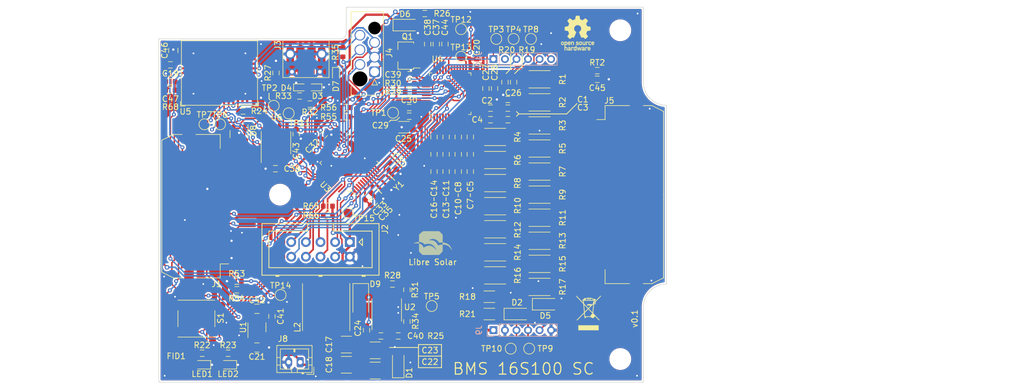
<source format=kicad_pcb>
(kicad_pcb (version 20211014) (generator pcbnew)
  (title_block (title "BMS 16S100 SC - Control Board") (date "2022-02-24") (rev "v0.1") (company "Libre Solar Technologies GmbH") (comment 1 "Website: https://libre.solar") (comment 2 "Author: Martin Jäger") (comment 3 "License: CERN-OHL-W"))
  (layers (0 "F.Cu" signal) (31 "B.Cu" signal) (34 "B.Paste" user) (35 "F.Paste" user) (36 "B.SilkS" user "B.Silkscreen") (37 "F.SilkS" user "F.Silkscreen") (38 "B.Mask" user) (39 "F.Mask" user) (44 "Edge.Cuts" user))
  (net 0 "")
  (net 1 "+3V3")
  (net 2 "/BQ76952/VC15")
  (net 3 "/BQ76952/VC14")
  (net 4 "/BQ76952/VC13")
  (net 5 "/BQ76952/VC12")
  (net 6 "/BQ76952/VC11")
  (net 7 "/BQ76952/VC10")
  (net 8 "/BQ76952/VC9")
  (net 9 "Net-(LED1-Pad2)")
  (net 10 "Net-(LED2-Pad2)")
  (net 11 "/BQ76952/VC16")
  (net 12 "GND")
  (net 13 "/STM32 MCU/~{RESET}")
  (net 14 "/BQ76952/VC8")
  (net 15 "/BQ76952/VC7")
  (net 16 "/BQ76952/VC6")
  (net 17 "/BQ76952/VC5")
  (net 18 "/BQ76952/VC4")
  (net 19 "/BQ76952/VC3")
  (net 20 "/BQ76952/VC2")
  (net 21 "/BQ76952/VC1")
  (net 22 "/BQ76952/VC0")
  (net 23 "/BQ76952/REG2")
  (net 24 "/BQ76952/BREG_IN")
  (net 25 "Net-(D5-Pad1)")
  (net 26 "/C16+")
  (net 27 "/BAT+")
  (net 28 "/V_EXT")
  (net 29 "/Power Supply/VIN")
  (net 30 "/Power Supply/SW")
  (net 31 "/Power Supply/FB")
  (net 32 "+5V")
  (net 40 "/C1-")
  (net 44 "/C2+")
  (net 46 "/C4+")
  (net 47 "/C6+")
  (net 48 "/C8+")
  (net 49 "/C10+")
  (net 50 "/C12+")
  (net 51 "/C14+")
  (net 52 "/C1+")
  (net 53 "/C3+")
  (net 54 "/C5+")
  (net 55 "/C7+")
  (net 56 "/C9+")
  (net 57 "/C11+")
  (net 58 "/C13+")
  (net 59 "/C15+")
  (net 60 "/SWDIO")
  (net 61 "/SWCLK")
  (net 63 "/BQ76952/BAT")
  (net 64 "/DBG_RX")
  (net 65 "/DBG_TX")
  (net 66 "Net-(U3-Pad8)")
  (net 67 "Net-(U3-Pad9)")
  (net 68 "/BQ_SCK_SCL")
  (net 69 "/BQ_MISO_SDA")
  (net 73 "/BQ76952/TS3")
  (net 74 "/BQ_NSS")
  (net 75 "/BQ_MOSI")
  (net 76 "Net-(C20-Pad1)")
  (net 77 "Net-(D2-Pad1)")
  (net 78 "/BQ76952/SRP")
  (net 79 "/TEMP1")
  (net 81 "/TEMP2")
  (net 83 "/BTN_1")
  (net 84 "/BQ76952/SRN")
  (net 85 "/REG1")
  (net 86 "/BQ76952/CP1")
  (net 87 "/BTN_2")
  (net 90 "/BQ76952/REGIN")
  (net 91 "/DSG")
  (net 92 "/BQ76952/BREG")
  (net 93 "Net-(C24-Pad1)")
  (net 108 "/ESP32 MCU/EN")
  (net 109 "/USB_D-")
  (net 110 "/USB_D+")
  (net 111 "/CAN_H")
  (net 112 "/CAN_L")
  (net 113 "/UEXT_TX")
  (net 114 "/UEXT_RX")
  (net 115 "/UEXT_SCL")
  (net 116 "/UEXT_SDA")
  (net 117 "/UEXT_MISO")
  (net 118 "/UEXT_MOSI")
  (net 119 "/UEXT_SCK")
  (net 120 "/UEXT_SSEL")
  (net 122 "/PDSG")
  (net 123 "/BQ76952/PACK")
  (net 124 "/BQ76952/RST_SHUT")
  (net 125 "/CAN_TX")
  (net 126 "/CAN_RX")
  (net 127 "/CAN_STB")
  (net 128 "/LED_GREEN")
  (net 129 "/LED_RED")
  (net 130 "/SW_PWR")
  (net 131 "/ALERT")
  (net 132 "/ESP32 MCU/BOOT")
  (net 133 "/BQ76952/LD")
  (net 134 "Net-(R24-Pad1)")
  (net 135 "/PACK+")
  (net 136 "/CHG")
  (net 137 "/CD")
  (net 138 "/BAT-")
  (net 139 "/TEMP4")
  (net 140 "Net-(C41-Pad1)")
  (net 141 "Net-(R34-Pad1)")
  (net 142 "/Power Supply/PGOOD")
  (net 143 "Net-(J3-Pad4)")
  (net 145 "/PACK-")
  (net 147 "/ESP_USB_D-")
  (net 148 "/ESP_USB_D+")
  (footprint "LibreSolar:LIBRESOLAR_LOGO" (layer "F.Cu") (at 143.1625 97.90225)
    (fp_text reference "LOGO2" hide)
    (fp_text value "LIBRE_SOLAR" hide)
  )
  (footprint "LibreSolar:Box_Header_2x05x2.54mm_Straight" (layer "F.Cu") (at 131.1 95.725 180)
    (fp_text reference "J2")
    (fp_text value "UEXT")
  )
  (footprint "LibreSolar:R_2010_5025" (layer "F.Cu") (at 164 67.5 180)
    (fp_text reference "R1")
    (fp_text value "20")
  )
  (footprint "LibreSolar:R_0603_1608" (layer "F.Cu") (at 111.5 104 180)
    (fp_text reference "R54")
    (fp_text value "4.7k")
  )
  (footprint "LibreSolar:C_1210_3225" (layer "F.Cu") (at 135.5 114.5 180)
    (fp_text reference "C23")
    (fp_text value "2.2µ")
  )
  (footprint "LibreSolar:C_1210_3225" (layer "F.Cu") (at 130.5 113.5)
    (fp_text reference "C17")
    (fp_text value "47µ")
  )
  (footprint "LibreSolar:C_1210_3225" (layer "F.Cu") (at 130.5 117)
    (fp_text reference "C18")
    (fp_text value "47µ")
  )
  (footprint "LibreSolar:Bourns_SRN8040TA" (layer "F.Cu") (at 127 107 -90)
    (fp_text reference "L2")
    (fp_text value "10µH")
  )
  (footprint "LibreSolar:R_0603_1608" (layer "F.Cu") (at 141 104 -90)
    (fp_text reference "R31")
    (fp_text value "17.8k")
  )
  (footprint "LibreSolar:SW_SPST_6mm" (layer "F.Cu") (at 104.5 109 180)
    (fp_text reference "S1")
    (fp_text value "SW_PUSH")
  )
  (footprint "MountingHole:MountingHole_3.2mm_M3" (layer "F.Cu") (at 178 59)
    (fp_text reference "H2" hide)
    (fp_text value "MountingHole")
  )
  (footprint "MountingHole:MountingHole_3.2mm_M3" (layer "F.Cu") (at 119 87.5)
    (fp_text reference "H1" hide)
    (fp_text value "MountingHole")
  )
  (footprint "LibreSolar:R_0603_1608" (layer "F.Cu") (at 111.5 102.5)
    (fp_text reference "R53")
    (fp_text value "6.8k")
  )
  (footprint "LibreSolar:C_0603_1608" (layer "F.Cu") (at 134 111 90)
    (fp_text reference "C24")
    (fp_text value "100n")
  )
  (footprint "LibreSolar:R_0603_1608" (layer "F.Cu") (at 138.5 103)
    (fp_text reference "R28")
    (fp_text value "100k")
  )
  (footprint "Symbol:WEEE-Logo_4.2x6mm_SilkScreen" (layer "F.Cu") (at 172.5 108)
    (fp_text reference "REF**" hide)
    (fp_text value "WEEE-Logo_4.2x6mm_SilkScreen" hide)
  )
  (footprint "Symbol:OSHW-Logo_5.7x6mm_SilkScreen" (layer "F.Cu") (at 170.6 59.5)
    (fp_text reference "LOGO1" hide)
    (fp_text value "OPEN_HARDWARE" hide)
  )
  (footprint "LibreSolar:R_0603_1608" (layer "F.Cu") (at 174 66)
    (fp_text reference "RT2")
    (fp_text value "10k")
  )
  (footprint "LibreSolar:R_0603_1608" (layer "F.Cu") (at 129.9 62.8 -90)
    (fp_text reference "R35")
    (fp_text value "1M")
  )
  (footprint "LibreSolar:C_0603_1608" (layer "F.Cu") (at 145.7 77.5 90)
    (fp_text reference "C14")
    (fp_text value "220nF")
  )
  (footprint "LED_SMD:LED_0603_1608Metric" (layer "F.Cu") (at 110 117 180)
    (fp_text reference "LED2")
    (fp_text value "LED")
  )
  (footprint "LibreSolar:R_2010_5025" (layer "F.Cu") (at 164 75.5 180)
    (fp_text reference "R3")
    (fp_text value "20")
  )
  (footprint "LibreSolar:R_0603_1608" (layer "F.Cu") (at 127.3 91.1)
    (fp_text reference "R66")
    (fp_text value "2.2k")
  )
  (footprint "LibreSolar:C_0603_1608" (layer "F.Cu") (at 141.5 66.7)
    (fp_text reference "C39")
    (fp_text value "1µF")
  )
  (footprint "LibreSolar:C_0805_2012" (layer "F.Cu") (at 115 114)
    (fp_text reference "C21")
    (fp_text value "2.2µ")
  )
  (footprint "LibreSolar:R_0603_1608" (layer "F.Cu") (at 100 69.4 180)
    (fp_text reference "R68")
    (fp_text value "10k")
  )
  (footprint "LibreSolar:C_1206_3216" (layer "F.Cu") (at 140.5 75.8 180)
    (fp_text reference "C25")
    (fp_text value "1µF")
  )
  (footprint "LibreSolar:C_0603_1608" (layer "F.Cu") (at 158.5 72.5)
    (fp_text reference "C1")
    (fp_text value "220nF")
  )
  (footprint "LibreSolar:R_0603_1608" (layer "F.Cu") (at 124.2 71.8)
    (fp_text reference "R32")
    (fp_text value "0R")
  )
  (footprint "TestPoint:TestPoint_Pad_D1.5mm" (layer "F.Cu") (at 150.4 58.8)
    (fp_text reference "TP12")
    (fp_text value "SHUT")
  )
  (footprint "LibreSolar:R_2010_5025" (layer "F.Cu") (at 164 91.5 180)
    (fp_text reference "R11")
    (fp_text value "20")
  )
  (footprint "LibreSolar:R_0603_1608" (layer "F.Cu") (at 112.6 73)
    (fp_text reference "R24")
    (fp_text value "10k")
  )
  (footprint "LibreSolar:R_2010_5025" (layer "F.Cu") (at 164 71.5 180)
    (fp_text reference "R2")
    (fp_text value "20")
  )
  (footprint "TestPoint:TestPoint_Pad_D1.5mm" (layer "F.Cu") (at 145.3 106.8)
    (fp_text reference "TP5")
    (fp_text value "REG1")
  )
  (footprint "LibreSolar:C_0603_1608" (layer "F.Cu") (at 134.3 87.8 45)
    (fp_text reference "C33")
    (fp_text value "100n")
  )
  (footprint "MountingHole:MountingHole_3.2mm_M3" (layer "F.Cu") (at 178 116)
    (fp_text reference "H3" hide)
    (fp_text value "MountingHole")
  )
  (footprint "Diode_SMD:D_SOD-123" (layer "F.Cu") (at 165 106.5)
    (fp_text reference "D5")
    (fp_text value "100V")
  )
  (footprint "LibreSolar:R_0603_1608" (layer "F.Cu") (at 127.3 89.5)
    (fp_text reference "R65")
    (fp_text value "2.2k")
  )
  (footprint "TestPoint:TestPoint_Pad_D1.5mm" (layer "F.Cu") (at 159.5 60.5)
    (fp_text reference "TP4")
    (fp_text value "PDSG")
  )
  (footprint "Package_TO_SOT_SMD:SOT-89-3" (layer "F.Cu") (at 141.1 63.4 180)
    (fp_text reference "Q1")
    (fp_text value "FCX495TA")
  )
  (footprint "LibreSolar:R_0603_1608" (layer "F.Cu") (at 141 109.5 90)
    (fp_text reference "R34")
    (fp_text value "49.9k")
  )
  (footprint "LibreSolar:R_2010_5025" (layer "F.Cu") (at 156.3 77.5 180)
    (fp_text reference "R4")
    (fp_text value "20")
  )
  (footprint "LibreSolar:C_0603_1608" (layer "F.Cu") (at 147.8 83.5 90)
    (fp_text reference "C13")
    (fp_text value "220nF")
  )
  (footprint "TestPoint:TestPoint_Pad_D1.5mm" (layer "F.Cu") (at 119.1 104.9)
    (fp_text reference "TP14")
    (fp_text value "SW_PWR")
  )
  (footprint "Diode_SMD:D_SOD-123F" (layer "F.Cu") (at 140.8 58.1)
    (fp_text reference "D6")
    (fp_text value "D_Schottky")
  )
  (footprint "TestPoint:TestPoint_Pad_D1.5mm" (layer "F.Cu") (at 162.5 60.5)
    (fp_text reference "TP8")
    (fp_text value "DSG")
  )
  (footprint "LibreSolar:R_0603_1608" (layer "F.Cu") (at 130.4 72.4 180)
    (fp_text reference "R56")
    (fp_text value "2.2k")
  )
  (footprint "LibreSolar:R_2010_5025" (layer "F.Cu") (at 156.3 101.5 180)
    (fp_text reference "R16")
    (fp_text value "20")
  )
  (footprint "LibreSolar:R_2010_5025" (layer "F.Cu") (at 156.3 89.5 180)
    (fp_text reference "R10")
    (fp_text value "20")
  )
  (footprint "Diode_SMD:D_SOD-523" (layer "F.Cu") (at 125.1 68.9 180)
    (fp_text reference "D3")
    (fp_text value "ESD5B5.0ST1G")
  )
  (footprint "LibreSolar:R_1206_3216" (layer "F.Cu") (at 155.3 108.2)
    (fp_text reference "R21")
    (fp_text value "100")
  )
  (footprint "TestPoint:TestPoint_Pad_D1.5mm" (layer "F.Cu") (at 150.4 63.6)
    (fp_text reference "TP13")
    (fp_text value "ALERT")
  )
  (footprint "LibreSolar:R_1206_3216" (layer "F.Cu") (at 155.3 105.2)
    (fp_text reference "R18")
    (fp_text value "100")
  )
  (footprint "LibreSolar:R_2010_5025" (layer "F.Cu") (at 164 79.5 180)
    (fp_text reference "R5")
    (fp_text value "20")
  )
  (footprint "Package_SO:SOIC-8_3.9x4.9mm_P1.27mm" (layer "F.Cu") (at 118.3 78.5 90)
    (fp_text reference "U6")
    (fp_text value "TJA1042T-3")
  )
  (footprint "LibreSolar:R_2010_5025" (layer "F.Cu") (at 164 95.5 180)
    (fp_text reference "R13")
    (fp_text value "20")
  )
  (footprint "LibreSolar:USB_Micro-B_10103594-0001LF" (layer "F.Cu") (at 123.5 64.5 180)
    (fp_text reference "J3")
    (fp_text value "USB_B_Micro")
  )
  (footprint "TestPoint:TestPoint_Pad_D1.5mm" (layer "F.Cu") (at 105.9 75.3)
    (fp_text reference "TP7")
    (fp_text value "SCL")
  )
  (footprint "Espressif:ESP32-C3-MINI-1" (layer "F.Cu") (at 108.5 66.4)
    (fp_text reference "U5")
    (fp_text value "ESP32-C3-MINI-1")
  )
  (footprint "LibreSolar:R_0603_1608" (layer "F.Cu") (at 159.5 68 -90)
    (fp_text reference "R19")
    (fp_text value "100")
  )
  (footprint "TestPoint:TestPoint_Pad_D1.5mm" (layer "F.Cu") (at 108.6 75.3)
    (fp_text reference "TP6")
    (fp_text value "SDA")
  )
  (footprint "LibreSolar:C_0603_1608" (layer "F.Cu") (at 149.9 80.5 90)
    (fp_text reference "C9" hide)
    (fp_text value "220nF")
  )
  (footprint "LibreSolar:C_0603_1608" (layer "F.Cu") (at 145.7 80.5 90)
    (fp_text reference "C15" hide)
    (fp_text value "220nF")
  )
  (footprint "TestPoint:TestPoint_Pad_D1.5mm" (layer "F.Cu") (at 138.6 73.3)
    (fp_text reference "TP1")
    (fp_text value "TestPoint")
  )
  (footprint "Diode_SMD:D_SOD-123" (layer "F.Cu") (at 160.1 108.2)
    (fp_text reference "D2")
    (fp_text value "100V")
  )
  (footprint "LibreSolar:C_0603_1608" (layer "F.Cu") (at 126.6 77.1 45)
    (fp_text reference "C32")
    (fp_text value "100n")
  )
  (footprint "Fiducial:Fiducial_1mm_Mask2mm" (layer "F.Cu") (at 179.9 65.2)
    (fp_text reference "FID2" hide)
    (fp_text value "Fiducial")
  )
  (footprint "LibreSolar:R_0603_1608" (layer "F.Cu") (at 144.1 56.1 180)
    (fp_text reference "R26")
    (fp_text value "1M")
  )
  (footprint "TestPoint:TestPoint_Pad_D1.5mm" (layer "F.Cu") (at 156.5 60.5)
    (fp_text reference "TP3")
    (fp_text value "REG1")
  )
  (footprint "LibreSolar:C_0603_1608" (layer "F.Cu") (at 147.8 80.5 90)
    (fp_text reference "C12" hide)
    (fp_text value "220nF")
  )
  (footprint "LibreSolar:C_0603_1608" (layer "F.Cu") (at 152 77.5 90)
    (fp_text reference "C5")
    (fp_text value "220nF")
  )
  (footprint "LibreSolar:C_0603_1608" (layer "F.Cu") (at 145.7 83.5 90)
    (fp_text reference "C16")
    (fp_text value "220nF")
  )
  (footprint "LibreSolar:R_0603_1608" (layer "F.Cu") (at 130.4 74 180)
    (fp_text reference "R55")
    (fp_text value "2.2k")
  )
  (footprint "LibreSolar:C_0603_1608" (layer "F.Cu") (at 100 65 180)
    (fp_text reference "C19")
    (fp_text value "100nF")
  )
  (footprint "LibreSolar:R_2010_5025" (layer "F.Cu") (at 156.3 85.5 180)
    (fp_text reference "R8")
    (fp_text value "20")
  )
  (footprint "Diode_SMD:D_SOD-523" (layer "F.Cu") (at 128.7 66.6 -90)
    (fp_text reference "D7")
    (fp_text value "ESD5B5.0ST1G")
  )
  (footprint "Package_QFP:TQFP-48_7x7mm_P0.5mm" (layer "F.Cu") (at 148.5 70 90)
    (fp_text reference "U4")
    (fp_text value "BQ76952")
  )
  (footprint "LibreSolar:C_0603_1608" (layer "F.Cu") (at 136.5 112 180)
    (fp_text reference "C40")
    (fp_text value "100n")
  )
  (footprint "LibreSolar:C_0603_1608" (layer "F.Cu") (at 155.5 74.5)
    (fp_text reference "C4")
    (fp_text value "220nF")
  )
  (footprint "LibreSolar:R_0603_1608" (layer "F.Cu") (at 110 115)
    (fp_text reference "R23")
    (fp_text value "1k")
  )
  (footprint "Package_QFP:LQFP-48_7x7mm_P0.5mm" (layer "F.Cu") (at 131 82 135)
    (fp_text reference "U3")
    (fp_text value "STM32G0B1CETxN")
  )
  (footprint "Diode_SMD:D_SOD-128" (layer "F.Cu") (at 133 106 -90)
    (fp_text reference "D9")
    (fp_text value "D_Schottky")
  )
  (footprint "LibreSolar:R_0603_1608" (layer "F.Cu") (at 118.3 66.4 90)
    (fp_text reference "R27")
    (fp_text value "330k")
  )
  (footprint "LibreSolar:R_2010_5025" (layer "F.Cu") (at 164 103.5 180)
    (fp_text reference "R17")
    (fp_text value "20")
  )
  (footprint "LibreSolar:C_0603_1608" (layer "F.Cu") (at 149.9 83.5 90)
    (fp_text reference "C10")
    (fp_text value "220nF")
  )
  (footprint "LibreSolar:C_0603_1608" (layer "F.Cu") (at 146.1 61.4 90)
    (fp_text reference "C37")
    (fp_text value "1µF")
  )
  (footprint "LibreSolar:C_0603_1608" (layer "F.Cu") (at 138.6 82.5 -45)
    (fp_text reference "C31")
    (fp_text value "100n")
  )
  (footprint "LibreSolar:C_0805_2012" (layer "F.Cu") (at 100.5 62.5 90)
    (fp_text reference "C46")
    (fp_text value "10µF")
  )
  (footprint "LibreSolar:R_2010_5025" (layer "F.Cu") (at 164 87.5 180)
    (fp_text reference "R9")
    (fp_text value "20")
  )
  (footprint "Diode_SMD:D_SOD-523" (layer "F.Cu") (at 122.5 68.9)
    (fp_text reference "D4")
    (fp_text value "ESD5B5.0ST1G")
  )
  (footprint "LibreSolar:C_0603_1608" (layer "F.Cu") (at 144.6 61.4 90)
    (fp_text reference "C38")
    (fp_text value "22nF")
  )
  (footprint "LibreSolar:C_0603_1608" (layer "F.Cu") (at 121.8 77 -90)
    (fp_text reference "C43")
    (fp_text value "100n")
  )
  (footprint "LibreSolar:R_2010_5025" (layer "F.Cu") (at 156.3 97.5 180)
    (fp_text reference "R14")
    (fp_text value "20")
  )
  (footprint "TestPoint:TestPoint_Pad_D1.5mm" (layer "F.Cu") (at 117.9 72.1)
    (fp_text reference "TP2")
    (fp_text value "CAN_L")
  )
  (footprint "LibreSolar:R_2010_5025" (layer "F.Cu") (at 164 99.5 180)
    (fp_text reference "R15")
    (fp_text value "20")
  )
  (footprint "LibreSolar:R_2010_5025" (layer "F.Cu") (at 156.3 81.5 180)
    (fp_text reference "R6")
    (fp_text value "20")
  )
  (footprint "LibreSolar:C_0603_1608" (layer "F.Cu") (at 149.9 77.5 90)
    (fp_text reference "C8")
    (fp_text value "220nF")
  )
  (footprint "LibreSolar:R_0603_1608" (layer "F.Cu") (at 105.5 115)
    (fp_text reference "R22")
    (fp_text value "1k")
  )
  (footprint "Connector_JST:JST_PH_B2B-PH-K_1x02_P2.00mm_Vertical" (layer "F.Cu") (at 122.5 116.55 180)
    (fp_text reference "J8")
    (fp_text value "Conn_01x02")
  )
  (footprint "LibreSolar:C_0603_1608" (layer "F.Cu") (at 100 67.9 180)
    (fp_text reference "C47")
    (fp_text value "1µF")
  )
  (footprint "LibreSolar:Wuerth_WR-WST_2x03_P2.54_DBG" (layer "F.Cu") (at 135.4 66.2 -90)
    (fp_text reference "J4")
    (fp_text value "Conn_01x06")
  )
  (footprint "Diode_SMD:D_SOD-123" (layer "F.Cu") (at 139.5 117 90)
    (fp_text reference "D1")
    (fp_text value "100V")
  )
  (footprint "LibreSolar:R_0603_1608" (layer "F.Cu") (at 141.5 69.7 180)
    (fp_text reference "R29")
    (fp_text value "10k")
  )
  (footprint "LibreSolar:C_0603_1608" (layer "F.Cu") (at 174 67.5)
    (fp_text reference "C45")
    (fp_text value "100pF")
  )
  (footprint "LibreSolar:C_0603_1608" (layer "F.Cu") (at 152 80.5 90)
    (fp_text reference "C6" hide)
    (fp_text value "220nF")
  )
  (footprint "Package_SO:SOIC-8-1EP_3.9x4.9mm_P1.27mm_EP2.29x3mm" (layer "F.Cu") (at 137.5 107.5 90)
    (fp_text reference "U2")
    (fp_text value "LMR16030")
  )
  (footprint "TestPoint:TestPoint_Pad_D1.5mm" (layer "F.Cu") (at 159 114.2)
    (fp_text reference "TP10")
    (fp_text value "CHG")
  )
  (footprint "Package_TO_SOT_SMD:SOT-23" (layer "F.Cu") (at 111.9 77 -90)
    (fp_text reference "D8")
    (fp_text value "PESD2CANFD")
  )
  (footprint "Fiducial:Fiducial_1mm_Mask2mm" (layer "F.Cu") (at 101 117.5)
    (fp_text reference "FID1")
    (fp_text value "Fiducial")
  )
  (footprint "Package_TO_SOT_SMD:SOT-23-5" (layer "F.Cu") (at 115 110.5 90)
    (fp_text reference "U1")
    (fp_text value "AP2210-3.3")
  )
  (footprint "LibreSolar:C_0603_1608" (layer "F.Cu") (at 154.7 69.1 90)
    (fp_text reference "C27")
    (fp_text value "100pF")
  )
  (footprint "TestPoint:TestPoint_Pad_D1.5mm" (layer "F.Cu") (at 120.5 73.4)
    (fp_text reference "TP11")
    (fp_text value "CAN_H")
  )
  (footprint "LibreSolar:R_0603_1608" (layer "F.Cu") (at 158 68 -90)
    (fp_text reference "R20")
    (fp_text value "100")
  )
  (footprint "LibreSolar:R_2010_5025" (layer "F.Cu") (at 156.3 93.5 180)
    (fp_text reference "R12")
    (fp_text value "20")
  )
  (footprint "LibreSolar:C_0603_1608" (layer "F.Cu") (at 135.3 88.8 45)
    (fp_text reference "C35")
    (fp_text value "4.7u")
  )
  (footprint "LibreSolar:C_0603_1608" (layer "F.Cu") (at 156.2 69.1 90)
    (fp_text reference "C28")
    (fp_text value "100nF")
  )
  (footprint "Connector_Molex:Molex_Micro-Fit_3.0_43045-1810_2x09-1MP_P3.00mm_Horizontal" (layer "F.Cu") (at 173 87.5 -90)
    (fp_text reference "J5")
    (fp_text value "MicroFit 2x9")
  )
  (footprint "LibreSolar:C_0603_1608" (layer "F.Cu") (at 141.4 72.4)
    (fp_text reference "C30")
    (fp_text value "680nF")
  )
  (footprint "LibreSolar:C_0805_2012" (layer "F.Cu") (at 115 107.3)
    (fp_text reference "C42")
    (fp_text value "2.2µ")
  )
  (footprint "LibreSolar:R_0603_1608" (layer "F.Cu") (at 141.5 68.2 180)
    (fp_text reference "R30")
    (fp_text value "10k")
  )
  (footprint "TestPoint:TestPoint_Pad_D1.5mm" (layer "F.Cu") (at 162.2 114.2)
    (fp_text reference "TP9")
    (fp_text value "CD")
  )
  (footprint "LibreSolar:C_0603_1608" (layer "F.Cu") (at 118.2 83 180)
    (fp_text reference "C36")
    (fp_text value "100n")
  )
  (footprint "LibreSolar:C_0603_1608" (layer "F.Cu") (at 147.8 77.5 90)
    (fp_text reference "C11")
    (fp_text value "220nF")
  )
  (footprint "LibreSolar:C_0603_1608" (layer "F.Cu") (at 147.6 61.4 90)
    (fp_text reference "C44")
    (fp_text value "1µF")
  )
  (footprint "LibreSolar:C_0603_1608" (layer "F.Cu") (at 158.5 74.5)
    (fp_text reference "C3")
    (fp_text value "220nF")
  )
  (footprint "LibreSolar:C_0603_1608" (layer "F.Cu") (at 141.4 73.9 180)
    (fp_text reference "C29")
    (fp_text value "100pF")
  )
  (footprint "LibreSolar:R_0603_1608" (layer "F.Cu") (at 139.5 112 180)
    (fp_text reference "R25")
    (fp_text value "1M")
  )
  (footprint "LibreSolar:C_0603_1608" (layer "F.Cu") (at 152 83.5 90)
    (fp_text reference "C7")
    (fp_text value "220nF")
  )
  (footprint "LibreSolar:C_0603_1608" (layer "F.Cu") (at 155.5 72.5)
    (fp_text reference "C2")
    (fp_text value "220nF")
  )
  (footprint "LibreSolar:R_0603_1608" (layer "F.Cu") (at 122.4 70.4)
    (fp_text reference "R33")
    (fp_text value "0R")
  )
  (footprint "TestPoint:TestPoint_Pad_D1.5mm" (layer "F.Cu") (at 130.8 90.7)
    (fp_text reference "TP15")
    (fp_text value "WAKE")
  )
  (footprint "Connector_Molex:Molex_Micro-Fit_3.0_43045-1410_2x07-1MP_P3.00mm_Horizontal" (layer "F.Cu") (at 111 89.5 90)
    (fp_text reference "J1")
    (fp_text value "MicroFit 2x7")
  )
  (footprint "LibreSolar:R_2010_5025" (layer "F.Cu") (at 164 83.5 180)
    (fp_text reference "R7")
    (fp_text value "20")
  )
  (footprint "LibreSolar:C_0603_1608" (layer "F.Cu") (at 158.5 71 180)
    (fp_text reference "C26")
    (fp_text value "220nF")
  )
  (footprint "LibreSolar:C_0603_1608" (layer "F.Cu") (at 117.6 108.6 90)
    (fp_text reference "C41")
    (fp_text value "100p")
  )
  (footprint "LibreSolar:C_1210_3225" (layer "F.Cu") (at 135.5 118 180)
    (fp_text reference "C22")
    (fp_text value "2.2µ")
  )
  (footprint "LibreSolar:C_0603_1608" (layer "F.Cu") (at 153.1 64.8 90)
    (fp_text reference "C20")
    (fp_text value "2.2µF")
  )
  (footprint "LibreSolar:Resonator_Murata_CSTNE" (layer "F.Cu") (at 137.3 85.7 -135)
    (fp_text reference "Y1")
    (fp_text value "8MHz")
  )
  (footprint "LED_SMD:LED_0603_1608Metric" (layer "F.Cu") (at 105.5 117 180)
    (fp_text reference "LED1")
    (fp_text value "LED")
  )
  (footprint "Connector_PinSocket_2.00mm:PinSocket_1x06_P2.00mm_Vertical" (layer "B.Cu") (at 156 111 -90)
    (fp_text reference "J9")
    (fp_text value "Conn_01x06")
  )
  (footprint "Connector_PinSocket_2.00mm:PinSocket_1x06_P2.00mm_Vertical" (layer "B.Cu") (at 156 64 -90)
    (fp_text reference "J10")
    (fp_text value "Conn_01x06")
  )
  (gr_line (start 143 115.5) (end 147 115.5) (layer "F.SilkS") (width 0.15))
  (gr_line (start 168.7 73.5) (end 160.4 73.5) (layer "F.SilkS") (width 0.15))
  (gr_line (start 147 117.5) (end 143 117.5) (layer "F.SilkS") (width 0.15))
  (gr_line (start 161 63.1) (end 161 65.2) (layer "F.SilkS") (width 0.15))
  (gr_line (start 160.4 73.5) (end 160 73.9) (layer "F.SilkS") (width 0.15))
  (gr_line (start 161 65.2) (end 159.7 66.5) (layer "F.SilkS") (width 0.15))
  (gr_line (start 138.2 74.6) (end 139.2 74.6) (layer "F.SilkS") (width 0.15))
  (gr_line (start 159 65.7) (end 158.2 66.5) (layer "F.SilkS") (width 0.15))
  (gr_line (start 143 114) (end 138 114) (layer "F.SilkS") (width 0.15))
  (gr_line (start 117.1 70.6) (end 117.1 70.9) (layer "F.SilkS") (width 0.15))
  (gr_line (start 149.9 87.35) (end 149.9 87.85) (layer "F.SilkS") (width 0.15))
  (gr_line (start 160.4 73.5) (end 160 73.1) (layer "F.SilkS") (width 0.15))
  (gr_line (start 147.8 88.05) (end 147.8 88.55) (layer "F.SilkS") (width 0.15))
  (gr_line (start 143 113.5) (end 147 113.5) (layer "F.SilkS") (width 0.15))
  (gr_line (start 152 87.35) (end 152 87.85) (layer "F.SilkS") (width 0.15))
  (gr_line (start 137.9 74.9) (end 138.2 74.6) (layer "F.SilkS") (width 0.15))
  (gr_line (start 159 63.1) (end 159 65.7) (layer "F.SilkS") (width 0.15))
  (gr_line (start 143 117.5) (end 143 113.5) (layer "F.SilkS") (width 0.15))
  (gr_line (start 117.1 70.9) (end 117.3 71.1) (layer "F.SilkS") (width 0.15))
  (gr_line (start 117.1 69.9) (end 117.1 70.6) (layer "F.SilkS") (width 0.15))
  (gr_line (start 147 113.5) (end 147 117.5) (layer "F.SilkS") (width 0.15))
  (gr_line (start 145.7 88.05) (end 145.7 88.55) (layer "F.SilkS") (width 0.15))
  (gr_line (start 170.5 71.7) (end 168.7 73.5) (layer "F.SilkS") (width 0.15))
  (gr_line (start 139.2 74.6) (end 139.7 74.1) (layer "F.SilkS") (width 0.15))
  (gr_line (start 182 120) (end 182 107) (layer "Edge.Cuts") (width 0.1))
  (gr_line (start 182 55) (end 130.5 55) (layer "Edge.Cuts") (width 0.1))
  (gr_line (start 98 120) (end 98 60.5) (layer "Edge.Cuts") (width 0.1))
  (gr_line (start 186 103) (end 186 72) (layer "Edge.Cuts") (width 0.1))
  (gr_arc (start 186 72) (mid 183.171573 70.828427) (end 182 68) (layer "Edge.Cuts") (width 0.1))
  (gr_arc (start 182 107) (mid 183.171573 104.171573) (end 186 103) (layer "Edge.Cuts") (width 0.1))
  (gr_line (start 129.5 60.5) (end 98 60.5) (layer "Edge.Cuts") (width 0.1))
  (gr_line (start 182 68) (end 182 55) (layer "Edge.Cuts") (width 0.1))
  (gr_line (start 98 120) (end 182 120) (layer "Edge.Cuts") (width 0.1))
  (gr_line (start 130.5 59.5) (end 130.5 55) (layer "Edge.Cuts") (width 0.1))
  (gr_arc (start 130.5 59.5) (mid 130.207107 60.207107) (end 129.5 60.5) (layer "Edge.Cuts") (width 0.1))
  (gr_text "v0.1" (at 180.5 109 90) (layer "F.SilkS") (effects (font (size 1 1))))
  (gr_text "BMS 16S100 SC" (at 148.8 117.7) (layer "F.SilkS") (effects (font (size 2 2) (thickness 0.2)) (justify left)))
  (segment (start 126.034315 76.324742) (end 126.034315 75.923915) (width 0.4) (layer "F.Cu") (net 1))
  (segment (start 120.7 100.6) (end 119.690489 99.590489) (width 0.4) (layer "F.Cu") (net 1))
  (segment (start 121.8 73.074345) (end 119.676144 70.950489) (width 0.4) (layer "F.Cu") (net 1))
  (segment (start 114.05 107.35) (end 114 107.3) (width 0.4) (layer "F.Cu") (net 1))
  (segment (start 100.8 65) (end 100.00048 65.79952) (width 0.4) (layer "F.Cu") (net 1))
  (segment (start 123.194268 91.53328) (end 123.194268 86.105732) (width 0.4) (layer "F.Cu") (net 1))
  (segment (start 131.1 96.46677) (end 131.1 95.725) (width 0.4) (layer "F.Cu") (net 1))
  (segment (start 128.2 91.2) (end 128.1 91.1) (width 0.4) (layer "F.Cu") (net 1))
  (segment (start 116.2 73.6) (end 114 73.6) (width 0.4) (layer "F.Cu") (net 1))
  (segment (start 128.1 89.5) (end 128.1 91.1) (width 0.4) (layer "F.Cu") (net 1))
  (segment (start 121.9 76.3) (end 122.6 76.3) (width 0.4) (layer "F.Cu") (net 1))
  (segment (start 120.38 76.2) (end 120.205 76.025) (width 0.4) (layer "F.Cu") (net 1))
  (segment (start 114.05 109.3625) (end 114.05 107.35) (width 0.4) (layer "F.Cu") (net 1))
  (segment (start 129.106903 99.750978) (end 129.850489 99.007392) (width 0.4) (layer "F.Cu") (net 1))
  (segment (start 100.5 64.7) (end 100.8 65) (width 0.4) (layer "F.Cu") (net 1))
  (segment (start 129.850489 97.716281) (end 131.1 96.46677) (width 0.4) (layer "F.Cu") (net 1))
  (segment (start 131.1 95.725) (end 131.1 93) (width 0.4) (layer "F.Cu") (net 1))
  (segment (start 133.766555 85.120109) (end 134.359012 85.712566) (width 0.3) (layer "F.Cu") (net 1))
  (segment (start 137.4 57.5) (end 136.625021 58.274979) (width 0.25) (layer "F.Cu") (net 1))
  (segment (start 128.2 94.1) (end 128.2 91.2) (width 0.4) (layer "F.Cu") (net 1))
  (segment (start 139.3 56.1) (end 139 55.8) (width 0.25) (layer "F.Cu") (net 1))
  (segment (start 121.8 76.2) (end 120.38 76.2) (width 0.4) (layer "F.Cu") (net 1))
  (segment (start 127.879891 79.233445) (end 127.046446 78.4) (width 0.3) (layer "F.Cu") (net 1))
  (segment (start 100.00048 65.79952) (end 100.00048 68.59952) (width 0.4) (layer "F.Cu") (net 1))
  (segment (start 98.9 99.6) (end 98.9 69.7) (width 0.3) (layer "F.Cu") (net 1))
  (segment (start 124.736807 80.363193) (end 124.736807 82.922615) (width 0.4) (layer "F.Cu") (net 1))
  (segment (start 134.359012 85.712566) (end 134.359012 86.06493) (width 0.3) (layer "F.Cu") (net 1))
  (segment (start 129.6 72.4) (end 131.01277 70.98723) (width 0.4) (layer "F.Cu") (net 1))
  (segment (start 126.76863 78.4) (end 126.034315 77.665685) (width 0.3) (layer "F.Cu") (net 1))
  (segment (start 119.676144 70.950489) (end 117.423856 70.950489) (width 0.4) (layer "F.Cu") (net 1))
  (segment (start 121.549022 99.750978) (end 129.106903 99.750978) (width 0.4) (layer "F.Cu") (net 1))
  (segment (start 120.7 100.6) (end 121.549022 99.750978) (width 0.4) (layer "F.Cu") (net 1))
  (segment (start 126.034315 77.665685) (end 126.034315 76.324742) (width 0.4) (layer "F.Cu") (net 1))
  (segment (start 129.850489 99.007392) (end 129.850489 97.716281) (width 0.4) (layer "F.Cu") (net 1))
  (segment (start 100.8 65) (end 101.8 64) (width 0.4) (layer "F.Cu") (net 1))
  (segment (start 127.95823 74) (end 129.6 74) (width 0.4) (layer "F.Cu") (net 1))
  (segment (start 100.00048 68.59952) (end 99.2 69.4) (width 0.4) (layer "F.Cu") (net 1))
  (segment (start 126.034315 75.923915) (end 127.95823 74) (width 0.4) (layer "F.Cu") (net 1))
  (segment (start 114 107.3) (end 120.7 100.6) (width 0.4) (layer "F.Cu") (net 1))
  (segment (start 116.750489 73.049511) (end 116.2 73.6) (width 0.4) (layer "F.Cu") (net 1))
  (segment (start 129.6 74) (end 129.6 72.4) (width 0.4) (layer "F.Cu") (net 1))
  (segment (start 119.690489 99.590489) (end 119.690489 95.037059) (width 0.4) (layer "F.Cu") (net 1))
  (segment (start 121.8 76.2) (end 121.8 73.074345) (width 0.4) (layer "F.Cu") (net 1))
  (segment (start 133.734315 86.502081) (end 133.734315 88.365685) (width 0.3) (layer "F.Cu") (net 1))
  (segment (start 134.359012 86.06493) (end 133.921861 86.502081) (width 0.3) (layer "F.Cu") (net 1))
  (segment (start 100.5 63.5) (end 100.5 64.7) (width 0.4) (layer "F.Cu") (net 1))
  (segment (start 136.625021 58.274979) (end 136.649511 58.299469) (width 0.25) (layer "F.Cu") (net 1))
  (segment (start 131.1 93) (end 134.734315 89.365685) (width 0.4) (layer "F.Cu") (net 1))
  (segment (start 119.690489 95.037059) (end 123.194268 91.53328) (width 0.4) (layer "F.Cu") (net 1))
  (segment (start 98.9 69.7) (end 99.2 69.4) (width 0.3) (layer "F.Cu") (net 1))
  (segment (start 134.734315 89.365685) (end 133.734315 88.365685) (width 0.3) (layer "F.Cu") (net 1))
  (segment (start 117.423856 70.950489) (end 116.750489 71.623856) (width 0.4) (layer "F.Cu") (net 1))
  (segment (start 121.8 76.2) (end 121.9 76.3) (width 0.4) (layer "F.Cu") (net 1))
  (segment (start 133.059449 85.827215) (end 133.734315 86.502081) (width 0.3) (layer "F.Cu") (net 1))
  (segment (start 127.046446 78.4) (end 126.76863 78.4) (width 0.3) (layer "F.Cu") (net 1))
  (segment (start 116.750489 71.623856) (end 116.750489 73.049511) (width 0.4) (layer "F.Cu") (net 1))
  (segment (start 125.3 79.8) (end 124.736807 80.363193) (width 0.4) (layer "F.Cu") (net 1))
  (segment (start 101.8 64) (end 102.6 64) (width 0.4) (layer "F.Cu") (net 1))
  (segment (start 123.194268 86.105732) (end 123.9 85.4) (width 0.4) (layer "F.Cu") (net 1))
  (segment (start 114 73.6) (end 113.4 73) (width 0.4) (layer "F.Cu") (net 1))
  (segment (start 133.921861 86.502081) (end 133.734315 86.502081) (width 0.3) (layer "F.Cu") (net 1))
  (segment (start 131.01277 70.98723) (end 131.588171 70.98723) (width 0.4) (layer "F.Cu") (net 1))
  (segment (start 136.649511 58.299469) (end 136.649511 64.950489) (width 0.25) (layer "F.Cu") (net 1))
  (segment (start 136.649511 64.950489) (end 135.4 66.2) (width 0.25) (layer "F.Cu") (net 1))
  (segment (start 99.4 100.1) (end 98.9 99.6) (width 0.3) (layer "F.Cu") (net 1))
  (segment (start 143.3 56.1) (end 139.3 56.1) (width 0.25) (layer "F.Cu") (net 1))
  (via (at 122.6 76.3) (size 0.8) (drill 0.4) (layers "F.Cu" "B.Cu") (net 1))
  (via (at 99.4 100.1) (size 0.8) (drill 0.4) (layers "F.Cu" "B.Cu") (net 1))
  (via (at 123.9 85.4) (size 0.8) (drill 0.4) (layers "F.Cu" "B.Cu") (net 1))
  (via (at 125.3 79.8) (size 0.8) (drill 0.4) (layers "F.Cu" "B.Cu") (net 1))
  (via (at 115.75 105.55) (size 0.8) (drill 0.4) (layers "F.Cu" "B.Cu") (net 1))
  (via (at 139 55.8) (size 0.8) (drill 0.4) (layers "F.Cu" "B.Cu") (net 1))
  (via (at 137.4 57.5) (size 0.8) (drill 0.4) (layers "F.Cu" "B.Cu") (net 1))
  (via (at 128.2 94.1) (size 0.8) (drill 0.4) (layers "F.Cu" "B.Cu") (net 1))
  (via (at 131.588171 70.98723) (size 0.8) (drill 0.4) (layers "F.Cu" "B.Cu") (net 1))
  (via (at 124.736807 82.922615) (size 0.8) (drill 0.4) (layers "F.Cu" "B.Cu") (net 1))
  (via (at 126.034315 76.324742) (size 0.8) (drill 0.4) (layers "F.Cu" "B.Cu") (net 1))
  (segment (start 107.274511 101.574511) (end 102.30345 101.57451) (width 0.3) (layer "B.Cu") (net 1))
  (segment (start 111.25 105.55) (end 107.274511 101.574511) (width 0.3) (layer "B.Cu") (net 1))
  (segment (start 100.82894 100.1) (end 99.4 100.1) (width 0.3) (layer "B.Cu") (net 1))
  (segment (start 123.9 85.4) (end 124.736807 84.563193) (width 0.4) (layer "B.Cu") (net 1))
  (segment (start 137.4 57.5) (end 139 55.9) (width 0.25) (layer "B.Cu") (net 1))
  (segment (start 135.3795 66.175) (end 135.3795 67.160544) (width 0.4) (layer "B.Cu") (net 1))
  (segment (start 102.30345 101.57451) (end 100.82894 100.1) (width 0.3) (layer "B.Cu") (net 1))
  (segment (start 131.1 95.725) (end 129.475 94.1) (width 0.4) (layer "B.Cu") (net 1))
  (segment (start 126.034315 76.324742) (end 126.034315 79.065685) (width 0.4) (layer "B.Cu") (net 1))
  (segment (start 135.3795 67.160544) (end 131.588171 70.951873) (width 0.4) (layer "B.Cu") (net 1))
  (segment (start 126.034315 76.324742) (end 125.926858 76.217285) (width 0.4) (layer "B.Cu") (net 1))
  (segment (start 131.588171 70.951873) (end 131.588171 70.98723) (width 0.4) (layer "B.Cu") (net 1))
  (segment (start 139 55.9) (end 139 55.8) (width 0.25) (layer "B.Cu") (net 1))
  (segment (start 126.034315 79.065685) (end 125.3 79.8) (width 0.4) (layer "B.Cu") (net 1))
  (segment (start 125.926858 76.217285) (end 122.682715 76.217285) (width 0.4) (layer "B.Cu") (net 1))
  (segment (start 115.75 105.55) (end 111.25 105.55) (width 0.3) (layer "B.Cu") (net 1))
  (segment (start 124.736807 84.563193) (end 124.736807 82.922615) (width 0.4) (layer "B.Cu") (net 1))
  (segment (start 129.475 94.1) (end 128.2 94.1) (width 0.4) (layer "B.Cu") (net 1))
  (segment (start 122.682715 76.217285) (end 122.6 76.3) (width 0.4) (layer "B.Cu") (net 1))
  (segment (start 150.9 89.535006) (end 150.9 99.6) (width 0.2) (layer "F.Cu") (net 2))
  (segment (start 150.9 99.6) (end 152.8 101.5) (width 0.2) (layer "F.Cu") (net 2))
  (segment (start 152.8 101.5) (end 153.8 101.5) (width 0.2) (layer "F.Cu") (net 2))
  (segment (start 145.7 81.3) (end 145.7 82.7) (width 0.2) (layer "F.Cu") (net 2))
  (segment (start 146.650969 85.285975) (end 150.9 89.535006) (width 0.2) (layer "F.Cu") (net 2))
  (segment (start 144.550968 80.150968) (end 145.7 81.3) (width 0.2) (layer "F.Cu") (net 2))
  (segment (start 145.7 83.120153) (end 146.650969 84.071122) (width 0.2) (layer "F.Cu") (net 2))
  (segment (start 145.75 74.1625) (end 145.75 74.714994) (width 0.2) (layer "F.Cu") (net 2))
  (segment (start 144.550968 75.914026) (end 144.550968 80.150968) (width 0.2) (layer "F.Cu") (net 2))
  (segment (start 145.7 82.7) (end 145.7 83.120153) (width 0.2) (layer "F.Cu") (net 2))
  (segment (start 146.650969 84.071122) (end 146.650969 85.285975) (width 0.2) (layer "F.Cu") (net 2))
  (segment (start 145.75 74.714994) (end 144.550968 75.914026) (width 0.2) (layer "F.Cu") (net 2))
  (segment (start 146.6 81.020141) (end 146.6 83.455147) (width 0.2) (layer "F.Cu") (net 3))
  (segment (start 146.6 83.455147) (end 147.05048 83.905627) (width 0.2) (layer "F.Cu") (net 3))
  (segment (start 161.19952 99.19952) (end 161.5 99.5) (width 0.2) (layer "F.Cu") (net 3))
  (segment (start 146.25 74.929651) (end 144.999022 76.180629) (width 0.2) (layer "F.Cu") (net 3))
  (segment (start 145.7 79.7) (end 145.7 80.120141) (width 0.2) (layer "F.Cu") (net 3))
  (segment (start 147.05048 85.05048) (end 151.302436 89.302436) (width 0.2) (layer "F.Cu") (net 3))
  (segment (start 146.25 74.1625) (end 146.25 74.929651) (width 0.2) (layer "F.Cu") (net 3))
  (segment (start 147.05048 83.905627) (end 147.05048 85.05048) (width 0.2) (layer "F.Cu") (net 3))
  (segment (start 144.95048 76.269413) (end 144.95048 77.55048) (width 0.2) (layer "F.Cu") (net 3))
  (segment (start 144.999021 76.220873) (end 144.95048 76.269413) (width 0.2) (layer "F.Cu") (net 3))
  (segment (start 153.216524 99.19952) (end 161.19952 99.19952) (width 0.2) (layer "F.Cu") (net 3))
  (segment (start 144.95048 77.55048) (end 145.7 78.3) (width 0.2) (layer "F.Cu") (net 3))
  (segment (start 151.302436 89.302436) (end 151.302436 97.285432) (width 0.2) (layer "F.Cu") (net 3))
  (segment (start 145.7 78.3) (end 145.7 79.7) (width 0.2) (layer "F.Cu") (net 3))
  (segment (start 151.302436 97.285432) (end 153.216524 99.19952) (width 0.2) (layer "F.Cu") (net 3))
  (segment (start 144.999022 76.180629) (end 144.999021 76.220873) (width 0.2) (layer "F.Cu") (net 3))
  (segment (start 145.7 80.120141) (end 146.6 81.020141) (width 0.2) (layer "F.Cu") (net 3))
  (segment (start 146.75 74.1625) (end 146.75 74.999022) (width 0.2) (layer "F.Cu") (net 4))
  (segment (start 146.44952 77.869661) (end 146.44952 80.304667) (width 0.2) (layer "F.Cu") (net 4))
  (segment (start 145.7 76.049022) (end 145.7 76.7) (width 0.2) (layer "F.Cu") (net 4))
  (segment (start 146.44952 80.304667) (end 146.999511 80.854659) (width 0.2) (layer "F.Cu") (net 4))
  (segment (start 147.8 85.235006) (end 151.701947 89.136954) (width 0.2) (layer "F.Cu") (net 4))
  (segment (start 153 97.5) (end 153.8 97.5) (width 0.2) (layer "F.Cu") (net 4))
  (segment (start 146.75 74.999022) (end 145.7 76.049022) (width 0.2) (layer "F.Cu") (net 4))
  (segment (start 151.701947 89.136954) (end 151.701947 96.201947) (width 0.2) (layer "F.Cu") (net 4))
  (segment (start 146.999511 80.854659) (end 146.999511 83.289664) (width 0.2) (layer "F.Cu") (net 4))
  (segment (start 147.8 84.3) (end 147.8 85.235006) (width 0.2) (layer "F.Cu") (net 4))
  (segment (start 146.999511 83.289664) (end 147.8 84.090153) (width 0.2) (layer "F.Cu") (net 4))
  (segment (start 151.701947 96.201947) (end 153 97.5) (width 0.2) (layer "F.Cu") (net 4))
  (segment (start 145.7 77.120141) (end 146.44952 77.869661) (width 0.2) (layer "F.Cu") (net 4))
  (segment (start 147.8 84.090153) (end 147.8 84.3) (width 0.2) (layer "F.Cu") (net 4))
  (segment (start 145.7 76.7) (end 145.7 77.120141) (width 0.2) (layer "F.Cu") (net 4))
  (segment (start 147.8 81.090153) (end 147.8 81.3) (width 0.2) (layer "F.Cu") (net 5))
  (segment (start 146.849031 80.139184) (end 147.8 81.090153) (width 0.2) (layer "F.Cu") (net 5))
  (segment (start 147.8 81.3) (end 147.8 82.7) (width 0.2) (layer "F.Cu") (net 5))
  (segment (start 148.54952 83.869661) (end 148.54952 85.419532) (width 0.2) (layer "F.Cu") (net 5))
  (segment (start 147.8 83.120141) (end 148.54952 83.869661) (width 0.2) (layer "F.Cu") (net 5))
  (segment (start 152.89952 95.19952) (end 161.19952 95.19952) (width 0.2) (layer "F.Cu") (net 5))
  (segment (start 146.849031 77.704179) (end 146.849031 80.139184) (width 0.2) (layer "F.Cu") (net 5))
  (segment (start 161.19952 95.19952) (end 161.5 95.5) (width 0.2) (layer "F.Cu") (net 5))
  (segment (start 147.25 75.064016) (end 146.650969 75.663047) (width 0.2) (layer "F.Cu") (net 5))
  (segment (start 148.54952 85.419532) (end 152.101458 88.971472) (width 0.2) (layer "F.Cu") (net 5))
  (segment (start 146.650969 77.506116) (end 146.849031 77.704179) (width 0.2) (layer "F.Cu") (net 5))
  (segment (start 152.101458 88.971472) (end 152.101458 94.401458) (width 0.2) (layer "F.Cu") (net 5))
  (segment (start 147.8 82.7) (end 147.8 83.120141) (width 0.2) (layer "F.Cu") (net 5))
  (segment (start 152.101458 94.401458) (end 152.89952 95.19952) (width 0.2) (layer "F.Cu") (net 5))
  (segment (start 147.25 74.1625) (end 147.25 75.064016) (width 0.2) (layer "F.Cu") (net 5))
  (segment (start 146.650969 75.663047) (end 146.650969 77.506116) (width 0.2) (layer "F.Cu") (net 5))
  (segment (start 147.8 78.3) (end 147.8 79.7) (width 0.2) (layer "F.Cu") (net 6))
  (segment (start 148.949031 83.704179) (end 148.949031 85.149031) (width 0.2) (layer "F.Cu") (net 6))
  (segment (start 147.8 80.120141) (end 148.54952 80.869661) (width 0.2) (layer "F.Cu") (net 6))
  (segment (start 152.500969 88.700969) (end 152.500969 93.100969) (width 0.2) (layer "F.Cu") (net 6))
  (segment (start 148.54952 80.869661) (end 148.54952 83.304667) (width 0.2) (layer "F.Cu") (net 6))
  (segment (start 147.05048 77.340633) (end 147.8 78.090153) (width 0.2) (layer "F.Cu") (net 6))
  (segment (start 147.8 78.090153) (end 147.8 78.3) (width 0.2) (layer "F.Cu") (net 6))
  (segment (start 147.05048 76.269661) (end 147.05048 77.340633) (width 0.2) (layer "F.Cu") (net 6))
  (segment (start 147.8 79.7) (end 147.8 80.120141) (width 0.2) (layer "F.Cu") (net 6))
  (segment (start 147.75 74.1625) (end 147.75 75.570141) (width 0.2) (layer "F.Cu") (net 6))
  (segment (start 152.9 93.5) (end 153.8 93.5) (width 0.2) (layer "F.Cu") (net 6))
  (segment (start 148.949031 85.149031) (end 152.500969 88.700969) (width 0.2) (layer "F.Cu") (net 6))
  (segment (start 148.54952 83.304667) (end 148.949031 83.704179) (width 0.2) (layer "F.Cu") (net 6))
  (segment (start 152.500969 93.100969) (end 152.9 93.5) (width 0.2) (layer "F.Cu") (net 6))
  (segment (start 147.75 75.570141) (end 147.05048 76.269661) (width 0.2) (layer "F.Cu") (net 6))
  (segment (start 147.8 76.7) (end 147.8 77.120141) (width 0.2) (layer "F.Cu") (net 7))
  (segment (start 152.90048 91.30048) (end 153.1 91.5) (width 0.2) (layer "F.Cu") (net 7))
  (segment (start 149.348542 83.748542) (end 149.9 84.3) (width 0.2) (layer "F.Cu") (net 7))
  (segment (start 148.25 74.1625) (end 148.25 76.25) (width 0.2) (layer "F.Cu") (net 7))
  (segment (start 149.9 85.5) (end 152.90048 88.50048) (width 0.2) (layer "F.Cu") (net 7))
  (segment (start 149.9 84.3) (end 149.9 85.5) (width 0.2) (layer "F.Cu") (net 7))
  (segment (start 153.1 91.5) (end 161.5 91.5) (width 0.2) (layer "F.Cu") (net 7))
  (segment (start 152.90048 88.50048) (end 152.90048 91.30048) (width 0.2) (layer "F.Cu") (net 7))
  (segment (start 148.54952 80.184526) (end 148.949031 80.584037) (width 0.2) (layer "F.Cu") (net 7))
  (segment (start 148.949031 83.139184) (end 149.348542 83.538698) (width 0.2) (layer "F.Cu") (net 7))
  (segment (start 147.8 77.120141) (end 148.54952 77.869661) (width 0.2) (layer "F.Cu") (net 7))
  (segment (start 148.25 76.25) (end 147.8 76.7) (width 0.2) (layer "F.Cu") (net 7))
  (segment (start 149.348542 83.538698) (end 149.348542 83.748542) (width 0.2) (layer "F.Cu") (net 7))
  (segment (start 148.949031 80.584037) (end 148.949031 83.139184) (width 0.2) (layer "F.Cu") (net 7))
  (segment (start 148.54952 77.869661) (end 148.54952 80.184526) (width 0.2) (layer "F.Cu") (net 7))
  (segment (start 149.9 82.7) (end 150.25001 83.05001) (width 0.2) (layer "F.Cu") (net 8))
  (segment (start 149.9 81.3) (end 149.9 82.7) (width 0.2) (layer "F.Cu") (net 8))
  (segment (start 153.8 88.7) (end 153.8 89.5) (width 0.2) (layer "F.Cu") (net 8))
  (segment (start 150.25001 83.05001) (end 150.25001 83.315004) (width 0.2) (layer "F.Cu") (net 8))
  (segment (start 148.7 74.2125) (end 148.7 77.455147) (width 0.2) (layer "F.Cu") (net 8))
  (segment (start 148.949031 77.704178) (end 148.949031 79.92889) (width 0.2) (layer "F.Cu") (net 8))
  (segment (start 148.7 77.455147) (end 148.949031 77.704178) (width 0.2) (layer "F.Cu") (net 8))
  (segment (start 150.85097 83.915964) (end 150.85097 85.75097) (width 0.2) (layer "F.Cu") (net 8))
  (segment (start 150.85097 85.75097) (end 153.8 88.7) (width 0.2) (layer "F.Cu") (net 8))
  (segment (start 148.949031 79.92889) (end 149.9 80.879859) (width 0.2) (layer "F.Cu") (net 8))
  (segment (start 150.25001 83.315004) (end 150.85097 83.915964) (width 0.2) (layer "F.Cu") (net 8))
  (segment (start 149.9 80.879859) (end 149.9 81.3) (width 0.2) (layer "F.Cu") (net 8))
  (segment (start 148.75 74.1625) (end 148.7 74.2125) (width 0.2) (layer "F.Cu") (net 8))
  (segment (start 104.7 115) (end 104.7 116.9875) (width 0.25) (layer "F.Cu") (net 9))
  (segment (start 104.7 116.9875) (end 104.7125 117) (width 0.25) (layer "F.Cu") (net 9))
  (segment (start 109.2125 115.0125) (end 109.2 115) (width 0.25) (layer "F.Cu") (net 10))
  (segment (start 109.2125 117) (end 109.2125 115.0125) (width 0.25) (layer "F.Cu") (net 10))
  (segment (start 150.5 100.482996) (end 153.517004 103.5) (width 0.2) (layer "F.Cu") (net 11))
  (segment (start 145.7 84.3) (end 145.7 84.9) (width 0.2) (layer "F.Cu") (net 11))
  (segment (start 153.517004 103.5) (end 161.5 103.5) (width 0.2) (layer "F.Cu") (net 11))
  (segment (start 145.2 73) (end 144.95 72.75) (width 0.2) (layer "F.Cu") (net 11))
  (segment (start 145.7 84.9) (end 150.5 89.7) (width 0.2) (layer "F.Cu") (net 11))
  (segment (start 145.2 74.6) (end 145.2 73) (width 0.2) (layer "F.Cu") (net 11))
  (segment (start 145.7 84.3) (end 144.8 83.4) (width 0.2) (layer "F.Cu") (net 11))
  (segment (start 144.151457 81.251457) (end 144.151457 75.648543) (width 0.2) (layer "F.Cu") (net 11))
  (segment (start 144.95 72.75) (end 144.3375 72.75) (width 0.2) (layer "F.Cu") (net 11))
  (segment (start 150.5 89.7) (end 150.5 100.482996) (width 0.2) (layer "F.Cu") (net 11))
  (segment (start 144.8 81.9) (end 144.151457 81.251457) (width 0.2) (layer "F.Cu") (net 11))
  (segment (start 144.8 83.4) (end 144.8 81.9) (width 0.2) (layer "F.Cu") (net 11))
  (segment (start 144.151457 75.648543) (end 145.2 74.6) (width 0.2) (layer "F.Cu") (net 11))
  (segment (start 127.165685 77.812131) (end 127.165685 76.534315) (width 0.3) (layer "F.Cu") (net 12))
  (segment (start 143.25 67.75) (end 142.3 66.8) (width 0.3) (layer "F.Cu") (net 12))
  (segment (start 106.525 66.45) (end 106.525 64.425) (width 0.4) (layer "F.Cu") (net 12))
  (segment (start 116 107.3) (end 117.1 107.3) (width 0.4) (layer "F.Cu") (net 12))
  (segment (start 135.865685 88.234315) (end 134.865685 87.234315) (width 0.3) (layer "F.Cu") (net 12))
  (segment (start 153.1 64) (end 153.1 62.8) (width 0.4) (layer "F.Cu") (net 12))
  (segment (start 121.8 77.8) (end 122.6 77.8) (width 0.4) (layer "F.Cu") (net 12))
  (segment (start 156.35 70.75) (end 156.6 71) (width 0.3) (layer "F.Cu") (net 12))
  (segment (start 99.2 65) (end 99.2 66.5) (width 0.4) (layer "F.Cu") (net 12))
  (segment (start 174.8 66) (end 174.8 67.5) (width 0.4) (layer "F.Cu") (net 12))
  (segment (start 116 107.2) (end 117 106.2) (width 0.4) (layer "F.Cu") (net 12))
  (segment (start 100.5 61.5) (end 100.5 62.3505) (width 0.4) (layer "F.Cu") (net 12))
  (segment (start 102.5 61.5) (end 102.55 61.45) (width 0.4) (layer "F.Cu") (net 12))
  (segment (start 139 75.8) (end 140.1 75.8) (width 0.4) (layer "F.Cu") (net 12))
  (segment (start 127.334315 76.534315) (end 127.9 77.1) (width 0.3) (layer "F.Cu") (net 12))
  (segment (start 142.3 66.7) (end 142.3 66.5) (width 0.4) (layer "F.Cu") (net 12))
  (segment (start 110.7 102.5) (end 109.8 102.5) (width 0.4) (layer "F.Cu") (net 12))
  (segment (start 118.3 65.6) (end 118.3 64.3) (width 0.3) (layer "F.Cu") (net 12))
  (segment (start 108.685 98.5) (end 110.6 98.5) (width 0.4) (layer "F.Cu") (net 12))
  (segment (start 115 113) (end 115 111.6375) (width 0.4) (layer "F.Cu") (net 12))
  (segment (start 117.665 82.735) (end 117.4 83) (width 0.4) (layer "F.Cu") (net 12))
  (segment (start 110.7875 117) (end 111.7 117) (width 0.4) (layer "F.Cu") (net 12))
  (segment (start 106.525 64.425) (end 108.5 64.425) (width 0.4) (layer "F.Cu") (net 12))
  (segment (start 122.2 66) (end 121.28 66) (width 0.3) (layer "F.Cu") (net 12))
  (segment (start 144.6 60.6) (end 146.1 60.6) (width 0.4) (layer "F.Cu") (net 12))
  (segment (start 134.865685 87.234315) (end 134.865685 85.512131) (width 0.3) (layer "F.Cu") (net 12))
  (segment (start 116 114) (end 115 113) (width 0.4) (layer "F.Cu") (net 12))
  (segment (start 117.4 83) (end 116.5 83) (width 0.4) (layer "F.Cu") (net 12))
  (segment (start 140.1 74.4) (end 140.6 73.9) (width 0.4) (layer "F.Cu") (net 12))
  (segment (start 136.865685 88.234315) (end 136.9 88.2) (width 0.3) (layer "F.Cu") (net 12))
  (segment (start 140.1 75.8) (end 140.1 74.4) (width 0.4) (layer "F.Cu") (net 12))
  (segment (start 116 114) (end 117.1 114) (width 0.4) (layer "F.Cu") (net 12))
  (segment (start 121.8 68.9) (end 121.8 68.1) (width 0.3) (layer "F.Cu") (net 12))
  (segment (start 142.3 66.5) (end 141.7 65.9) (width 0.4) (layer "F.Cu") (net 12))
  (segment (start 144.3375 67.75) (end 143.25 67.75) (width 0.3) (layer "F.Cu") (net 12))
  (segment (start 100.5 61.5) (end 102.5 61.5) (width 0.4) (layer "F.Cu") (net 12))
  (segment (start 115.05 71.35) (end 115.7 70.7) (width 0.3) (layer "F.Cu") (net 12))
  (segment (start 134.865685 85.512131) (end 134.120109 84.766555) (width 0.3) (layer "F.Cu") (net 12))
  (segment (start 143.482063 59.482063) (end 142.896325 59.482063) (width 0.4) (layer "F.Cu") (net 12))
  (segment (start 156.6 71) (end 157.7 71) (width 0.3) (layer "F.Cu") (net 12))
  (segment (start 111.9 76.794915) (end 111.907915 76.787) (width 0.4) (layer "F.Cu") (net 12))
  (segment (start 139.165685 83.065685) (end 139.9 83.8) (width 0.4) (layer "F.Cu") (net 12))
  (segment (start 128.7 65.9) (end 126.22 65.9) (width 0.3) (layer "F.Cu") (net 12))
  (segment (start 114.45 71.35) (end 115.05 71.35) (width 0.3) (layer "F.Cu") (net 12))
  (segment (start 144.6 60.6) (end 143.482063 59.482063) (width 0.4) (layer "F.Cu") (net 12))
  (segment (start 157.7 71) (end 157.7 70.2) (width 0.3) (layer "F.Cu") (net 12))
  (segment (start 147.6 60.6) (end 146.1 60.6) (width 0.4) (layer "F.Cu") (net 12))
  (segment (start 99.2 67.9) (end 99.2 66.5) (width 0.4) (layer "F.Cu") (net 12))
  (segment (start 139.9 83.8) (end 139.9 83.9) (width 0.4) (layer "F.Cu") (net 12))
  (segment (start 142.3 66.8) (end 142.3 66.7) (width 0.3) (layer "F.Cu") (net 12))
  (segment (start 111.9 77.9375) (end 111.9 76.794915) (width 0.4) (layer "F.Cu") (net 12))
  (segment (start 108.685 95.5) (end 110.6 95.5) (width 0.4) (layer "F.Cu") (net 12))
  (segment (start 152.6625 70.75) (end 156.35 70.75) (width 0.3) (layer "F.Cu") (net 12))
  (segment (start 126.22 65.9) (end 125.92 66.2) (width 0.3) (layer "F.Cu") (net 12))
  (segment (start 116 107.3) (end 116 107.2) (width 0.4) (layer "F.Cu") (net 12))
  (segment (start 121.28 66) (end 121.08 66.2) (width 0.3) (layer "F.Cu") (net 12))
  (segment (start 128.233445 78.879891) (end 127.165685 77.812131) (width 0.3) (layer "F.Cu") (net 12))
  (segment (start 125.8 68.9) (end 126.6 68.9) (width 0.3) (layer "F.Cu") (net 12))
  (segment (start 135.865685 88.234315) (end 136.865685 88.234315) (width 0.3) (layer "F.Cu") (net 12))
  (segment (start 137.3 85.7) (end 138.3 86.7) (width 0.4) (layer "F.Cu") (net 12))
  (segment (start 127.165685 76.534315) (end 127.334315 76.534315) (width 0.3) (layer "F.Cu") (net 12))
  (segment (start 106.2875 117) (end 107.2 117) (width 0.4) (layer "F.Cu") (net 12))
  (segment (start 108.685 86.5) (end 106.4 86.5) (width 0.4) (layer "F.Cu") (net 12))
  (segment (start 117.665 80.975) (end 117.665 82.735) (width 0.4) (layer "F.Cu") (net 12))
  (segment (start 117.1 107.3) (end 117.6 107.8) (width 0.4) (layer "F.Cu") (net 12))
  (segment (start 174.8 67.5) (end 176 67.5) (width 0.4) (layer "F.Cu") (net 12))
  (via (at 107.5 113.6) (size 0.7) (drill 0.3) (layers "F.Cu" "B.Cu") (net 12))
  (via (at 115.7 70.7) (size 0.8) (drill 0.4) (layers "F.Cu" "B.Cu") (net 12))
  (via (at 125.148022 76.966786) (size 0.7) (drill 0.3) (layers "F.Cu" "B.Cu") (net 12))
  (via (at 100.8 105.2) (size 0.7) (drill 0.3) (layers "F.Cu" "B.Cu") (net 12))
  (via (at 107.2 117) (size 0.8) (drill 0.4) (layers "F.Cu" "B.Cu") (net 12))
  (via (at 127.9 77.1) (size 0.8) (drill 0.4) (layers "F.Cu" "B.Cu") (net 12))
  (via (at 125.4 74.2) (size 0.7) (drill 0.3) (layers "F.Cu" "B.Cu") (net 12))
  (via (at 127.9 82.5) (size 0.7) (drill 0.3) (layers "F.Cu" "B.Cu") (net 12))
  (via (at 129 71.2) (size 0.7) (drill 0.3) (layers "F.Cu" "B.Cu") (net 12))
  (via (at 144 82.5) (size 0.7) (drill 0.3) (layers "F.Cu" "B.Cu") (net 12))
  (via (at 125.5 81.8) (size 0.7) (drill 0.3) (layers "F.Cu" "B.Cu") (net 12))
  (via (at 99 118.9) (size 0.7) (drill 0.3) (layers "F.Cu" "B.Cu") (net 12))
  (via (at 149.5 91.5) (size 0.7) (drill 0.3) (layers "F.Cu" "B.Cu") (net 12))
  (via (at 139.9 83.9) (size 0.8) (drill 0.4) (layers "F.Cu" "B.Cu") (net 12))
  (via (at 139.7 91) (size 0.7) (drill 0.3) (layers "F.Cu" "B.Cu") (net 12))
  (via (at 113 70) (size 0.7) (drill 0.3) (layers "F.Cu" "B.Cu") (net 12))
  (via (at 156.6 71) (size 0.8) (drill 0.4) (layers "F.Cu" "B.Cu") (net 12))
  (via (at 133.3 99.9) (size 0.7) (drill 0.3) (layers "F.Cu" "B.Cu") (net 12))
  (via (at 142.896325 59.482063) (size 0.8) (drill 0.4) (layers "F.Cu" "B.Cu") (net 12))
  (via (at 163.2 109.7) (size 0.7) (drill 0.3) (layers "F.Cu" "B.Cu") (net 12))
  (via (at 138.3 86.7) (size 0.8) (drill 0.4) (layers "F.Cu" "B.Cu") (net 12))
  (via (at 167.8 105.5) (size 0.7) (drill 0.3) (layers "F.Cu" "B.Cu") (net 12))
  (via (at 164.3 61.4) (size 0.7) (drill 0.3) (layers "F.Cu" "B.Cu") (net 12))
  (via (at 157.7 70.2) (size 0.8) (drill 0.4) (layers "F.Cu" "B.Cu") (net 12))
  (via (at 152.4 103.7) (size 0.7) (drill 0.3) (layers "F.Cu" "B.Cu") (net 12))
  (via (at 117.1 114) (size 0.8) (drill 0.4) (layers "F.Cu" "B.Cu") (net 12))
  (via (at 109.7 109.7) (size 0.7) (drill 0.3) (layers "F.Cu" "B.Cu") (net 12))
  (via (at 139.5 107) (size 0.7) (drill 0.3) (layers "F.Cu" "B.Cu") (net 12))
  (via (at 127.5 68.4) (size 0.7) (drill 0.3) (layers "F.Cu" "B.Cu") (net 12))
  (via (at 183.1 72.6) (size 0.7) (drill 0.3) (layers "F.Cu" "B.Cu") (net 12))
  (via (at 136.2 68.1) (size 0.7) (drill 0.3) (layers "F.Cu" "B.Cu") (net 12))
  (via (at 126.6 68.9) (size 0.8) (drill 0.4) (layers "F.Cu" "B.Cu") (net 12))
  (via (at 153.1 62.8) (size 0.8) (drill 0.4) (layers "F.Cu" "B.Cu") (net 12))
  (via (at 141.7 65.9) (size 0.8) (drill 0.4) (layers "F.Cu" "B.Cu") (net 12))
  (via (at 98.9 101.7) (size 0.7) (drill 0.3) (layers "F.Cu" "B.Cu") (net 12))
  (via (at 110.6 98.5) (size 0.8) (drill 0.4) (layers "F.Cu" "B.Cu") (net 12))
  (via (at 164 76.4) (size 0.7) (drill 0.3) (layers "F.Cu" "B.Cu") (net 12))
  (via (at 110.6 95.5) (size 0.8) (drill 0.4) (layers "F.Cu" "B.Cu") (net 12))
  (via (at 125.2 119) (size 0.7) (drill 0.3) (layers "F.Cu" "B.Cu") (net 12))
  (via (at 181 56.1) (size 0.7) (drill 0.3) (layers "F.Cu" "B.Cu") (net 12))
  (via (at 117 106.2) (size 0.8) (drill 0.4) (layers "F.Cu" "B.Cu") (net 12))
  (via (at 143.5 74) (size 0.7) (drill 0.3) (layers "F.Cu" "B.Cu") (net 12))
  (via (at 115.7 61.4) (size 0.7) (drill 0.3) (layers "F.Cu" "B.Cu") (net 12))
  (via (at 118.3 64.3) (size 0.8) (drill 0.4) (layers "F.Cu" "B.Cu") (net 12))
  (via (at 102.5 91.9) (size 0.7) (drill 0.3) (layers "F.Cu" "B.Cu") (net 12))
  (via (at 128.5 64.6) (size 0.7) (drill 0.3) (layers "F.Cu" "B.Cu") (net 12))
  (via (at 176 67.5) (size 0.8) (drill 0.4) (layers "F.Cu" "B.Cu") (net 12))
  (via (at 166 59.5) (size 0.7) (drill 0.3) (layers "F.Cu" "B.Cu") (net 12))
  (via (at 152 55.8) (size 0.7) (drill 0.3) (layers "F.Cu" "B.Cu") (net 12))
  (via (at 111.9 111.9) (size 0.7) (drill 0.3) (layers "F.Cu" "B.Cu") (net 12))
  (via (at 110.5 93.8) (size 0.7) (drill 0.3) (layers "F.Cu" "B.Cu") (net 12))
  (via (at 111.7 117) (size 0.8) (drill 0.4) (layers "F.Cu" "B.Cu") (net 12))
  (via (at 123.8 116.1) (size 0.7) (drill 0.3) (layers "F.Cu" "B.Cu") (net 12))
  (via (at 100.5 62.3505) (size 0.8) (drill 0.4) (layers "F.Cu" "B.Cu") (net 12))
  (via (at 163.8 102.5) (size 0.7) (drill 0.3) (layers "F.Cu" "B.Cu") (net 12))
  (via (at 133.6 71.1) (size 0.7) (drill 0.3) (layers "F.Cu" "B.Cu") (net 12))
  (via (at 136.9 88.2) (size 0.8) (drill 0.4) (layers "F.Cu" "B.Cu") (net 12))
  (via (at 183.4 102.4) (size 0.7) (drill 0.3) (layers "F.Cu" "B.Cu") (net 12))
  (via (at 105.7 103) (size 0.7) (drill 0.3) (layers "F.Cu" "B.Cu") (net 12))
  (via (at 106.4 86.5) (size 0.8) (drill 0.4) (layers "F.Cu" "B.Cu") (net 12))
  (via (at 104 63) (size 0.7) (drill 0.3) (layers "F.Cu" "B.Cu") (net 12))
  (via (at 113 63) (size 0.7) (drill 0.3) (layers "F.Cu" "B.Cu") (net 12))
  (via (at 109.8 102.5) (size 0.8) (drill 0.4) (layers "F.Cu" "B.Cu") (net 12))
  (via (at 139.5 94.5) (size 0.7) (drill 0.3) (layers "F.Cu" "B.Cu") (net 12))
  (via (at 141.7 97.6) (size 0.7) (drill 0.3) (layers "F.Cu" "B.Cu") (net 12))
  (via (at 115.1 72.8) (size 0.7) (drill 0.3) (layers "F.Cu" "B.Cu") (net 12))
  (via (at 121.8 68.1) (size 0.8) (drill 0.4) (layers "F.Cu" "B.Cu") (net 12))
  (via (at 115.8 67.8) (size 0.7) (drill 0.3) (layers "F.Cu" "B.Cu") (net 12))
  (via (at 139.5 108) (size 0.7) (drill 0.3) (layers "F.Cu" "B.Cu") (net 12))
  (via (at 133.7 81.2) (size 0.7) (drill 0.3) (layers "F.Cu" "B.Cu") (net 12))
  (via (at 180.9 118.9) (size 0.7) (drill 0.3) (layers "F.Cu" "B.Cu") (net 12))
  (via (at 138.9 113.9) (size 0.7) (drill 0.3) (layers "F.Cu" "B.Cu") (net 12))
  (via (at 159 104.5) (size 0.7) (drill 0.3) (layers "F.Cu" "B.Cu") (net 12))
  (via (at 112.4 94.1) (size 0.7) (drill 0.3) (layers "F.Cu" "B.Cu") (net 12))
  (via (at 116.5 83) (size 0.8) (drill 0.4) (layers "F.Cu" "B.Cu") (net 12))
  (via (at 99.2 66.5) (size 0.8) (drill 0.4) (layers "F.Cu" "B.Cu") (net 12))
  (via (at 122.6 77.8) (size 0.8) (drill 0.4) (layers "F.Cu" "B.Cu") (net 12))
  (via (at 140.1 75.8) (size 0.8) (drill 0.4) (layers "F.Cu" "B.Cu") (net 12))
  (via (at 141.6 116.6) (size 0.7) (drill 0.3) (layers "F.Cu" "B.Cu") (net 12))
  (via (at 104 70) (size 0.7) (drill 0.3) (layers "F.Cu" "B.Cu") (net 12))
  (via (at 120.2 106.1) (size 0.7) (drill 0.3) (layers "F.Cu" "B.Cu") (net 12))
  (via (at 111.907915 76.787) (size 0.8) (drill 0.4) (layers "F.Cu" "B.Cu") (net 12))
  (segment (start 135.180769 83.705895) (end 135.748226 84.273352) (width 0.25) (layer "F.Cu") (net 13))
  (segment (start 137.1 82.86863) (end 138.034315 81.934315) (width 0.25) (layer "F.Cu") (net 13))
  (segment (start 137.1 83.288586) (end 137.1 82.86863) (width 0.25) (layer "F.Cu") (net 13))
  (segment (start 135.748226 84.273352) (end 136.115234 84.273352) (width 0.25) (layer "F.Cu") (net 13))
  (segment (start 136.115234 84.273352) (end 137.1 83.288586) (width 0.25) (layer "F.Cu") (net 13))
  (segment (start 151.250481 85.585487) (end 153.164994 87.5) (width 0.2) (layer "F.Cu") (net 14))
  (segment (start 149.9 79.7) (end 149.9 80.120141) (width 0.2) (layer "F.Cu") (net 14))
  (segment (start 149.15048 76.269661) (end 149.15048 77.25048) (width 0.2) (layer "F.Cu") (net 14))
  (segment (start 150.64952 83.14952) (end 151.250481 83.750482) (width 0.2) (layer "F.Cu") (net 14))
  (segment (start 151.250481 83.750482) (end 151.250481 85.585487) (width 0.2) (layer "F.Cu") (net 14))
  (segment (start 149.15048 77.25048) (end 149.9 78) (width 0.2) (layer "F.Cu") (net 14))
  (segment (start 153.164994 87.5) (end 161.5 87.5) (width 0.2) (layer "F.Cu") (net 14))
  (segment (start 149.9 78) (end 149.9 78.3) (width 0.2) (layer "F.Cu") (net 14))
  (segment (start 149.25 76.170141) (end 149.15048 76.269661) (width 0.2) (layer "F.Cu") (net 14))
  (segment (start 149.9 78.3) (end 149.9 79.7) (width 0.2) (layer "F.Cu") (net 14))
  (segment (start 149.25 74.1625) (end 149.25 76.170141) (width 0.2) (layer "F.Cu") (net 14))
  (segment (start 150.64952 80.869661) (end 150.64952 83.14952) (width 0.2) (layer "F.Cu") (net 14))
  (segment (start 149.9 80.120141) (end 150.64952 80.869661) (width 0.2) (layer "F.Cu") (net 14))
  (segment (start 153.2 85.5) (end 153.8 85.5) (width 0.2) (layer "F.Cu") (net 15))
  (segment (start 149.9 76.7) (end 149.9 77.120141) (width 0.2) (layer "F.Cu") (net 15))
  (segment (start 151.199511 80.854659) (end 151.199511 83.134517) (width 0.2) (layer "F.Cu") (net 15))
  (segment (start 149.75 74.1625) (end 149.75 76.55) (width 0.2) (layer "F.Cu") (net 15))
  (segment (start 149.9 77.120141) (end 150.69951 77.919651) (width 0.2) (layer "F.Cu") (net 15))
  (segment (start 150.69951 80.354657) (end 151.199511 80.854659) (width 0.2) (layer "F.Cu") (net 15))
  (segment (start 152 84.3) (end 153.2 85.5) (width 0.2) (layer "F.Cu") (net 15))
  (segment (start 149.75 76.55) (end 149.9 76.7) (width 0.2) (layer "F.Cu") (net 15))
  (segment (start 150.69951 77.919651) (end 150.69951 80.354657) (width 0.2) (layer "F.Cu") (net 15))
  (segment (start 152 83.935006) (end 152 84.3) (width 0.2) (layer "F.Cu") (net 15))
  (segment (start 151.199511 83.134517) (end 152 83.935006) (width 0.2) (layer "F.Cu") (net 15))
  (segment (start 151.09902 79.978879) (end 152 80.879859) (width 0.2) (layer "F.Cu") (net 16))
  (segment (start 150.25 75.870141) (end 150.64952 76.269661) (width 0.2) (layer "F.Cu") (net 16))
  (segment (start 152.8 83.5) (end 161.5 83.5) (width 0.2) (layer "F.Cu") (net 16))
  (segment (start 152 82.7) (end 152.8 83.5) (width 0.2) (layer "F.Cu") (net 16))
  (segment (start 152 80.879859) (end 152 81.3) (width 0.2) (layer "F.Cu") (net 16))
  (segment (start 150.64952 77.304667) (end 151.09902 77.754167) (width 0.2) (layer "F.Cu") (net 16))
  (segment (start 150.64952 76.269661) (end 150.64952 77.304667) (width 0.2) (layer "F.Cu") (net 16))
  (segment (start 152 81.3) (end 152 82.7) (width 0.2) (layer "F.Cu") (net 16))
  (segment (start 151.09902 77.754167) (end 151.09902 79.978879) (width 0.2) (layer "F.Cu") (net 16))
  (segment (start 150.25 74.1625) (end 150.25 75.870141) (width 0.2) (layer "F.Cu") (net 16))
  (segment (start 152 78.3) (end 152 79.7) (width 0.2) (layer "F.Cu") (net 17))
  (segment (start 151.049031 76.104179) (end 151.049031 77.139184) (width 0.2) (layer "F.Cu") (net 17))
  (segment (start 151.049031 77.139184) (end 152 78.090153) (width 0.2) (layer "F.Cu") (net 17))
  (segment (start 152 78.090153) (end 152 78.3) (width 0.2) (layer "F.Cu") (net 17))
  (segment (start 150.75 75.805147) (end 151.049031 76.104179) (width 0.2) (layer "F.Cu") (net 17))
  (segment (start 152 79.7) (end 153.8 81.5) (width 0.2) (layer "F.Cu") (net 17))
  (segment (start 150.75 74.1625) (end 150.75 75.805147) (width 0.2) (layer "F.Cu") (net 17))
  (segment (start 152.9 79) (end 153.4 79.5) (width 0.2) (layer "F.Cu") (net 18))
  (segment (start 152.9 77.6) (end 152.9 79) (width 0.2) (layer "F.Cu") (net 18))
  (segment (start 152 76.7) (end 154.2 74.5) (width 0.2) (layer "F.Cu") (net 18))
  (segment (start 151.448541 76.148541) (end 152 76.7) (width 0.2) (layer "F.Cu") (net 18))
  (segment (start 154.2 74.5) (end 154.7 74.5) (width 0.2) (layer "F.Cu") (net 18))
  (segment (start 152.9 77.6) (end 152 76.7) (width 0.2) (layer "F.Cu") (net 18))
  (segment (start 153.4 79.5) (end 161.5 79.5) (width 0.2) (layer "F.Cu") (net 18))
  (segment (start 151.25 75.740155) (end 151.448542 75.938698) (width 0.2) (layer "F.Cu") (net 18))
  (segment (start 151.448542 75.938698) (end 151.448541 76.148541) (width 0.2) (layer "F.Cu") (net 18))
  (segment (start 151.25 74.1625) (end 151.25 75.740155) (width 0.2) (layer "F.Cu") (net 18))
  (segment (start 153.8 77.5) (end 153.8 77) (width 0.2) (layer "F.Cu") (net 19))
  (segment (start 153.25 72.75) (end 152.6625 72.75) (width 0.2) (layer "F.Cu") (net 19))
  (segment (start 155.3 73.5) (end 154 73.5) (width 0.2) (layer "F.Cu") (net 19))
  (segment (start 153.8 77) (end 156.3 74.5) (width 0.2) (layer "F.Cu") (net 19))
  (segment (start 157.7 74.5) (end 156.3 74.5) (width 0.2) (layer "F.Cu") (net 19))
  (segment (start 154 73.5) (end 153.25 72.75) (width 0.2) (layer "F.Cu") (net 19))
  (segment (start 156.3 74.5) (end 155.3 73.5) (width 0.2) (layer "F.Cu") (net 19))
  (segment (start 161.5 75.5) (end 160.3 75.5) (width 0.2) (layer "F.Cu") (net 20))
  (segment (start 155.120141 72.5) (end 156.370621 73.75048) (width 0.2) (layer "F.Cu") (net 20))
  (segment (start 160.3 75.5) (end 159.3 74.5) (width 0.2) (layer "F.Cu") (net 20))
  (segment (start 154.45 72.25) (end 154.7 72.5) (width 0.2) (layer "F.Cu") (net 20))
  (segment (start 154.7 72.5) (end 155.120141 72.5) (width 0.2) (layer "F.Cu") (net 20))
  (segment (start 158.55048 73.75048) (end 159.3 74.5) (width 0.2) (layer "F.Cu") (net 20))
  (segment (start 156.370621 73.75048) (end 158.55048 73.75048) (width 0.2) (layer "F.Cu") (net 20))
  (segment (start 152.6625 72.25) (end 154.45 72.25) (width 0.2) (layer "F.Cu") (net 20))
  (segment (start 157.7 72.5) (end 158.44952 73.24952) (width 0.2) (layer "F.Cu") (net 21))
  (segment (start 161.5 72.3) (end 161.5 71.5) (width 0.2) (layer "F.Cu") (net 21))
  (segment (start 156.3 72.5) (end 155.55 71.75) (width 0.2) (layer "F.Cu") (net 21))
  (segment (start 158.44952 73.24952) (end 160.55048 73.24952) (width 0.2) (layer "F.Cu") (net 21))
  (segment (start 155.55 71.75) (end 152.6625 71.75) (width 0.2) (layer "F.Cu") (net 21))
  (segment (start 160.55048 73.24952) (end 161.5 72.3) (width 0.2) (layer "F.Cu") (net 21))
  (segment (start 156.3 72.5) (end 157.7 72.5) (width 0.2) (layer "F.Cu") (net 21))
  (segment (start 158.55048 71.74952) (end 159.3 71) (width 0.2) (layer "F.Cu") (net 22))
  (segment (start 156.25048 71.75048) (end 155.79904 71.29904) (width 0.2) (layer "F.Cu") (net 22))
  (segment (start 160.3 70.6) (end 160.3 70.3) (width 0.2) (layer "F.Cu") (net 22))
  (segment (start 158.55048 71.75048) (end 158.55048 71.74952) (width 0.2) (layer "F.Cu") (net 22))
  (segment (start 159.3 71) (end 159.9 71) (width 0.2) (layer "F.Cu") (net 22))
  (segment (start 152.71154 71.29904) (end 152.6625 71.25) (width 0.2) (layer "F.Cu") (net 22))
  (segment (start 159.3 72.5) (end 158.55048 71.75048) (width 0.2) (layer "F.Cu") (net 22))
  (segment (start 155.79904 71.29904) (end 152.71154 71.29904) (width 0.2) (layer "F.Cu") (net 22))
  (segment (start 158.55048 71.75048) (end 156.25048 71.75048) (width 0.2) (layer "F.Cu") (net 22))
  (segment (start 160.3 70.3) (end 161.5 69.1) (width 0.2) (layer "F.Cu") (net 22))
  (segment (start 159.9 71) (end 160.3 70.6) (width 0.2) (layer "F.Cu") (net 22))
  (segment (start 161.5 69.1) (end 161.5 67.5) (width 0.2) (layer "F.Cu") (net 22))
  (segment (start 146.75 63.05) (end 147.6 62.2) (width 0.25) (layer "F.Cu") (net 23))
  (segment (start 148.5 61.3) (end 148.5 60) (width 0.25) (layer "F.Cu") (net 23))
  (segment (start 146.75 65.8375) (end 146.75 63.05) (width 0.25) (layer "F.Cu") (net 23))
  (segment (start 148.5 60) (end 146.6 58.1) (width 0.25) (layer "F.Cu") (net 23))
  (segment (start 146.6 58.1) (end 142.2 58.1) (width 0.25) (layer "F.Cu") (net 23))
  (segment (start 147.6 62.2) (end 148.5 61.3) (width 0.25) (layer "F.Cu") (net 23))
  (segment (start 141.82402 82.600929) (end 141.949012 82.475937) (width 0.3) (layer "F.Cu") (net 24))
  (segment (start 136.62549 73.083862) (end 139.2 70.509352) (width 0.3) (layer "F.Cu") (net 24))
  (segment (start 141.299012 95.699012) (end 141.299012 92.607751) (width 0.3) (layer "F.Cu") (net 24))
  (segment (start 141.949012 82.475937) (end 141.949011 81.524061) (width 0.3) (layer "F.Cu") (net 24))
  (segment (start 153.8 108.2) (end 141.299012 95.699012) (width 0.3) (layer "F.Cu") (net 24))
  (segment (start 139.2 68.2) (end 140.7 66.7) (width 0.3) (layer "F.Cu") (net 24))
  (segment (start 141.824021 92.082742) (end 141.82402 82.600929) (width 0.3) (layer "F.Cu") (net 24))
  (segment (start 141.275937 80.850988) (end 141.222048 80.850988) (width 0.3) (layer "F.Cu") (net 24))
  (segment (start 136.62549 76.25443) (end 136.62549 73.083862) (width 0.3) (layer "F.Cu") (net 24))
  (segment (start 141.222048 80.850988) (end 136.62549 76.25443) (width 0.3) (layer "F.Cu") (net 24))
  (segment (start 141.299012 92.607751) (end 141.824021 92.082742) (width 0.3) (layer "F.Cu") (net 24))
  (segment (start 139.2 70.509352) (end 139.2 68.2) (width 0.3) (layer "F.Cu") (net 24))
  (segment (start 141.949011 81.524061) (end 141.275937 80.850988) (width 0.3) (layer "F.Cu") (net 24))
  (segment (start 156.8 105.2) (end 157.820082 105.2) (width 0.3) (layer "F.Cu") (net 25))
  (segment (start 159.120082 106.5) (end 163.35 106.5) (width 0.3) (layer "F.Cu") (net 25))
  (segment (start 157.820082 105.2) (end 159.120082 106.5) (width 0.3) (layer "F.Cu") (net 25))
  (segment (start 172.9 101) (end 174.4 99.5) (width 0.5) (layer "F.Cu") (net 26))
  (segment (start 167.8 103.5) (end 170.3 101) (width 0.5) (layer "F.Cu") (net 26))
  (segment (start 170.3 101) (end 172.9 101) (width 0.5) (layer "F.Cu") (net 26))
  (segment (start 166.5 103.5) (end 167.8 103.5) (width 0.5) (layer "F.Cu") (net 26))
  (segment (start 166.5 106.35) (end 166.65 106.5) (width 0.5) (layer "F.Cu") (net 26))
  (segment (start 174.4 99.5) (end 175.315 99.5) (width 0.5) (layer "F.Cu") (net 26))
  (segment (start 166.5 103.5) (end 166.5 106.35) (width 0.5) (layer "F.Cu") (net 26))
  (segment (start 149.7 111) (end 156 111) (width 0.5) (layer "F.Cu") (net 27))
  (segment (start 145.35 115.35) (end 149.7 111) (width 0.5) (layer "F.Cu") (net 27))
  (segment (start 139.5 115.35) (end 145.35 115.35) (width 0.5) (layer "F.Cu") (net 27))
  (segment (start 137.47452 112.77452) (end 137.3 112.6) (width 0.25) (layer "F.Cu") (net 29))
  (segment (start 139.52548 112.77452) (end 137.47452 112.77452) (width 0.25) (layer "F.Cu") (net 29))
  (segment (start 140.3 112) (end 139.52548 112.77452) (width 0.25) (layer "F.Cu") (net 29))
  (segment (start 137.3 112.6) (end 137.3 112) (width 0.25) (layer "F.Cu") (net 29))
  (segment (start 134 110.2) (end 134 110) (width 0.25) (layer "F.Cu") (net 30))
  (segment (start 134 110) (end 134.4 109.6) (width 0.25) (layer "F.Cu") (net 30))
  (via (at 134.4 109.6) (size 0.7) (drill 0.3) (layers "F.Cu" "B.Cu") (net 30))
  (via (at 134.4 105.3) (size 0.7) (drill 0.3) (layers "F.Cu" "B.Cu") (net 30))
  (segment (start 134.4 109.6) (end 134.4 105.3) (width 0.25) (layer "B.Cu") (net 30))
  (segment (start 139.405 105.025) (end 139.405 103.105) (width 0.25) (layer "F.Cu") (net 31))
  (segment (start 139.5 103.2) (end 139.3 103) (width 0.25) (layer "F.Cu") (net 31))
  (segment (start 141 103.2) (end 139.5 103.2) (width 0.25) (layer "F.Cu") (net 31))
  (segment (start 139.405 103.105) (end 139.3 103) (width 0.25) (layer "F.Cu") (net 31))
  (segment (start 122.5 116.55) (end 122.5 116.3) (width 0.4) (layer "F.Cu") (net 32))
  (segment (start 121.1 112.3) (end 124.9 116.1) (width 0.2) (layer "F.Cu") (net 32))
  (segment (start 115.95 111.6375) (end 115.95 111.147862) (width 0.4) (layer "F.Cu") (net 32))
  (segment (start 121.4 83) (end 121.488956 83) (width 0.4) (layer "F.Cu") (net 32))
  (segment (start 114.05 111.6375) (end 114.05 113.95) (width 0.4) (layer "F.Cu") (net 32))
  (segment (start 124.9 116.1) (end 128.1 116.1) (width 0.2) (layer "F.Cu") (net 32))
  (segment (start 114.05 113.95) (end 114 114) (width 0.4) (layer "F.Cu") (net 32))
  (segment (start 137.7 103) (end 136.7 103) (width 0.2) (layer "F.Cu") (net 32))
  (segment (start 118.935 80.975) (end 118.935 82.935) (width 0.4) (layer "F.Cu") (net 32))
  (segment (start 134.7 101) (end 122.8 101) (width 0.2) (layer "F.Cu") (net 32))
  (segment (start 121.488956 83) (end 123.399501 81.089455) (width 0.4) (layer "F.Cu") (net 32))
  (segment (start 127.7 71.1) (end 128.7 70.1) (width 0.4) (layer "F.Cu") (net 32))
  (segment (start 113.05048 106.563387) (end 113.05048 113.05048) (width 0.4) (layer "F.Cu") (net 32))
  (segment (start 121.350499 83.049501) (end 121.4 83) (width 0.4) (layer "F.Cu") (net 32))
  (segment (start 139.4 58.1) (end 137.6 56.3) (width 0.4) (layer "F.Cu") (net 32))
  (segment (start 123.399501 74.464617) (end 123.210384 74.2755) (width 0.4) (layer "F.Cu") (net 32))
  (segment (start 115.27548 115.27548) (end 114 114) (width 0.4) (layer "F.Cu") (net 32))
  (segment (start 131.085978 59.114022) (end 131.085978 64.964022) (width 0.4) (layer "F.Cu") (net 32))
  (segment (start 119 83) (end 119.049501 83.049501) (width 0.4) (layer "F.Cu") (net 32))
  (segment (start 115.95 111.147862) (end 115.377618 110.57548) (width 0.4) (layer "F.Cu") (net 32))
  (segment (start 124.8 66) (end 124.8 67.125) (width 0.3) (layer "F.Cu") (net 32))
  (segment (start 121.1 102.7) (end 121.1 112.3) (width 0.2) (layer "F.Cu") (net 32))
  (segment (start 128.75 67.3) (end 128.7 67.3) (width 0.4) (layer "F.Cu") (net 32))
  (segment (start 113.05048 113.05048) (end 114 114) (width 0.4) (layer "F.Cu") (net 32))
  (segment (start 122.95 117) (end 122.5 116.55) (width 0.4) (layer "F.Cu") (net 32))
  (segment (start 118.935 82.935) (end 119 83) (width 0.4) (layer "F.Cu") (net 32))
  (segment (start 122.594757 91.284955) (end 119.090978 94.788734) (width 0.4) (layer "F.Cu") (net 32))
  (segment (start 122.5 116.3) (end 121.47548 115.27548) (width 0.4) (layer "F.Cu") (net 32))
  (segment (start 119.090978 100.522889) (end 113.05048 106.563387) (width 0.4) (layer "F.Cu") (net 32))
  (segment (start 137.6 56.3) (end 133.9 56.3) (width 0.4) (layer "F.Cu") (net 32))
  (segment (start 119.090978 94.788734) (end 119.090978 100.522889) (width 0.4) (layer "F.Cu") (net 32))
  (segment (start 121.4 89.457397) (end 122.594757 90.652154) (width 0.4) (layer "F.Cu") (net 32))
  (segment (start 131.085978 64.964022) (end 128.75 67.3) (width 0.4) (layer "F.Cu") (net 32))
  (segment (start 124.8 67.125) (end 124.975 67.3) (width 0.3) (layer "F.Cu") (net 32))
  (segment (start 115.377618 110.57548) (end 114.52452 110.57548) (width 0.4) (layer "F.Cu") (net 32))
  (segment (start 133.9 56.3) (end 131.085978 59.114022) (width 0.4) (layer "F.Cu") (net 32))
  (segment (start 121.47548 115.27548) (end 115.27548 115.27548) (width 0.4) (layer "F.Cu") (net 32))
  (segment (start 129 117) (end 122.95 117) (width 0.4) (layer "F.Cu") (net 32))
  (segment (start 124.975 67.3) (end 128.7 67.3) (width 0.3) (layer "F.Cu") (net 32))
  (segment (start 119.049501 83.049501) (end 121.350499 83.049501) (width 0.4) (layer "F.Cu") (net 32))
  (segment (start 123.399501 81.089455) (end 123.399501 74.464617) (width 0.4) (layer "F.Cu") (net 32))
  (segment (start 114.05 111.05) (end 114.05 111.6375) (width 0.4) (layer "F.Cu") (net 32))
  (segment (start 136.7 103) (end 134.7 101) (width 0.2) (layer "F.Cu") (net 32))
  (segment (start 122.8 101) (end 121.1 102.7) (width 0.2) (layer "F.Cu") (net 32))
  (segment (start 122.594757 90.652154) (end 122.594757 91.284955) (width 0.4) (layer "F.Cu") (net 32))
  (segment (start 114.52452 110.57548) (end 114.05 111.05) (width 0.4) (layer "F.Cu") (net 32))
  (segment (start 128.7 70.1) (end 128.7 67.3) (width 0.4) (layer "F.Cu") (net 32))
  (segment (start 128.1 116.1) (end 129 117) (width 0.2) (layer "F.Cu") (net 32))
  (segment (start 121.4 83) (end 121.4 89.457397) (width 0.4) (layer "F.Cu") (net 32))
  (via (at 123.210384 74.2755) (size 0.8) (drill 0.4) (layers "F.Cu" "B.Cu") (net 32))
  (via (at 127.7 71.1) (size 0.8) (drill 0.4) (layers "F.Cu" "B.Cu") (net 32))
  (segment (start 126.7 71.1) (end 123.5245 74.2755) (width 0.4) (layer "B.Cu") (net 32))
  (segment (start 123.5245 74.2755) (end 123.210384 74.2755) (width 0.4) (layer "B.Cu") (net 32))
  (segment (start 127.7 71.1) (end 126.7 71.1) (width 0.4) (layer "B.Cu") (net 32))
  (segment (start 168.5 68.1) (end 168.5 72.6) (width 0.5) (layer "F.Cu") (net 40))
  (segment (start 174.5 75.5) (end 175.315 75.5) (width 0.5) (layer "F.Cu") (net 40))
  (segment (start 170.1 74.2) (end 173.2 74.2) (width 0.5) (layer "F.Cu") (net 40))
  (segment (start 166.5 67.5) (end 167.9 67.5) (width 0.5) (layer "F.Cu") (net 40))
  (segment (start 167.9 67.5) (end 168.5 68.1) (width 0.5) (layer "F.Cu") (net 40))
  (segment (start 173.2 74.2) (end 174.5 75.5) (width 0.5) (layer "F.Cu") (net 40))
  (segment (start 168.5 72.6) (end 170.1 74.2) (width 0.5) (layer "F.Cu") (net 40))
  (segment (start 169 77) (end 172.9 77) (width 0.5) (layer "F.Cu") (net 44))
  (segment (start 166.5 75.5) (end 167.5 75.5) (width 0.5) (layer "F.Cu") (net 44))
  (segment (start 174.4 78.5) (end 175.315 78.5) (width 0.5) (layer "F.Cu") (net 44))
  (segment (start 167.5 75.5) (end 169 77) (width 0.5) (layer "F.Cu") (net 44))
  (segment (start 172.9 77) (end 174.4 78.5) (width 0.5) (layer "F.Cu") (net 44))
  (segment (start 166.5 79.5) (end 167 80) (width 0.5) (layer "F.Cu") (net 46))
  (segment (start 174.5 81.5) (end 175.315 81.5) (width 0.5) (layer "F.Cu") (net 46))
  (segment (start 173 80) (end 174.5 81.5) (width 0.5) (layer "F.Cu") (net 46))
  (segment (start 167 80) (end 173 80) (width 0.5) (layer "F.Cu") (net 46))
  (segment (start 166.5 83.5) (end 167 83) (width 0.5) (layer "F.Cu") (net 47))
  (segment (start 174.5 84.5) (end 175.315 84.5) (width 0.5) (layer "F.Cu") (net 47))
  (segment (start 173 83) (end 174.5 84.5) (width 0.5) (layer "F.Cu") (net 47))
  (segment (start 167 83) (end 173 83) (width 0.5) (layer "F.Cu") (net 47))
  (segment (start 174.5 87.5) (end 175.315 87.5) (width 0.5) (layer "F.Cu") (net 48))
  (segment (start 167.6 87.5) (end 169 86.1) (width 0.5) (layer "F.Cu") (net 48))
  (segment (start 169 86.1) (end 173.1 86.1) (width 0.5) (layer "F.Cu") (net 48))
  (segment (start 173.1 86.1) (end 174.5 87.5) (width 0.5) (layer "F.Cu") (net 48))
  (segment (start 166.5 87.5) (end 167.6 87.5) (width 0.5) (layer "F.Cu") (net 48))
  (segment (start 167.355372 91.4) (end 168.2 90.555372) (width 0.5) (layer "F.Cu") (net 49))
  (segment (start 174.5 90.5) (end 175.315 90.5) (width 0.5) (layer "F.Cu") (net 49))
  (segment (start 168.2 90) (end 169.2 89) (width 0.5) (layer "F.Cu") (net 49))
  (segment (start 166.5 91.4) (end 167.355372 91.4) (width 0.5) (layer "F.Cu") (net 49))
  (segment (start 168.2 90.555372) (end 168.2 90) (width 0.5) (layer "F.Cu") (net 49))
  (segment (start 173 89) (end 174.5 90.5) (width 0.5) (layer "F.Cu") (net 49))
  (segment (start 169.2 89) (end 173 89) (width 0.5) (layer "F.Cu") (net 49))
  (segment (start 167.435356 94.04903) (end 168.249031 93.235354) (width 0.5) (layer "F.Cu") (net 50))
  (segment (start 166.5 95.5) (end 166.5 94.690978) (width 0.5) (layer "F.Cu") (net 50))
  (segment (start 168.249031 93.235354) (end 168.24903 92.941948) (width 0.5) (layer "F.Cu") (net 50))
  (segment (start 166.5 94.690978) (end 167.141947 94.049031) (width 0.5) (layer "F.Cu") (net 50))
  (segment (start 173 92) (end 174.5 93.5) (width 0.5) (layer "F.Cu") (net 50))
  (segment (start 174.5 93.5) (end 175.315 93.5) (width 0.5) (layer "F.Cu") (net 50))
  (segment (start 168.24903 92.941948) (end 169.190978 92) (width 0.5) (layer "F.Cu") (net 50))
  (segment (start 167.141947 94.049031) (end 167.435356 94.04903) (width 0.5) (layer "F.Cu") (net 50))
  (segment (start 169.190978 92) (end 173 92) (width 0.5) (layer "F.Cu") (net 50))
  (segment (start 168.775489 97.073542) (end 168.775489 95.415489) (width 0.5) (layer "F.Cu") (net 51))
  (segment (start 174.5 96.5) (end 175.315 96.5) (width 0.5) (layer "F.Cu") (net 51))
  (segment (start 167.8 99.3) (end 167.8 98.049031) (width 0.5) (layer "F.Cu") (net 51))
  (segment (start 166.5 99.5) (end 167.6 99.5) (width 0.5) (layer "F.Cu") (net 51))
  (segment (start 167.8 98.049031) (end 168.775489 97.073542) (width 0.5) (layer "F.Cu") (net 51))
  (segment (start 167.6 99.5) (end 167.8 99.3) (width 0.5) (layer "F.Cu") (net 51))
  (segment (start 168.775489 95.415489) (end 169.090978 95.1) (width 0.5) (layer "F.Cu") (net 51))
  (segment (start 173.1 95.1) (end 174.5 96.5) (width 0.5) (layer "F.Cu") (net 51))
  (segment (start 169.090978 95.1) (end 173.1 95.1) (width 0.5) (layer "F.Cu") (net 51))
  (segment (start 166.5 71.5) (end 166.5 72.2) (width 0.5) (layer "F.Cu") (net 52))
  (segment (start 169.8 75.5) (end 170.685 75.5) (width 0.5) (layer "F.Cu") (net 52))
  (segment (start 166.5 72.2) (end 169.8 75.5) (width 0.5) (layer "F.Cu") (net 52))
  (segment (start 168.4 78.5) (end 170.685 78.5) (width 0.5) (layer "F.Cu") (net 53))
  (segment (start 159 77.5) (end 167.4 77.5) (width 0.5) (layer "F.Cu") (net 53))
  (segment (start 167.4 77.5) (end 168.4 78.5) (width 0.5) (layer "F.Cu") (net 53))
  (segment (start 159 81.5) (end 170.685 81.5) (width 0.5) (layer "F.Cu") (net 54))
  (segment (start 167.4 85.5) (end 168.4 84.5) (width 0.5) (layer "F.Cu") (net 55))
  (segment (start 159 85.5) (end 167.4 85.5) (width 0.5) (layer "F.Cu") (net 55))
  (segment (start 168.4 84.5) (end 170.685 84.5) (width 0.5) (layer "F.Cu") (net 55))
  (segment (start 169 87.5) (end 170.685 87.5) (width 0.5) (layer "F.Cu") (net 56))
  (segment (start 159 89.5) (end 167 89.5) (width 0.5) (layer "F.Cu") (net 56))
  (segment (start 167 89.5) (end 169 87.5) (width 0.5) (layer "F.Cu") (net 56))
  (segment (start 167.145608 93.34952) (end 167.54952 92.945608) (width 0.5) (layer "F.Cu") (net 57))
  (segment (start 169.6 90.5) (end 170.685 90.5) (width 0.5) (layer "F.Cu") (net 57))
  (segment (start 167.54952 92.945608) (end 167.54952 92.55048) (width 0.5) (layer "F.Cu") (net 57))
  (segment (start 159 93.5) (end 159.15048 93.34952) (width 0.5) (layer "F.Cu") (net 57))
  (segment (start 167.54952 92.55048) (end 169.6 90.5) (width 0.5) (layer "F.Cu") (net 57))
  (segment (start 159.15048 93.34952) (end 167.145608 93.34952) (width 0.5) (layer "F.Cu") (net 57))
  (segment (start 168.075978 96.41915) (end 168.075978 95.125743) (width 0.5) (layer "F.Cu") (net 58))
  (segment (start 169.701721 93.5) (end 170.685 93.5) (width 0.5) (layer "F.Cu") (net 58))
  (segment (start 166.995128 97.5) (end 168.075978 96.41915) (width 0.5) (layer "F.Cu") (net 58))
  (segment (start 168.075978 95.125743) (end 169.701721 93.5) (width 0.5) (layer "F.Cu") (net 58))
  (segment (start 159 97.5) (end 166.995128 97.5) (width 0.5) (layer "F.Cu") (net 58))
  (segment (start 169.2 98.1) (end 170.2 98.1) (width 0.5) (layer "F.Cu") (net 59))
  (segment (start 159 101.5) (end 167.5 101.5) (width 0.5) (layer "F.Cu") (net 59))
  (segment (start 168.775489 100.224511) (end 168.775489 98.524511) (width 0.5) (layer "F.Cu") (net 59))
  (segment (start 170.685 97.615) (end 170.685 96.5) (width 0.5) (layer "F.Cu") (net 59))
  (segment (start 167.5 101.5) (end 168.775489 100.224511) (width 0.5) (layer "F.Cu") (net 59))
  (segment (start 168.775489 98.524511) (end 169.2 98.1) (width 0.5) (layer "F.Cu") (net 59))
  (segment (start 170.2 98.1) (end 170.685 97.615) (width 0.5) (layer "F.Cu") (net 59))
  (segment (start 128.986962 81.215115) (end 130.246896 79.955181) (width 0.25) (layer "F.Cu") (net 60))
  (segment (start 127.033135 81.215115) (end 128.986962 81.215115) (width 0.25) (layer "F.Cu") (net 60))
  (segment (start 126.465678 80.647658) (end 127.033135 81.215115) (width 0.25) (layer "F.Cu") (net 60))
  (via (at 130.246896 79.955181) (size 0.7) (drill 0.3) (layers "F.Cu" "B.Cu") (net 60))
  (segment (start 132.8395 64.905) (end 130.8 66.9445) (width 0.25) (layer "B.Cu") (net 60))
  (segment (start 130.8 79.402077) (end 130.246896 79.955181) (width 0.25) (layer "B.Cu") (net 60))
  (segment (start 130.8 66.9445) (end 130.8 79.402077) (width 0.25) (layer "B.Cu") (net 60))
  (segment (start 129.9 63.6) (end 129.9 64.4) (width 0.2) (layer "F.Cu") (net 61))
  (segment (start 129.9 64.4) (end 130 64.5) (width 0.2) (layer "F.Cu") (net 61))
  (segment (start 126.811574 81.664626) (end 129.635374 81.664626) (width 0.25) (layer "F.Cu") (net 61))
  (segment (start 130.43569 79.061188) (end 130.1255 79.061188) (width 0.25) (layer "F.Cu") (net 61))
  (segment (start 129.635374 81.664626) (end 130.921396 80.378604) (width 0.25) (layer "F.Cu") (net 61))
  (segment (start 130.921396 80.378604) (end 130.921396 79.546894) (width 0.25) (layer "F.Cu") (net 61))
  (segment (start 126.246948 81.1) (end 126.811574 81.664626) (width 0.25) (layer "F.Cu") (net 61))
  (segment (start 130.921396 79.546894) (end 130.43569 79.061188) (width 0.25) (layer "F.Cu") (net 61))
  (via (at 130 64.5) (size 0.7) (drill 0.3) (layers "F.Cu" "B.Cu") (net 61))
  (via (at 130.1255 79.061188) (size 0.7) (drill 0.3) (layers "F.Cu" "B.Cu") (net 61))
  (segment (start 130.1255 79.061188) (end 130.349511 78.837177) (width 0.25) (layer "B.Cu") (net 61))
  (segment (start 130.349511 78.837177) (end 130.349511 64.849511) (width 0.25) (layer "B.Cu") (net 61))
  (segment (start 130.7 64.5) (end 130 64.5) (width 0.25) (layer "B.Cu") (net 61))
  (segment (start 130.349511 64.849511) (end 130 64.5) (width 0.25) (layer "B.Cu") (net 61))
  (segment (start 132.835 62.365) (end 130.7 64.5) (width 0.25) (layer "B.Cu") (net 61))
  (segment (start 132.8395 62.365) (end 132.835 62.365) (width 0.25) (layer "B.Cu") (net 61))
  (segment (start 142.898032 76.698032) (end 142 75.8) (width 0.3) (layer "F.Cu") (net 63))
  (segment (start 142.2 73.9) (end 142.2 72.4) (width 0.25) (layer "F.Cu") (net 63))
  (segment (start 144.3375 72.25) (end 142.35 72.25) (width 0.25) (layer "F.Cu") (net 63))
  (segment (start 142.898032 95.698032) (end 142.898032 76.698032) (width 0.3) (layer "F.Cu") (net 63))
  (segment (start 142 75.8) (end 142 74.1) (width 0.25) (layer "F.Cu") (net 63))
  (segment (start 153.8 105.2) (end 152.4 105.2) (width 0.3) (layer "F.Cu") (net 63))
  (segment (start 142 74.1) (end 142.2 73.9) (width 0.25) (layer "F.Cu") (net 63))
  (segment (start 142.35 72.25) (end 142.2 72.4) (width 0.25) (layer "F.Cu") (net 63))
  (segment (start 152.4 105.2) (end 142.898032 95.698032) (width 0.3) (layer "F.Cu") (net 63))
  (segment (start 131.610489 65.589511) (end 130.9 66.3) (width 0.25) (layer "F.Cu") (net 64))
  (segment (start 128.33934 80.4) (end 128.7 80.4) (width 0.25) (layer "F.Cu") (net 64))
  (segment (start 130.9 66.3) (end 130.9 67.5) (width 0.25) (layer "F.Cu") (net 64))
  (segment (start 115 66.4) (end 115.3 66.7) (width 0.3) (layer "F.Cu") (net 64))
  (segment (start 114.4 66.4) (end 115 66.4) (width 0.3) (layer "F.Cu") (net 64))
  (segment (start 127.526338 79.586998) (end 128.33934 80.4) (width 0.25) (layer "F.Cu") (net 64))
  (segment (start 135.4 61.12) (end 135.4 61.617076) (width 0.25) (layer "F.Cu") (net 64))
  (segment (start 132.219511 63.680489) (end 131.610489 64.289511) (width 0.25) (layer "F.Cu") (net 64))
  (segment (start 131.610489 64.289511) (end 131.610489 65.589511) (width 0.25) (layer "F.Cu") (net 64))
  (segment (start 130.9 67.5) (end 133.5 70.1) (width 0.25) (layer "F.Cu") (net 64))
  (segment (start 133.336587 63.680489) (end 132.219511 63.680489) (width 0.25) (layer "F.Cu") (net 64))
  (segment (start 135.4 61.617076) (end 133.336587 63.680489) (width 0.25) (layer "F.Cu") (net 64))
  (via (at 128.7 80.4) (size 0.7) (drill 0.3) (layers "F.Cu" "B.Cu") (net 64))
  (via (at 133.5 70.1) (size 0.7) (drill 0.3) (layers "F.Cu" "B.Cu") (net 64))
  (via (at 115.3 66.7) (size 0.7) (drill 0.3) (layers "F.Cu" "B.Cu") (net 64))
  (segment (start 132.332079 58.575489) (end 131.3 59.607568) (width 0.3) (layer "B.Cu") (net 64))
  (segment (start 117.829022 61.370978) (end 114.7 64.5) (width 0.3) (layer "B.Cu") (net 64))
  (segment (start 114.7 66.1) (end 115.3 66.7) (width 0.3) (layer "B.Cu") (net 64))
  (segment (start 128.7 80.4) (end 128.929682 80.629682) (width 0.25) (layer "B.Cu") (net 64))
  (segment (start 130.526285 80.629682) (end 131.4 79.755967) (width 0.25) (layer "B.Cu") (net 64))
  (segment (start 131.4 72.2) (end 133.5 70.1) (width 0.25) (layer "B.Cu") (net 64))
  (segment (start 135.4 61.12) (end 135.4 60.587568) (width 0.3) (layer "B.Cu") (net 64))
  (segment (start 135.4 60.587568) (end 133.387921 58.575489) (width 0.3) (layer "B.Cu") (net 64))
  (segment (start 131.4 79.755967) (end 131.4 72.2) (width 0.25) (layer "B.Cu") (net 64))
  (segment (start 131.3 59.607568) (end 131.3 60.2) (width 0.3) (layer "B.Cu") (net 64))
  (segment (start 128.929682 80.629682) (end 130.526285 80.629682) (width 0.25) (layer "B.Cu") (net 64))
  (segment (start 131.3 60.2) (end 130.129022 61.370978) (width 0.3) (layer "B.Cu") (net 64))
  (segment (start 133.387921 58.575489) (end 132.332079 58.575489) (width 0.3) (layer "B.Cu") (net 64))
  (segment (start 130.129022 61.370978) (end 117.829022 61.370978) (width 0.3) (layer "B.Cu") (net 64))
  (segment (start 114.7 64.5) (end 114.7 66.1) (width 0.3) (layer "B.Cu") (net 64))
  (segment (start 129.300051 79.239391) (end 128.586998 78.526338) (width 0.25) (layer "F.Cu") (net 65))
  (segment (start 129.300051 79.600029) (end 129.300051 79.239391) (width 0.25) (layer "F.Cu") (net 65))
  (segment (start 114.4 65.6) (end 115.3995 65.6) (width 0.3) (layer "F.Cu") (net 65))
  (via (at 129.300051 79.600029) (size 0.7) (drill 0.3) (layers "F.Cu" "B.Cu") (net 65))
  (via (at 115.3995 65.6) (size 0.7) (drill 0.3) (layers "F.Cu" "B.Cu") (net 65))
  (segment (start 132.775 59.825) (end 130.3 62.3) (width 0.25) (layer "B.Cu") (net 65))
  (segment (start 115.3995 65.6) (end 115.3995 64.7005) (width 0.3) (layer "B.Cu") (net 65))
  (segment (start 128.870489 61.870489) (end 129.3 62.3) (width 0.3) (layer "B.Cu") (net 65))
  (segment (start 129.9 78.3) (end 129.9 65.6) (width 0.25) (layer "B.Cu") (net 65))
  (segment (start 130.3 62.3) (end 129.3 62.3) (width 0.25) (layer "B.Cu") (net 65))
  (segment (start 129.3 79.599978) (end 129.3 78.9) (width 0.25) (layer "B.Cu") (net 65))
  (segment (start 129.9 65.6) (end 129.3 65) (width 0.25) (layer "B.Cu") (net 65))
  (segment (start 115.3995 64.7005) (end 118.229511 61.870489) (width 0.3) (layer "B.Cu") (net 65))
  (segment (start 118.229511 61.870489) (end 128.870489 61.870489) (width 0.3) (layer "B.Cu") (net 65))
  (segment (start 129.300051 79.600029) (end 129.3 79.599978) (width 0.25) (layer "B.Cu") (net 65))
  (segment (start 132.8395 59.825) (end 132.775 59.825) (width 0.25) (layer "B.Cu") (net 65))
  (segment (start 129.3 78.9) (end 129.9 78.3) (width 0.25) (layer "B.Cu") (net 65))
  (segment (start 129.3 65) (end 129.3 62.3) (width 0.25) (layer "B.Cu") (net 65))
  (segment (start 136.451472 86.548528) (end 136.451472 86.390812) (width 0.25) (layer "F.Cu") (net 66))
  (segment (start 136.451472 86.390812) (end 134.473662 84.413002) (width 0.25) (layer "F.Cu") (net 66))
  (segment (start 137.397056 84.1) (end 137 84.1) (width 0.25) (layer "F.Cu") (net 67))
  (segment (start 137 84.1) (end 136.2 84.9) (width 0.25) (layer "F.Cu") (net 67))
  (segment (start 138.148528 84.851472) (end 137.397056 84.1) (width 0.25) (layer "F.Cu") (net 67))
  (segment (start 135.667766 84.9) (end 134.827215 84.059449) (width 0.25) (layer "F.Cu") (net 67))
  (segment (start 136.2 84.9) (end 135.667766 84.9) (width 0.25) (layer "F.Cu") (net 67))
  (segment (start 131.2 75.913336) (end 131.2 74) (width 0.25) (layer "F.Cu") (net 68))
  (segment (start 129.1 75.9) (end 128.5 75.3) (width 0.25) (layer "F.Cu") (net 68))
  (segment (start 110.9 71.3) (end 110.9 72.1) (width 0.25) (layer "F.Cu") (net 68))
  (segment (start 107 74.6) (end 106.6 74.6) (width 0.25) (layer "F.Cu") (net 68))
  (segment (start 148.279389 70.074501) (end 147.580369 70.773521) (width 0.25) (layer "F.Cu") (net 68))
  (segment (start 150.75 65.8375) (end 150.75 67.80389) (width 0.25) (layer "F.Cu") (net 68))
  (segment (start 147.580369 70.773521) (end 145.803288 70.773521) (width 0.25) (layer "F.Cu") (net 68))
  (segment (start 130.001212 77.112124) (end 131.2 75.913336) (width 0.25) (layer "F.Cu") (net 68))
  (segment (start 148.479389 70.074501) (end 148.279389 70.074501) (width 0.25) (layer "F.Cu") (net 68))
  (segment (start 106.6 74.6) (end 105.9 75.3) (width 0.25) (layer "F.Cu") (net 68))
  (segment (start 132.2 74) (end 133.5 72.7) (width 0.25) (layer "F.Cu") (net 68))
  (segment (start 129.1 76.210912) (end 129.1 75.9) (width 0.25) (layer "F.Cu") (net 68))
  (segment (start 130.001212 77.112124) (end 129.1 76.210912) (width 0.25) (layer "F.Cu") (net 68))
  (segment (start 131.2 74) (end 132.2 74) (width 0.25) (layer "F.Cu") (net 68))
  (segment (start 150.75 67.80389) (end 148.479389 70.074501) (width 0.25) (layer "F.Cu") (net 68))
  (via (at 145.803288 70.773521) (size 0.7) (drill 0.3) (layers "F.Cu" "B.Cu") (net 68))
  (via (at 128.5 75.3) (size 0.7) (drill 0.3) (layers "F.Cu" "B.Cu") (net 68))
  (via (at 107 74.6) (size 0.7) (drill 0.3) (layers "F.Cu" "B.Cu") (net 68))
  (via (at 110.9 72.1) (size 0.7) (drill 0.3) (layers "F.Cu" "B.Cu") (net 68))
  (via (at 133.5 72.7) (size 0.7) (drill 0.3) (layers "F.Cu" "B.Cu") (net 68))
  (segment (start 115.986193 71.550489) (end 111.449511 71.550489) (width 0.25) (layer "B.Cu") (net 68))
  (segment (start 107 74.6) (end 107 74.2) (width 0.25) (layer "B.Cu") (net 68))
  (segment (start 107 74.2) (end 109.275517 71.924483) (width 0.25) (layer "B.Cu") (net 68))
  (segment (start 109.275517 71.924483) (end 110.724483 71.924483) (width 0.25) (layer "B.Cu") (net 68))
  (segment (start 138.12648 70.77352) (end 145.803288 70.773521) (width 0.25) (layer "B.Cu") (net 68))
  (segment (start 128.2 75) (end 119.435704 75) (width 0.25) (layer "B.Cu") (net 68))
  (segment (start 133.5 72.7) (end 136.2 72.7) (width 0.25) (layer "B.Cu") (net 68))
  (segment (start 136.2 72.7) (end 138.12648 70.77352) (width 0.25) (layer "B.Cu") (net 68))
  (segment (start 119.435704 75) (end 115.986193 71.550489) (width 0.25) (layer "B.Cu") (net 68))
  (segment (start 128.5 75.3) (end 128.2 75) (width 0.25) (layer "B.Cu") (net 68))
  (segment (start 111.449511 71.550489) (end 110.9 72.1) (width 0.25) (layer "B.Cu") (net 68))
  (segment (start 110.724483 71.924483) (end 110.9 72.1) (width 0.25) (layer "B.Cu") (net 68))
  (segment (start 148.228592 69.6) (end 147.7 69.6) (width 0.25) (layer "F.Cu") (net 69))
  (segment (start 108.6 75.3) (end 108.1 75.3) (width 0.25) (layer "F.Cu") (net 69))
  (segment (start 150.25 65.8375) (end 150.25 67.578592) (width 0.25) (layer "F.Cu") (net 69))
  (segment (start 110.1 71.3) (end 110.1 72.598453) (width 0.25) (layer "F.Cu") (net 69))
  (segment (start 127.896524 75.714544) (end 127.701715 75.714544) (width 0.25) (layer "F.Cu") (net 69))
  (segment (start 110.1 72.598453) (end 110.100531 72.598984) (width 0.25) (layer "F.Cu") (net 69))
  (segment (start 108.1 75.3) (end 107.2 76.2) (width 0.25) (layer "F.Cu") (net 69))
  (segment (start 129.159306 74.77452) (end 128.909306 74.52452) (width 0.25) (layer "F.Cu") (net 69))
  (segment (start 130.040694 74.77452) (end 129.159306 74.77452) (width 0.25) (layer "F.Cu") (net 69))
  (segment (start 127.701715 74.998285) (end 127.701715 75.714544) (width 0.25) (layer "F.Cu") (net 69))
  (segment (start 128.17548 74.52452) (end 127.701715 74.998285) (width 0.25) (layer "F.Cu") (net 69))
  (segment (start 130.32452 74.490694) (end 130.040694 74.77452) (width 0.25) (layer "F.Cu") (net 69))
  (segment (start 131.2 72.4) (end 130.32452 73.27548) (width 0.25) (layer "F.Cu") (net 69))
  (segment (start 131.8 71.8) (end 134.4 71.8) (width 0.25) (layer "F.Cu") (net 69))
  (segment (start 129.647658 77.465678) (end 127.896524 75.714544) (width 0.25) (layer "F.Cu") (net 69))
  (segment (start 128.909306 74.52452) (end 128.17548 74.52452) (width 0.25) (layer "F.Cu") (net 69))
  (segment (start 150.25 67.578592) (end 148.228592 69.6) (width 0.25) (layer "F.Cu") (net 69))
  (segment (start 130.32452 73.27548) (end 130.32452 74.490694) (width 0.25) (layer "F.Cu") (net 69))
  (segment (start 131.2 72.4) (end 131.8 71.8) (width 0.25) (layer "F.Cu") (net 69))
  (via (at 127.701715 75.714544) (size 0.7) (drill 0.3) (layers "F.Cu" "B.Cu") (net 69))
  (via (at 147.7 69.6) (size 0.7) (drill 0.3) (layers "F.Cu" "B.Cu") (net 69))
  (via (at 107.2 76.2) (size 0.7) (drill 0.3) (layers "F.Cu" "B.Cu") (net 69))
  (via (at 134.4 71.8) (size 0.7) (drill 0.3) (layers "F.Cu" "B.Cu") (net 69))
  (via (at 110.100531 72.598984) (size 0.7) (drill 0.3) (layers "F.Cu" "B.Cu") (net 69))
  (segment (start 119.37549 75.57549) (end 115.8 72) (width 0.25) (layer "B.Cu") (net 69))
  (segment (start 147.20098 70.09902) (end 137.865276 70.09902) (width 0.25) (layer "B.Cu") (net 69))
  (segment (start 109.501016 72.598984) (end 110.100531 72.598984) (width 0.25) (layer "B.Cu") (net 69))
  (segment (start 127.562661 75.57549) (end 119.37549 75.57549) (width 0.25) (layer "B.Cu") (net 69))
  (segment (start 147.7 69.6) (end 147.20098 70.09902) (width 0.25) (layer "B.Cu") (net 69))
  (segment (start 111.476945 72.8) (end 110.301547 72.8) (width 0.25) (layer "B.Cu") (net 69))
  (segment (start 127.701715 75.714544) (end 127.562661 75.57549) (width 0.25) (layer "B.Cu") (net 69))
  (segment (start 115.8 72) (end 112.276945 72) (width 0.25) (layer "B.Cu") (net 69))
  (segment (start 107.9 74.2) (end 109.501016 72.598984) (width 0.25) (layer "B.Cu") (net 69))
  (segment (start 107.2 76.2) (end 107.9 75.5) (width 0.25) (layer "B.Cu") (net 69))
  (segment (start 112.276945 72) (end 111.476945 72.8) (width 0.25) (layer "B.Cu") (net 69))
  (segment (start 110.301547 72.8) (end 110.100531 72.598984) (width 0.25) (layer "B.Cu") (net 69))
  (segment (start 107.9 75.5) (end 107.9 74.2) (width 0.25) (layer "B.Cu") (net 69))
  (segment (start 137.865276 70.09902) (end 136.164296 71.8) (width 0.25) (layer "B.Cu") (net 69))
  (segment (start 136.164296 71.8) (end 134.4 71.8) (width 0.25) (layer "B.Cu") (net 69))
  (segment (start 173.2 67.5) (end 172.7 67.5) (width 0.25) (layer "F.Cu") (net 73))
  (segment (start 172.7 67.5) (end 164.2 59) (width 0.25) (layer "F.Cu") (net 73))
  (segment (start 153.465006 67.75) (end 152.6625 67.75) (width 0.25) (layer "F.Cu") (net 73))
  (segment (start 154.9 66.315006) (end 153.465006 67.75) (width 0.25) (layer "F.Cu") (net 73))
  (segment (start 155.5 59) (end 154.9 59.6) (width 0.25) (layer "F.Cu") (net 73))
  (segment (start 164.2 59) (end 155.5 59) (width 0.25) (layer "F.Cu") (net 73))
  (segment (start 154.9 59.6) (end 154.9 66.315006) (width 0.25) (layer "F.Cu") (net 73))
  (segment (start 173.2 66) (end 173.2 67.5) (width 0.25) (layer "F.Cu") (net 73))
  (segment (start 147.169848 67.810445) (end 146.125785 68.854508) (width 0.25) (layer "F.Cu") (net 74))
  (segment (start 134.624012 74.4869) (end 134.624012 73.165582) (width 0.25) (layer "F.Cu") (net 74))
  (segment (start 149.25 65.8375) (end 149.25 67.207187) (width 0.25) (layer "F.Cu") (net 74))
  (segment (start 136 71.789594) (end 136 70.2) (width 0.25) (layer "F.Cu") (net 74))
  (segment (start 131.998788 77.112124) (end 134.624012 74.4869) (width 0.25) (layer "F.Cu") (net 74))
  (segment (start 134.624012 73.165582) (end 136 71.789594) (width 0.25) (layer "F.Cu") (net 74))
  (segment (start 148.646742 67.810445) (end 147.169848 67.810445) (width 0.25) (layer "F.Cu") (net 74))
  (segment (start 149.25 67.207187) (end 148.646742 67.810445) (width 0.25) (layer "F.Cu") (net 74))
  (via (at 136 70.2) (size 0.7) (drill 0.3) (layers "F.Cu" "B.Cu") (net 74))
  (via (at 146.125785 68.854508) (size 0.7) (drill 0.3) (layers "F.Cu" "B.Cu") (net 74))
  (segment (start 136 70.2) (end 137 69.2) (width 0.25) (layer "B.Cu") (net 74))
  (segment (start 145.780293 69.2) (end 146.125785 68.854508) (width 0.25) (layer "B.Cu") (net 74))
  (segment (start 137 69.2) (end 145.780293 69.2) (width 0.25) (layer "B.Cu") (net 74))
  (segment (start 129.861562 78.386688) (end 130.22857 78.386688) (width 0.25) (layer "F.Cu") (net 75))
  (segment (start 134.174501 72.979389) (end 135.2 71.95389) (width 0.25) (layer "F.Cu") (net 75))
  (segment (start 149.75 65.8375) (end 149.75 67.342888) (width 0.25) (layer "F.Cu") (net 75))
  (segment (start 130.22857 78.386688) (end 131.077778 77.53748) (width 0.25) (layer "F.Cu") (net 75))
  (segment (start 134.174501 74.265339) (end 134.174501 72.979389) (width 0.25) (layer "F.Cu") (net 75))
  (segment (start 135.2 71.95389) (end 135.2 70.9) (width 0.25) (layer "F.Cu") (net 75))
  (segment (start 149.75 67.342888) (end 148.5914 68.501488) (width 0.25) (layer "F.Cu") (net 75))
  (segment (start 129.294105 77.819231) (end 129.861562 78.386688) (width 0.25) (layer "F.Cu") (net 75))
  (segment (start 148.5914 68.501488) (end 147.531605 68.501488) (width 0.25) (layer "F.Cu") (net 75))
  (segment (start 147.531605 68.501488) (end 147.009194 69.023899) (width 0.25) (layer "F.Cu") (net 75))
  (segment (start 131.077778 77.53748) (end 131.077778 77.362062) (width 0.25) (layer "F.Cu") (net 75))
  (segment (start 131.077778 77.362062) (end 134.174501 74.265339) (width 0.25) (layer "F.Cu") (net 75))
  (via (at 135.2 70.9) (size 0.7) (drill 0.3) (layers "F.Cu" "B.Cu") (net 75))
  (via (at 147.009194 69.023899) (size 0.7) (drill 0.3) (layers "F.Cu" "B.Cu") (net 75))
  (segment (start 135.2 70.9) (end 136.428592 70.9) (width 0.25) (layer "B.Cu") (net 75))
  (segment (start 146.383583 69.64951) (end 147.009194 69.023899) (width 0.25) (layer "B.Cu") (net 75))
  (segment (start 136.428592 70.9) (end 137.679081 69.649511) (width 0.25) (layer "B.Cu") (net 75))
  (segment (start 137.679081 69.649511) (end 146.383583 69.64951) (width 0.25) (layer "B.Cu") (net 75))
  (segment (start 152.6625 66.0375) (end 153.1 65.6) (width 0.25) (layer "F.Cu") (net 76))
  (segment (start 152.6625 67.25) (end 152.6625 66.0375) (width 0.25) (layer "F.Cu") (net 76))
  (segment (start 158.45 108.2) (end 156.8 108.2) (width 0.3) (layer "F.Cu") (net 77))
  (segment (start 156.60048 69.49952) (end 158.80048 69.49952) (width 0.2) (layer "F.Cu") (net 78))
  (segment (start 154.139826 69.7) (end 154.5 69.7) (width 0.2) (layer "F.Cu") (net 78))
  (segment (start 155.9 69.6) (end 156.2 69.9) (width 0.2) (layer "F.Cu") (net 78))
  (segment (start 154.7 69.9) (end 155 69.6) (width 0.2) (layer "F.Cu") (net 78))
  (segment (start 158.80048 69.49952) (end 159.5 68.8) (width 0.2) (layer "F.Cu") (net 78))
  (segment (start 153.589826 70.25) (end 154.139826 69.7) (width 0.2) (layer "F.Cu") (net 78))
  (segment (start 155 69.6) (end 155.9 69.6) (width 0.2) (layer "F.Cu") (net 78))
  (segment (start 156.2 69.9) (end 156.60048 69.49952) (width 0.2) (layer "F.Cu") (net 78))
  (segment (start 154.5 69.7) (end 154.7 69.9) (width 0.2) (layer "F.Cu") (net 78))
  (segment (start 152.6625 70.25) (end 153.589826 70.25) (width 0.2) (layer "F.Cu") (net 78))
  (segment (start 116.1 95.5) (end 113.315 95.5) (width 0.25) (layer "F.Cu") (net 79))
  (segment (start 147.954183 71.759842) (end 147.954183 72.591929) (width 0.25) (layer "F.Cu") (net 79))
  (segment (start 149.111183 71.174501) (end 148.986193 71.049511) (width 0.25) (layer "F.Cu") (net 79))
  (segment (start 148.986193 71.049511) (end 148.664515 71.04951) (width 0.25) (layer "F.Cu") (net 79))
  (segment (start 151.60048 69.009514) (end 151.60048 69.85341) (width 0.25) (layer "F.Cu") (net 79))
  (segment (start 116.5 95.1) (end 116.1 95.5) (width 0.25) (layer "F.Cu") (net 79))
  (segment (start 148.664515 71.04951) (end 147.954183 71.759842) (width 0.25) (layer "F.Cu") (net 79))
  (segment (start 150.279389 71.174501) (end 149.111183 71.174501) (width 0.25) (layer "F.Cu") (net 79))
  (segment (start 152.6625 68.75) (end 151.859994 68.75) (width 0.25) (layer "F.Cu") (net 79))
  (segment (start 151.859994 68.75) (end 151.60048 69.009514) (width 0.25) (layer "F.Cu") (net 79))
  (segment (start 151.60048 69.85341) (end 150.279389 71.174501) (width 0.25) (layer "F.Cu") (net 79))
  (via (at 147.954183 72.591929) (size 0.7) (drill 0.3) (layers "F.Cu" "B.Cu") (net 79))
  (via (at 116.5 95.1) (size 0.7) (drill 0.3) (layers "F.Cu" "B.Cu") (net 79))
  (segment (start 118.299023 93.300977) (end 122.971605 93.300976) (width 0.25) (layer "B.Cu") (net 79))
  (segment (start 147.954183 72.599705) (end 147.954183 72.591929) (width 0.25) (layer "B.Cu") (net 79))
  (segment (start 122.971605 93.300976) (end 123.971606 92.300978) (width 0.25) (layer "B.Cu") (net 79))
  (segment (start 132.874501 89.779389) (end 132.874501 87.679387) (width 0.25) (layer "B.Cu") (net 79))
  (segment (start 130.352912 92.300978) (end 132.874501 89.779389) (width 0.25) (layer "B.Cu") (net 79))
  (segment (start 132.874501 87.679387) (end 147.954183 72.599705) (width 0.25) (layer "B.Cu") (net 79))
  (segment (start 123.971606 92.300978) (end 130.352912 92.300978) (width 0.25) (layer "B.Cu") (net 79))
  (segment (start 116.5 95.1) (end 118.299023 93.300977) (width 0.25) (layer "B.Cu") (net 79))
  (segment (start 148.75 66.640006) (end 148.254061 67.135945) (width 0.25) (layer "F.Cu") (net 81))
  (segment (start 114.7 98.5) (end 117.2 96) (width 0.25) (layer "F.Cu") (net 81))
  (segment (start 113.315 98.5) (end 114.7 98.5) (width 0.25) (layer "F.Cu") (net 81))
  (segment (start 148.254061 67.135945) (end 148.175861 67.135945) (width 0.25) (layer "F.Cu") (net 81))
  (segment (start 148.75 65.8375) (end 148.75 66.640006) (width 0.25) (layer "F.Cu") (net 81))
  (via (at 117.2 96) (size 0.7) (drill 0.3) (layers "F.Cu" "B.Cu") (net 81))
  (via (at 148.175861 67.135945) (size 0.7) (drill 0.3) (layers "F.Cu" "B.Cu") (net 81))
  (segment (start 133.324011 88.122099) (end 140.020611 81.425499) (width 0.25) (layer "B.Cu") (net 81))
  (segment (start 140.020611 81.425499) (end 140.074501 81.425499) (width 0.25) (layer "B.Cu") (net 81))
  (segment (start 133.324011 90.240285) (end 133.324011 88.122099) (width 0.25) (layer "B.Cu") (net 81))
  (segment (start 140.074501 81.425499) (end 150.8 70.7) (width 0.25) (layer "B.Cu") (net 81))
  (segment (start 117.2 96) (end 119.449511 93.750489) (width 0.25) (layer "B.Cu") (net 81))
  (segment (start 119.449511 93.750489) (end 123.157797 93.750489) (width 0.25) (layer "B.Cu") (net 81))
  (segment (start 150.8 70.7) (end 150.8 69.760084) (width 0.25) (layer "B.Cu") (net 81))
  (segment (start 124.157799 92.750489) (end 130.813808 92.750488) (width 0.25) (layer "B.Cu") (net 81))
  (segment (start 150.8 69.760084) (end 148.175861 67.135945) (width 0.25) (layer "B.Cu") (net 81))
  (segment (start 123.157797 93.750489) (end 124.157799 92.750489) (width 0.25) (layer "B.Cu") (net 81))
  (segment (start 130.813808 92.750488) (end 133.324011 90.240285) (width 0.25) (layer "B.Cu") (net 81))
  (segment (start 108.685 92.5) (end 107.8 92.5) (width 0.25) (layer "F.Cu") (net 83))
  (segment (start 152.6625 68.25) (end 151.72429 68.25) (width 0.25) (layer "F.Cu") (net 83))
  (segment (start 108.5 103.6) (end 108.5 106.75) (width 0.25) (layer "F.Cu") (net 83))
  (segment (start 108.685 92.5) (end 110.9 92.5) (width 0.25) (layer "F.Cu") (net 83))
  (segment (start 100.5 106.75) (end 108.5 106.75) (width 0.25) (layer "F.Cu") (net 83))
  (segment (start 151.72429 68.25) (end 151.150969 68.823321) (width 0.25) (layer "F.Cu") (net 83))
  (segment (start 107.8 92.5) (end 106.3 94) (width 0.25) (layer "F.Cu") (net 83))
  (segment (start 106.3 94) (end 106.3 101.4) (width 0.25) (layer "F.Cu") (net 83))
  (segment (start 130.9 90.7) (end 132.2 89.4) (width 0.25) (layer "F.Cu") (net 83))
  (segment (start 106.3 101.4) (end 108.5 103.6) (width 0.25) (layer "F.Cu") (net 83))
  (segment (start 151.150969 69.349031) (end 150 70.5) (width 0.25) (layer "F.Cu") (net 83))
  (segment (start 130.8 90.7) (end 130.9 90.7) (width 0.25) (layer "F.Cu") (net 83))
  (segment (start 151.150969 68.823321) (end 151.150969 69.349031) (width 0.25) (layer "F.Cu") (net 83))
  (via (at 132.2 89.4) (size 0.7) (drill 0.3) (layers "F.Cu" "B.Cu") (net 83))
  (via (at 150 70.5) (size 0.7) (drill 0.3) (layers "F.Cu" "B.Cu") (net 83))
  (via (at 110.9 92.5) (size 0.7) (drill 0.3) (layers "F.Cu" "B.Cu") (net 83))
  (segment (start 122.785411 92.851466) (end 123.78541 91.851467) (width 0.25) (layer "B.Cu") (net 83))
  (segment (start 150 70.5) (end 149.1 70.5) (width 0.25) (layer "B.Cu") (net 83))
  (segment (start 111.251466 92.851466) (end 122.785411 92.851466) (width 0.25) (layer "B.Cu") (net 83))
  (segment (start 147.279682 72.31254) (end 147.279682 72.320318) (width 0.25) (layer "B.Cu") (net 83))
  (segment (start 129.748533 91.851467) (end 132.2 89.4) (width 0.25) (layer "B.Cu") (net 83))
  (segment (start 123.78541 91.851467) (end 129.748533 91.851467) (width 0.25) (layer "B.Cu") (net 83))
  (segment (start 147.682572 71.917428) (end 147.674794 71.917428) (width 0.25) (layer "B.Cu") (net 83))
  (segment (start 110.9 92.5) (end 111.251466 92.851466) (width 0.25) (layer "B.Cu") (net 83))
  (segment (start 147.279682 72.320318) (end 132.2 87.4) (width 0.25) (layer "B.Cu") (net 83))
  (segment (start 149.1 70.5) (end 147.682572 71.917428) (width 0.25) (layer "B.Cu") (net 83))
  (segment (start 147.674794 71.917428) (end 147.279682 72.31254) (width 0.25) (layer "B.Cu") (net 83))
  (segment (start 132.2 87.4) (end 132.2 89.4) (width 0.25) (layer "B.Cu") (net 83))
  (segment (start 152.6625 69.25) (end 153.75 69.25) (width 0.2) (layer "F.Cu") (net 84))
  (segment (start 155.9 68.6) (end 156.2 68.3) (width 0.2) (layer "F.Cu") (net 84))
  (segment (start 158 68.8) (end 157.9 68.9) (width 0.2) (layer "F.Cu") (net 84))
  (segment (start 153.75 69.25) (end 154.7 68.3) (width 0.2) (layer "F.Cu") (net 84))
  (segment (start 157.9 68.9) (end 156.8 68.9) (width 0.2) (layer "F.Cu") (net 84))
  (segment (start 156.8 68.9) (end 156.2 68.3) (width 0.2) (layer "F.Cu") (net 84))
  (segment (start 154.7 68.3) (end 155 68.6) (width 0.2) (layer "F.Cu") (net 84))
  (segment (start 155 68.6) (end 155.9 68.6) (width 0.2) (layer "F.Cu") (net 84))
  (segment (start 137.9 61.1) (end 137.9 71.10035) (width 0.25) (layer "F.Cu") (net 85))
  (segment (start 140.724501 92.511203) (end 140.724501 99.424501) (width 0.25) (layer "F.Cu") (net 85))
  (segment (start 145.3 104) (end 145.3 106.8) (width 0.25) (layer "F.Cu") (net 85))
  (segment (start 137.724511 71.31378) (end 136 73.038291) (width 0.25) (layer "F.Cu") (net 85))
  (segment (start 142.799022 60.2) (end 138.8 60.2) (width 0.25) (layer "F.Cu") (net 85))
  (segment (start 141.474501 81.720611) (end 141.474501 82.279389) (width 0.25) (layer "F.Cu") (net 85))
  (segment (start 141.34951 91.886194) (end 140.724501 92.511203) (width 0.25) (layer "F.Cu") (net 85))
  (segment (start 146.25 62.35) (end 146.1 62.2) (width 0.25) (layer "F.Cu") (net 85))
  (segment (start 136 73.038291) (end 136 76.3) (width 0.25) (layer "F.Cu") (net 85))
  (segment (start 141.474501 82.279389) (end 141.34951 82.40438) (width 0.25) (layer "F.Cu") (net 85))
  (segment (start 142.13614 111.02452) (end 145.3 107.86066) (width 0.25) (layer "F.Cu") (net 85))
  (segment (start 141.079389 81.325499) (end 141.474501 81.720611) (width 0.25) (layer "F.Cu") (net 85))
  (segment (start 146.25 65.8375) (end 146.25 62.35) (width 0.25) (layer "F.Cu") (net 85))
  (segment (start 138.135 109.975) (end 138.135 111.435) (width 0.25) (layer "F.Cu") (net 85))
  (segment (start 146.1 62.2) (end 145.37548 61.47548) (width 0.25) (layer "F.Cu") (net 85))
  (segment (start 141.34951 82.40438) (end 141.34951 91.886194) (width 0.25) (layer "F.Cu") (net 85))
  (segment (start 138.8 60.2) (end 137.9 61.1) (width 0.25) (layer "F.Cu") (net 85))
  (segment (start 145.3 107.86066) (end 145.3 106.8) (width 0.25) (layer "F.Cu") (net 85))
  (segment (start 140.724501 99.424501) (end 145.3 104) (width 0.25) (layer "F.Cu") (net 85))
  (segment (start 138.7 112) (end 139.026072 112) (width 0.25) (layer "F.Cu") (net 85))
  (segment (start 137.9 71.10035) (end 137.724511 71.275839) (width 0.25) (layer "F.Cu") (net 85))
  (segment (start 145.37548 61.47548) (end 144.074502 61.47548) (width 0.25) (layer "F.Cu") (net 85))
  (segment (start 138.135 111.435) (end 138.7 112) (width 0.25) (layer "F.Cu") (net 85))
  (segment (start 137.724511 71.275839) (end 137.724511 71.31378) (width 0.25) (layer "F.Cu") (net 85))
  (segment (start 144.074502 61.47548) (end 142.799022 60.2) (width 0.25) (layer "F.Cu") (net 85))
  (segment (start 139.026072 112) (end 140.001552 111.02452) (width 0.25) (layer "F.Cu") (net 85))
  (segment (start 140.001552 111.02452) (end 142.13614 111.02452) (width 0.25) (layer "F.Cu") (net 85))
  (segment (start 141.025499 81.325499) (end 141.079389 81.325499) (width 0.25) (layer "F.Cu") (net 85))
  (segment (start 136 76.3) (end 141.025499 81.325499) (width 0.25) (layer "F.Cu") (net 85))
  (segment (start 140.6 72.4) (end 141.37452 71.62548) (width 0.25) (layer "F.Cu") (net 86))
  (segment (start 141.37452 71.62548) (end 142.72548 71.62548) (width 0.25) (layer "F.Cu") (net 86))
  (segment (start 140.6 72.4) (end 139.5 72.4) (width 0.25) (layer "F.Cu") (net 86))
  (segment (start 142.72548 71.62548) (end 142.85 71.75) (width 0.25) (layer "F.Cu") (net 86))
  (segment (start 139.5 72.4) (end 138.6 73.3) (width 0.25) (layer "F.Cu") (net 86))
  (segment (start 142.85 71.75) (end 144.3375 71.75) (width 0.25) (layer "F.Cu") (net 86))
  (segment (start 111.42452 103.27548) (end 111.42452 93.47548) (width 0.25) (layer "F.Cu") (net 87))
  (segment (start 111.42452 93.47548) (end 112.4 92.5) (width 0.25) (layer "F.Cu") (net 87))
  (segment (start 110.7 104) (end 111.42452 103.27548) (width 0.25) (layer "F.Cu") (net 87))
  (segment (start 108.5 111.25) (end 108.5 112.5) (width 0.25) (layer "F.Cu") (net 87))
  (segment (start 109.3 108.2) (end 108.6 108.2) (width 0.25) (layer "F.Cu") (net 87))
  (segment (start 108.6 108.2) (end 105.5 111.3) (width 0.25) (layer "F.Cu") (net 87))
  (segment (start 110.7 106.8) (end 109.3 108.2) (width 0.25) (layer "F.Cu") (net 87))
  (segment (start 105.5 111.3) (end 100.55 111.3) (width 0.25) (layer "F.Cu") (net 87))
  (segment (start 100.55 111.3) (end 100.5 111.25) (width 0.25) (layer "F.Cu") (net 87))
  (segment (start 110.7 104) (end 110.7 106.8) (width 0.25) (layer "F.Cu") (net 87))
  (segment (start 112.4 92.5) (end 113.315 92.5) (width 0.25) (layer "F.Cu") (net 87))
  (via (at 105.5 111.3) (size 0.7) (drill 0.3) (layers "F.Cu" "B.Cu") (net 87))
  (via (at 108.5 112.5) (size 0.7) (drill 0.3) (layers "F.Cu" "B.Cu") (net 87))
  (segment (start 106.7 112.5) (end 105.5 111.3) (width 0.25) (layer "B.Cu") (net 87))
  (segment (start 108.5 112.5) (end 106.7 112.5) (width 0.25) (layer "B.Cu") (net 87))
  (segment (start 144.6 62.2) (end 143.05 62.2) (width 0.25) (layer "F.Cu") (net 90))
  (segment (start 145.75 65.8375) (end 145.75 63.35) (width 0.25) (layer "F.Cu") (net 90))
  (segment (start 145.75 63.35) (end 144.6 62.2) (width 0.25) (layer "F.Cu") (net 90))
  (segment (start 143.05 62.2) (end 142.75 61.9) (width 0.25) (layer "F.Cu") (net 90))
  (segment (start 146.83579 67.190613) (end 146.895972 67.190613) (width 0.25) (layer "F.Cu") (net 91))
  (segment (start 162 62.6) (end 162.5 62.1) (width 0.25) (layer "F.Cu") (net 91))
  (segment (start 145.451284 68.575119) (end 146.83579 67.190613) (width 0.25) (layer "F.Cu") (net 91))
  (segment (start 162.5 62.1) (end 162.5 60.5) (width 0.25) (layer "F.Cu") (net 91))
  (segment (start 162 62.6) (end 162 64) (width 0.25) (layer "F.Cu") (net 91))
  (segment (start 145.140006 70.25) (end 145.451284 69.938722) (width 0.25) (layer "F.Cu") (net 91))
  (segment (start 144.3375 70.25) (end 145.140006 70.25) (width 0.25) (layer "F.Cu") (net 91))
  (segment (start 145.451284 69.938722) (end 145.451284 68.575119) (width 0.25) (layer "F.Cu") (net 91))
  (via (at 146.895972 67.190613) (size 0.7) (drill 0.3) (layers "F.Cu" "B.Cu") (net 91))
  (segment (start 148.637563 65.449022) (end 146.895972 67.190613) (width 0.25) (layer "B.Cu") (net 91))
  (segment (start 160.550978 65.449022) (end 148.637563 65.449022) (width 0.25) (layer "B.Cu") (net 91))
  (segment (start 162 64) (end 160.550978 65.449022) (width 0.25) (layer "B.Cu") (net 91))
  (segment (start 142.75 65.934786) (end 142.75 64.9) (width 0.25) (layer "F.Cu") (net 92))
  (segment (start 143.02452 66.82452) (end 143.02452 66.209306) (width 0.25) (layer "F.Cu") (net 92))
  (segment (start 144.3375 67.25) (end 143.45 67.25) (width 0.25) (layer "F.Cu") (net 92))
  (segment (start 143.02452 66.209306) (end 142.75 65.934786) (width 0.25) (layer "F.Cu") (net 92))
  (segment (start 143.45 67.25) (end 143.02452 66.82452) (width 0.25) (layer "F.Cu") (net 92))
  (segment (start 134 111.8) (end 134.1 111.8) (width 0.2) (layer "F.Cu") (net 93))
  (segment (start 135.125 109.975) (end 135.595 109.975) (width 0.2) (layer "F.Cu") (net 93))
  (segment (start 134.9 111) (end 134.9 110.2) (width 0.2) (layer "F.Cu") (net 93))
  (segment (start 134.1 111.8) (end 134.9 111) (width 0.2) (layer "F.Cu") (net 93))
  (segment (start 134.9 110.2) (end 135.125 109.975) (width 0.2) (layer "F.Cu") (net 93))
  (segment (start 102.6 68) (end 100.9 68) (width 0.25) (layer "F.Cu") (net 108))
  (segment (start 100.9 68) (end 100.8 67.9) (width 0.25) (layer "F.Cu") (net 108))
  (segment (start 100.8 69.4) (end 100.8 67.9) (width 0.25) (layer "F.Cu") (net 108))
  (segment (start 124.499031 71.299031) (end 124.499031 68.999031) (width 0.2) (layer "F.Cu") (net 109))
  (segment (start 124.15 68.65) (end 124.4 68.9) (width 0.2) (layer "F.Cu") (net 109))
  (segment (start 127.172785 79.940551) (end 124.498522 77.266288) (width 0.2) (layer "F.Cu") (net 109))
  (segment (start 124.498523 76.442707) (end 124.5 76.44123) (width 0.2) (layer "F.Cu") (net 109))
  (segment (start 125 71.8) (end 124.499031 71.299031) (width 0.2) (layer "F.Cu") (net 109))
  (segment (start 124.5 72.3) (end 125 71.8) (width 0.2) (layer "F.Cu") (net 109))
  (segment (start 124.498522 77.266288) (end 124.498523 76.442707) (width 0.2) (layer "F.Cu") (net 109))
  (segment (start 124.15 66) (end 124.15 68.65) (width 0.2) (layer "F.Cu") (net 109))
  (segment (start 124.499031 68.999031) (end 124.4 68.9) (width 0.2) (layer "F.Cu") (net 109))
  (segment (start 124.5 76.44123) (end 124.5 72.3) (width 0.2) (layer "F.Cu") (net 109))
  (segment (start 124.099012 76.277225) (end 124.09952 76.276717) (width 0.2) (layer "F.Cu") (net 110))
  (segment (start 124.09952 71.29952) (end 123.2 70.4) (width 0.2) (layer "F.Cu") (net 110))
  (segment (start 123.2 70.4) (end 123.2 68.9) (width 0.2) (layer "F.Cu") (net 110))
  (segment (start 124.09952 76.276717) (end 124.09952 71.29952) (width 0.2) (layer "F.Cu") (net 110))
  (segment (start 126.819231 80.294105) (end 124.099012 77.573886) (width 0.2) (layer "F.Cu") (net 110))
  (segment (start 123.2 68.9) (end 123.5 68.6) (width 0.2) (layer "F.Cu") (net 110))
  (segment (start 124.099012 77.573886) (end 124.099012 76.277225) (width 0.2) (layer "F.Cu") (net 110))
  (segment (start 123.5 68.6) (end 123.5 66) (width 0.2) (layer "F.Cu") (net 110))
  (segment (start 113.315 77.915) (end 113.315 80.5) (width 0.25) (layer "F.Cu") (net 111))
  (segment (start 113.315 83.5) (end 113.315 80.5) (width 0.25) (layer "F.Cu") (net 111))
  (segment (start 112.85 76.0625) (end 112.85 77.45) (width 0.25) (layer "F.Cu") (net 111))
  (segment (start 112.85 76.0625) (end 113.927094 76.0625) (width 0.25) (layer "F.Cu") (net 111))
  (segment (start 119.281552 77.32452) (end 118.22452 77.32452) (width 0.25) (layer "F.Cu") (net 111))
  (segment (start 117.665 74.965) (end 117.665 76.025) (width 0.25) (layer "F.Cu") (net 111))
  (segment (start 119.55952 74.34048) (end 119.55952 77.046552) (width 0.25) (layer "F.Cu") (net 111))
  (segment (start 119.55952 77.046552) (end 119.281552 77.32452) (width 0.25) (layer "F.Cu") (net 111))
  (segment (start 113.927094 76.0625) (end 115.264114 74.72548) (width 0.25) (layer "F.Cu") (net 111))
  (segment (start 117.42548 74.72548) (end 117.665 74.965) (width 0.25) (layer "F.Cu") (net 111))
  (segment (start 112.85 77.45) (end 113.315 77.915) (width 0.25) (layer "F.Cu") (net 111))
  (segment (start 120.5 73.4) (end 119.55952 74.34048) (width 0.25) (layer "F.Cu") (net 111))
  (segment (start 115.264114 74.72548) (end 117.42548 74.72548) (width 0.25) (layer "F.Cu") (net 111))
  (segment (start 117.665 76.765) (end 117.665 76.025) (width 0.25) (layer "F.Cu") (net 111))
  (segment (start 118.22452 77.32452) (end 117.665 76.765) (width 0.25) (layer "F.Cu") (net 111))
  (segment (start 108.685 79.615) (end 108.685 80.5) (width 0.25) (layer "F.Cu") (net 112))
  (segment (start 117.9 74.251938) (end 117.9 72.1) (width 0.25) (layer "F.Cu") (net 112))
  (segment (start 112.548589 74.751411) (end 112.548589 74.752445) (width 0.25) (layer "F.Cu") (net 112))
  (segment (start 112.153477 75.147557) (end 112.152443 75.147557) (width 0.25) (layer "F.Cu") (net 112))
  (segment (start 111.9 76) (end 111.0125 76) (width 0.25) (layer "F.Cu") (net 112))
  (segment (start 118.935 74.835) (end 118.375969 74.275969) (width 0.25) (layer "F.Cu") (net 112))
  (segment (start 112.1 75.2) (end 112.1 75.8) (width 0.25) (layer "F.Cu") (net 112))
  (segment (start 112.152443 75.147557) (end 112.1 75.2) (width 0.25) (layer "F.Cu") (net 112))
  (segment (start 118.375969 74.275969) (end 117.924031 74.275969) (width 0.25) (layer "F.Cu") (net 112))
  (segment (start 108.685 83.5) (end 108.685 80.5) (width 0.25) (layer "F.Cu") (net 112))
  (segment (start 112.1 75.8) (end 111.9 76) (width 0.25) (layer "F.Cu") (net 112))
  (segment (start 111.0125 76) (end 110.95 76.0625) (width 0.25) (layer "F.Cu") (net 112))
  (segment (start 110.95 77.35) (end 108.685 79.615) (width 0.25) (layer "F.Cu") (net 112))
  (segment (start 117.924031 74.275969) (end 113.024031 74.275969) (width 0.25) (layer "F.Cu") (net 112))
  (segment (start 118.935 76.025) (end 118.935 74.835) (width 0.25) (layer "F.Cu") (net 112))
  (segment (start 113.024031 74.275969) (end 112.548589 74.751411) (width 0.25) (layer "F.Cu") (net 112))
  (segment (start 117.924031 74.275969) (end 117.9 74.251938) (width 0.25) (layer "F.Cu") (net 112))
  (segment (start 112.548589 74.752445) (end 112.153477 75.147557) (width 0.25) (layer "F.Cu") (net 112))
  (segment (start 110.95 76.0625) (end 110.95 77.35) (width 0.25) (layer "F.Cu") (net 112))
  (segment (start 128.95049 95.33451) (end 128.95049 88.513418) (width 0.25) (layer "F.Cu") (net 113))
  (segment (start 135.887876 81.073118) (end 131.087692 85.873302) (width 0.25) (layer "F.Cu") (net 113))
  (segment (start 135.887876 81.001212) (end 135.887876 81.073118) (width 0.25) (layer "F.Cu") (net 113))
  (segment (start 128.56 95.725) (end 128.95049 95.33451) (width 0.25) (layer "F.Cu") (net 113))
  (segment (start 131.087692 85.873302) (end 130.997105 85.873302) (width 0.25) (layer "F.Cu") (net 113))
  (segment (start 128.95049 88.513418) (end 129.249111 88.214797) (width 0.25) (layer "F.Cu") (net 113))
  (via (at 129.249111 88.214797) (size 0.7) (drill 0.3) (layers "F.Cu" "B.Cu") (net 113))
  (via (at 130.997105 85.873302) (size 0.7) (drill 0.3) (layers "F.Cu" "B.Cu") (net 113))
  (segment (start 129.249111 87.621296) (end 130.997105 85.873302) (width 0.25) (layer "B.Cu") (net 113))
  (segment (start 129.249111 88.214797) (end 129.249111 87.621296) (width 0.25) (layer "B.Cu") (net 113))
  (segment (start 129.5 95.00399) (end 129.5 88.984203) (width 0.25) (layer "F.Cu") (net 114))
  (segment (start 135.534322 80.647658) (end 131.20748 84.9745) (width 0.25) (layer "F.Cu") (net 114))
  (segment (start 129.734511 97.090489) (end 129.734511 95.238501) (width 0.25) (layer "F.Cu") (net 114))
  (segment (start 129.734511 95.238501) (end 129.5 95.00399) (width 0.25) (layer "F.Cu") (net 114))
  (segment (start 129.5 88.984203) (end 130.347773 88.13643) (width 0.25) (layer "F.Cu") (net 114))
  (segment (start 131.20748 84.9745) (end 131.032604 84.9745) (width 0.25) (layer "F.Cu") (net 114))
  (segment (start 128.56 98.265) (end 129.734511 97.090489) (width 0.25) (layer "F.Cu") (net 114))
  (via (at 130.347773 88.13643) (size 0.7) (drill 0.3) (layers "F.Cu" "B.Cu") (net 114))
  (via (at 131.032604 84.9745) (size 0.7) (drill 0.3) (layers "F.Cu" "B.Cu") (net 114))
  (segment (start 131.674501 85.520611) (end 131.674501 86.809702) (width 0.25) (layer "B.Cu") (net 114))
  (segment (start 131.032604 84.9745) (end 131.12839 84.9745) (width 0.25) (layer "B.Cu") (net 114))
  (segment (start 131.12839 84.9745) (end 131.674501 85.520611) (width 0.25) (layer "B.Cu") (net 114))
  (segment (start 131.674501 86.809702) (end 130.347773 88.13643) (width 0.25) (layer "B.Cu") (net 114))
  (segment (start 128.940551 85.827215) (end 126.5 88.267766) (width 0.3) (layer "F.Cu") (net 115))
  (segment (start 125.75048 90.59895) (end 125.75048 95.45548) (width 0.3) (layer "F.Cu") (net 115))
  (segment (start 125.75048 95.45548) (end 126.02 95.725) (width 0.3) (layer "F.Cu") (net 115))
  (segment (start 126.5 89.84943) (end 125.75048 90.59895) (width 0.3) (layer "F.Cu") (net 115))
  (segment (start 126.5 88.267766) (end 126.5 89.5) (width 0.3) (layer "F.Cu") (net 115))
  (segment (start 126.5 89.5) (end 126.5 89.84943) (width 0.3) (layer "F.Cu") (net 115))
  (segment (start 129.294105 86.180769) (end 127.24952 88.225354) (width 0.3) (layer "F.Cu") (net 116))
  (segment (start 127.219511 97.065489) (end 126.02 98.265) (width 0.3) (layer "F.Cu") (net 116))
  (segment (start 126.5 91.1) (end 127.219511 91.819511) (width 0.3) (layer "F.Cu") (net 116))
  (segment (start 127.24952 90.35048) (end 126.5 91.1) (width 0.3) (layer "F.Cu") (net 116))
  (segment (start 127.219511 91.819511) (end 127.219511 97.065489) (width 0.3) (layer "F.Cu") (net 116))
  (segment (start 127.24952 88.225354) (end 127.24952 90.35048) (width 0.3) (layer "F.Cu") (net 116))
  (segment (start 123.48 95.725) (end 124.24329 94.96171) (width 0.3) (layer "F.Cu") (net 117))
  (segment (start 125.249021 89.687578) (end 125.249021 88.104533) (width 0.3) (layer "F.Cu") (net 117))
  (segment (start 124.751459 91.232081) (end 124.75146 90.185138) (width 0.3) (layer "F.Cu") (net 117))
  (segment (start 124.24329 91.740251) (end 124.751459 91.232081) (width 0.3) (layer "F.Cu") (net 117))
  (segment (start 124.24329 94.96171) (end 124.24329 91.740251) (width 0.3) (layer "F.Cu") (net 117))
  (segment (start 125.249021 88.104533) (end 128.233445 85.120109) (width 0.3) (layer "F.Cu") (net 117))
  (segment (start 124.75146 90.185138) (end 125.249021 89.687578) (width 0.3) (layer "F.Cu") (net 117))
  (segment (start 123.48 98.265) (end 124.742945 97.002055) (width 0.3) (layer "F.Cu") (net 118))
  (segment (start 124.742945 91.94701) (end 125.25097 91.438984) (width 0.3) (layer "F.Cu") (net 118))
  (segment (start 125.748532 88.312128) (end 128.586998 85.473662) (width 0.3) (layer "F.Cu") (net 118))
  (segment (start 125.250971 90.392043) (end 125.748532 89.894482) (width 0.3) (layer "F.Cu") (net 118))
  (segment (start 125.748532 89.894482) (end 125.748532 88.312128) (width 0.3) (layer "F.Cu") (net 118))
  (segment (start 124.742945 97.002055) (end 124.742945 91.94701) (width 0.3) (layer "F.Cu") (net 118))
  (segment (start 125.25097 91.438984) (end 125.250971 90.392043) (width 0.3) (layer "F.Cu") (net 118))
  (segment (start 126.135622 86.400978) (end 126.245468 86.400978) (width 0.3) (layer "F.Cu") (net 119))
  (segment (start 124.74951 89.480674) (end 124.74951 87.78709) (width 0.3) (layer "F.Cu") (net 119))
  (segment (start 123.743778 91.533347) (end 124.251948 91.025177) (width 0.3) (layer "F.Cu") (net 119))
  (segment (start 124.251948 91.025177) (end 124.251949 89.978235) (width 0.3) (layer "F.Cu") (net 119))
  (segment (start 120.94 95.725) (end 123.743778 92.921222) (width 0.3) (layer "F.Cu") (net 119))
  (segment (start 124.251949 89.978235) (end 124.74951 89.480674) (width 0.3) (layer "F.Cu") (net 119))
  (segment (start 123.743778 92.921222) (end 123.743778 91.533347) (width 0.3) (layer "F.Cu") (net 119))
  (segment (start 124.74951 87.78709) (end 126.135622 86.400978) (width 0.3) (layer "F.Cu") (net 119))
  (segment (start 126.245468 86.400978) (end 127.879891 84.766555) (width 0.3) (layer "F.Cu") (net 119))
  (segment (start 136 77.8) (end 140.3 82.1) (width 0.25) (layer "F.Cu") (net 120))
  (segment (start 134.846446 77.8) (end 136 77.8) (width 0.25) (layer "F.Cu") (net 120))
  (segment (start 133.766555 78.879891) (end 134.846446 77.8) (width 0.25) (layer "F.Cu") (net 120))
  (via (at 140.3 82.1) (size 0.7) (drill 0.3) (layers "F.Cu" "B.Cu") (net 120))
  (segment (start 135.1 87.3) (end 140.3 82.1) (width 0.25) (layer "B.Cu") (net 120))
  (segment (start 122.305489 96.899511) (end 122.305489 95.238501) (width 0.25) (layer "B.Cu") (net 120))
  (segment (start 135.1 89.1) (end 135.1 87.3) (width 0.25) (layer "B.Cu") (net 120))
  (segment (start 122.305489 95.238501) (end 124.34399 93.2) (width 0.25) (layer "B.Cu") (net 120))
  (segment (start 124.34399 93.2) (end 131 93.2) (width 0.25) (layer "B.Cu") (net 120))
  (segment (start 131 93.2) (end 135.1 89.1) (width 0.25) (layer "B.Cu") (net 120))
  (segment (start 120.94 98.265) (end 122.305489 96.899511) (width 0.25) (layer "B.Cu") (net 120))
  (segment (start 145.876517 67.513489) (end 145.876517 67.169595) (width 0.25) (layer "F.Cu") (net 122))
  (segment (start 160 64) (end 160 62.6) (width 0.25) (layer "F.Cu") (net 122))
  (segment (start 160 62.6) (end 159.5 62.1) (width 0.25) (layer "F.Cu") (net 122))
  (segment (start 144.3375 68.25) (end 145.140006 68.25) (width 0.25) (layer "F.Cu") (net 122))
  (segment (start 145.140006 68.25) (end 145.876517 67.513489) (width 0.25) (layer "F.Cu") (net 122))
  (segment (start 159.5 62.1) (end 159.5 60.5) (width 0.25) (layer "F.Cu") (net 122))
  (via (at 145.876517 67.169595) (size 0.7) (drill 0.3) (layers "F.Cu" "B.Cu") (net 122))
  (segment (start 159.000489 64.999511) (end 148.046601 64.999511) (width 0.25) (layer "B.Cu") (net 122))
  (segment (start 148.046601 64.999511) (end 145.876517 67.169595) (width 0.25) (layer "B.Cu") (net 122))
  (segment (start 160 64) (end 159.000489 64.999511) (width 0.25) (layer "B.Cu") (net 122))
  (segment (start 144.3375 69.75) (end 142.35 69.75) (width 0.25) (layer "F.Cu") (net 123))
  (segment (start 142.35 69.75) (end 142.3 69.7) (width 0.25) (layer "F.Cu") (net 123))
  (segment (start 141.449511 57.250489) (end 140.6 58.1) (width 0.2) (layer "F.Cu") (net 124))
  (segment (start 147.25 64.35) (end 147.25 65.8375) (width 0.2) (layer "F.Cu") (net 124))
  (segment (start 137.3 60.1) (end 137.3 71.137939) (width 0.2) (layer "F.Cu") (net 124))
  (segment (start 150.4 58.8) (end 148.850489 57.250489) (width 0.2) (layer "F.Cu") (net 124))
  (segment (start 140.3 59.5) (end 137.9 59.5) (width 0.2) (layer "F.Cu") (net 124))
  (segment (start 140.6 59.2) (end 140.3 59.5) (width 0.2) (layer "F.Cu") (net 124))
  (segment (start 135.2 76.73934) (end 133.413002 78.526338) (width 0.2) (layer "F.Cu") (net 124))
  (segment (start 137.9 59.5) (end 137.3 60.1) (width 0.2) (layer "F.Cu") (net 124))
  (segment (start 140.6 58.1) (end 140.6 59.2) (width 0.2) (layer "F.Cu") (net 124))
  (segment (start 135.2 73.237939) (end 135.2 76.73934) (width 0.2) (layer "F.Cu") (net 124))
  (segment (start 150.4 61.2) (end 147.25 64.35) (width 0.2) (layer "F.Cu") (net 124))
  (segment (start 148.850489 57.250489) (end 141.449511 57.250489) (width 0.2) (layer "F.Cu") (net 124))
  (segment (start 150.4 58.8) (end 150.4 61.2) (width 0.2) (layer "F.Cu") (net 124))
  (segment (start 137.3 71.137939) (end 135.2 73.237939) (width 0.2) (layer "F.Cu") (net 124))
  (segment (start 124.586292 84.425988) (end 124.386292 84.225988) (width 0.25) (layer "F.Cu") (net 125))
  (segment (start 124.379878 84.225988) (end 123.679389 83.525499) (width 0.25) (layer "F.Cu") (net 125))
  (segment (start 121 82.3) (end 119.8 82.3) (width 0.25) (layer "F.Cu") (net 125))
  (segment (start 119.8 82.3) (end 119.58048 82.08048) (width 0.25) (layer "F.Cu") (net 125))
  (segment (start 123.679389 83.525499) (end 122.774501 83.525499) (width 0.25) (layer "F.Cu") (net 125))
  (segment (start 109.3 71.3) (end 109.3 72.932929) (width 0.25) (layer "F.Cu") (net 125))
  (segment (start 119.58048 82.08048) (end 119.58048 79.974408) (width 0.25) (layer "F.Cu") (net 125))
  (segment (start 116.19 79.6) (end 116.395 79.805) (width 0.25) (layer "F.Cu") (net 125))
  (segment (start 119.58048 79.974408) (end 119.206072 79.6) (width 0.25) (layer "F.Cu") (net 125))
  (segment (start 116.6 79.6) (end 116.395 79.805) (width 0.25) (layer "F.Cu") (net 125))
  (segment (start 119.206072 79.6) (end 116.6 79.6) (width 0.25) (layer "F.Cu") (net 125))
  (segment (start 116.395 79.805) (end 116.395 80.975) (width 0.25) (layer "F.Cu") (net 125))
  (segment (start 124.386292 84.225988) (end 124.379878 84.225988) (width 0.25) (layer "F.Cu") (net 125))
  (segment (start 115.3 79.6) (end 116.19 79.6) (width 0.25) (layer "F.Cu") (net 125))
  (segment (start 114.3 78.6) (end 115.3 79.6) (width 0.25) (layer "F.Cu") (net 125))
  (segment (start 109.3 72.932929) (end 109.865183 73.498112) (width 0.25) (layer "F.Cu") (net 125))
  (segment (start 122.774501 83.525499) (end 122.5 83.8) (width 0.25) (layer "F.Cu") (net 125))
  (segment (start 126.819231 83.705895) (end 126.099138 84.425988) (width 0.25) (layer "F.Cu") (net 125))
  (segment (start 109.865183 73.498112) (end 110.07456 73.498112) (width 0.25) (layer "F.Cu") (net 125))
  (segment (start 126.099138 84.425988) (end 124.586292 84.425988) (width 0.25) (layer "F.Cu") (net 125))
  (segment (start 114.3 77.6) (end 114.3 78.6) (width 0.25) (layer "F.Cu") (net 125))
  (via (at 121 82.3) (size 0.7) (drill 0.3) (layers "F.Cu" "B.Cu") (net 125))
  (via (at 114.3 77.6) (size 0.7) (drill 0.3) (layers "F.Cu" "B.Cu") (net 125))
  (via (at 110.07456 73.498112) (size 0.7) (drill 0.3) (layers "F.Cu" "B.Cu") (net 125))
  (via (at 122.5 83.8) (size 0.7) (drill 0.3) (layers "F.Cu" "B.Cu") (net 125))
  (segment (start 112.079389 75.174501) (end 111.520611 75.174501) (width 0.25) (layer "B.Cu") (net 125))
  (segment (start 111.520611 75.174501) (end 111.199588 74.853478) (width 0.25) (layer "B.Cu") (net 125))
  (segment (start 110.744222 73.498112) (end 110.07456 73.498112) (width 0.25) (layer "B.Cu") (net 125))
  (segment (start 111.199588 74.853478) (end 111.199588 73.953478) (width 0.25) (layer "B.Cu") (net 125))
  (segment (start 114.3 77.395112) (end 112.079389 75.174501) (width 0.25) (layer "B.Cu") (net 125))
  (segment (start 122.5 83.8) (end 121.0545 82.3545) (width 0.25) (layer "B.Cu") (net 125))
  (segment (start 121.0545 82.3545) (end 121 82.3) (width 0.25) (layer "B.Cu") (net 125))
  (segment (start 114.3 77.6) (end 114.3 77.395112) (width 0.25) (layer "B.Cu") (net 125))
  (segment (start 111.199588 73.953478) (end 110.744222 73.498112) (width 0.25) (layer "B.Cu") (net 125))
  (segment (start 109.7614 74.276654) (end 110.525087 74.276654) (width 0.25) (layer "F.Cu") (net 126))
  (segment (start 121.229 81.2) (end 121.729 81.7) (width 0.25) (layer "F.Cu") (net 126))
  (segment (start 126.465678 83.352342) (end 125.841543 83.976477) (width 0.25) (layer "F.Cu") (net 126))
  (segment (start 123.589594 82.8) (end 122.9 82.8) (width 0.25) (layer "F.Cu") (net 126))
  (segment (start 124.772485 83.976477) (end 124.530425 83.734417) (width 0.25) (layer "F.Cu") (net 126))
  (segment (start 119.3 78.8) (end 115.453888 78.8) (width 0.25) (layer "F.Cu") (net 126))
  (segment (start 124.530425 83.734417) (end 124.524011 83.734417) (width 0.25) (layer "F.Cu") (net 126))
  (segment (start 120.205 80.975) (end 120.43 81.2) (width 0.25) (layer "F.Cu") (net 126))
  (segment (start 115.453888 78.8) (end 115.026944 78.373056) (width 0.25) (layer "F.Cu") (net 126))
  (segment (start 108.5 71.3) (end 108.5 73.015254) (width 0.25) (layer "F.Cu") (net 126))
  (segment (start 124.524011 83.734417) (end 123.589594 82.8) (width 0.25) (layer "F.Cu") (net 126))
  (segment (start 120.43 81.2) (end 121.229 81.2) (width 0.25) (layer "F.Cu") (net 126))
  (segment (start 125.841543 83.976477) (end 124.772485 83.976477) (width 0.25) (layer "F.Cu") (net 126))
  (segment (start 108.5 73.015254) (end 109.7614 74.276654) (width 0.25) (layer "F.Cu") (net 126))
  (segment (start 120.205 80.975) (end 120.205 79.705) (width 0.25) (layer "F.Cu") (net 126))
  (segment (start 120.205 79.705) (end 119.3 78.8) (width 0.25) (layer "F.Cu") (net 126))
  (via (at 121.729 81.7) (size 0.7) (drill 0.3) (layers "F.Cu" "B.Cu") (net 126))
  (via (at 115.026944 78.373056) (size 0.7) (drill 0.3) (layers "F.Cu" "B.Cu") (net 126))
  (via (at 110.525087 74.276654) (size 0.7) (drill 0.3) (layers "F.Cu" "B.Cu") (net 126))
  (via (at 122.9 82.8) (size 0.7) (drill 0.3) (layers "F.Cu" "B.Cu") (net 126))
  (segment (start 114.119166 78.373056) (end 113.625499 77.879389) (width 0.25) (layer "B.Cu") (net 126))
  (segment (start 122.829 82.8) (end 121.729 81.7) (width 0.25) (layer "B.Cu") (net 126))
  (segment (start 113.625499 77.389934) (end 111.859577 75.624012) (width 0.25) (layer "B.Cu") (net 126))
  (segment (start 122.9 82.8) (end 122.829 82.8) (width 0.25) (layer "B.Cu") (net 126))
  (segment (start 111.334417 75.624011) (end 110.525087 74.814681) (width 0.25) (layer "B.Cu") (net 126))
  (segment (start 115.026944 78.373056) (end 114.119166 78.373056) (width 0.25) (layer "B.Cu") (net 126))
  (segment (start 113.625499 77.879389) (end 113.625499 77.389934) (width 0.25) (layer "B.Cu") (net 126))
  (segment (start 110.525087 74.814681) (end 110.525087 74.276654) (width 0.25) (layer "B.Cu") (net 126))
  (segment (start 111.859577 75.624012) (end 111.334417 75.624011) (width 0.25) (layer "B.Cu") (net 126))
  (segment (start 126.356735 84.875499) (end 124.400099 84.875499) (width 0.25) (layer "F.Cu") (net 127))
  (segment (start 124.200099 84.675499) (end 123.875499 84.675499) (width 0.25) (layer "F.Cu") (net 127))
  (segment (start 116.395 76.025) (end 115.896088 76.025) (width 0.25) (layer "F.Cu") (net 127))
  (segment (start 106.9 72.050958) (end 109.805766 74.956724) (width 0.25) (layer "F.Cu") (net 127))
  (segment (start 117.4 78.1) (end 116.395 77.095) (width 0.25) (layer "F.Cu") (net 127))
  (segment (start 111.39042 74.956724) (end 111.874088 74.473056) (width 0.25) (layer "F.Cu") (net 127))
  (segment (start 116.395 77.095) (end 116.395 76.025) (width 0.25) (layer "F.Cu") (net 127))
  (segment (start 123.875499 84.675499) (end 123.4 84.2) (width 0.25) (layer "F.Cu") (net 127))
  (segment (start 127.172785 84.059449) (end 126.356735 84.875499) (width 0.25) (layer "F.Cu") (net 127))
  (segment (start 106.9 71.3) (end 106.9 72.050958) (width 0.25) (layer "F.Cu") (net 127))
  (segment (start 124.400099 84.875499) (end 124.200099 84.675499) (width 0.25) (layer "F.Cu") (net 127))
  (segment (start 115.896088 76.025) (end 115.419842 75.548754) (width 0.25) (layer "F.Cu") (net 127))
  (segment (start 109.805766 74.956724) (end 111.39042 74.956724) (width 0.25) (layer "F.Cu") (net 127))
  (segment (start 119.5 78.1) (end 117.4 78.1) (width 0.25) (layer "F.Cu") (net 127))
  (segment (start 122.4 81) (end 119.5 78.1) (width 0.25) (layer "F.Cu") (net 127))
  (via (at 115.419842 75.548754) (size 0.7) (drill 0.3) (layers "F.Cu" "B.Cu") (net 127))
  (via (at 123.4 84.2) (size 0.7) (drill 0.3) (layers "F.Cu" "B.Cu") (net 127))
  (via (at 122.4 81) (size 0.7) (drill 0.3) (layers "F.Cu" "B.Cu") (net 127))
  (via (at 111.874088 74.473056) (size 0.7) (drill 0.3) (layers "F.Cu" "B.Cu") (net 127))
  (segment (start 115.419842 75.548754) (end 114.344144 74.473056) (width 0.25) (layer "B.Cu") (net 127))
  (segment (start 114.344144 74.473056) (end 111.874088 74.473056) (width 0.25) (layer "B.Cu") (net 127))
  (segment (start 123.6 82.2) (end 123.6 84) (width 0.25) (layer "B.Cu") (net 127))
  (segment (start 122.4 81) (end 123.6 82.2) (width 0.25) (layer "B.Cu") (net 127))
  (segment (start 123.6 84) (end 123.4 84.2) (width 0.25) (layer "B.Cu") (net 127))
  (segment (start 103.7 71.3) (end 103.7 71.5) (width 0.25) (layer "F.Cu") (net 128))
  (segment (start 100.674501 74.525499) (end 100.674501 98.879389) (width 0.25) (layer "F.Cu") (net 128))
  (segment (start 118.566468 100.056074) (end 118.566468 94.243926) (width 0.25) (layer "F.Cu") (net 128))
  (segment (start 100.674501 98.879389) (end 100.249511 99.304379) (width 0.25) (layer "F.Cu") (net 128))
  (segment (start 118.566468 94.243926) (end 121.835894 90.9745) (width 0.25) (layer "F.Cu") (net 128))
  (segment (start 100.249511 103.049511) (end 102.2 105) (width 0.25) (layer "F.Cu") (net 128))
  (segment (start 118.566467 100.30563) (end 118.566468 100.056074) (width 0.25) (layer "F.Cu") (net 128))
  (segment (start 100.249511 99.304379) (end 100.249511 103.049511) (width 0.25) (layer "F.Cu") (net 128))
  (segment (start 102.2 105) (end 106.6 105) (width 0.25) (layer "F.Cu") (net 128))
  (segment (start 110.8 115) (end 110.8 108.7) (width 0.25) (layer "F.Cu") (net 128))
  (segment (start 103.7 71.5) (end 100.674501 74.525499) (width 0.25) (layer "F.Cu") (net 128))
  (segment (start 131.998788 86.887876) (end 131.366041 87.520623) (width 0.25) (layer "F.Cu") (net 128))
  (segment (start 110.8 108.072097) (end 118.566467 100.30563) (width 0.25) (layer "F.Cu") (net 128))
  (segment (start 121.835894 90.9745) (end 121.845256 90.9745) (width 0.25) (layer "F.Cu") (net 128))
  (segment (start 110.8 108.7) (end 110.8 108.072097) (width 0.25) (layer "F.Cu") (net 128))
  (segment (start 111.8 108.7) (end 110.8 108.7) (width 0.25) (layer "F.Cu") (net 128))
  (segment (start 131.366041 87.520623) (end 131.366041 88.072052) (width 0.25) (layer "F.Cu") (net 128))
  (via (at 111.8 108.7) (size 0.7) (drill 0.3) (layers "F.Cu" "B.Cu") (net 128))
  (via (at 106.6 105) (size 0.7) (drill 0.3) (layers "F.Cu" "B.Cu") (net 128))
  (via (at 131.366041 88.072052) (size 0.7) (drill 0.3) (layers "F.Cu" "B.Cu") (net 128))
  (via (at 121.845256 90.9745) (size 0.7) (drill 0.3) (layers "F.Cu" "B.Cu") (net 128))
  (segment (start 106.6 105) (end 108.1 105) (width 0.25) (layer "B.Cu") (net 128))
  (segment (start 128.635323 90.802768) (end 122.016988 90.802768) (width 0.25) (layer "B.Cu") (net 128))
  (segment (start 131.366041 88.072052) (end 128.635323 90.802768) (width 0.25) (layer "B.Cu") (net 128))
  (segment (start 122.016988 90.802768) (end 121.845256 90.9745) (width 0.25) (layer "B.Cu") (net 128))
  (segment (start 108.1 105) (end 111.8 108.7) (width 0.25) (layer "B.Cu") (net 128))
  (segment (start 106.3 111.463316) (end 109.113806 108.64951) (width 0.25) (layer "F.Cu") (net 129))
  (segment (start 101.293364 114) (end 105.3 114) (width 0.25) (layer "F.Cu") (net 129))
  (segment (start 106.3 115) (end 106.3 111.463316) (width 0.25) (layer "F.Cu") (net 129))
  (segment (start 118.116958 100.018746) (end 118.116958 93.283042) (width 0.25) (layer "F.Cu") (net 129))
  (segment (start 101.4 75.235704) (end 101.4 102.1) (width 0.25) (layer "F.Cu") (net 129))
  (segment (start 132.352342 86.534322) (end 132.919798 87.101778) (width 0.25) (layer "F.Cu") (net 129))
  (segment (start 104.5 71.3) (end 104.5 72.135704) (width 0.25) (layer "F.Cu") (net 129))
  (segment (start 109.113806 108.64951) (end 109.486194 108.64951) (width 0.25) (layer "F.Cu") (net 129))
  (segment (start 99.17548 111.882116) (end 101.293364 114) (width 0.25) (layer "F.Cu") (net 129))
  (segment (start 105.3 114) (end 106.3 115) (width 0.25) (layer "F.Cu") (net 129))
  (segment (start 118.116958 93.283042) (end 119.3 92.1) (width 0.25) (layer "F.Cu") (net 129))
  (segment (start 132.919798 87.101778) (end 132.919798 87.472183) (width 0.25) (layer "F.Cu") (net 129))
  (segment (start 132.919798 87.472183) (end 131.39668 88.995301) (width 0.25) (layer "F.Cu") (net 129))
  (segment (start 99.9 104.1) (end 99.17548 104.82452) (width 0.25) (layer "F.Cu") (net 129))
  (segment (start 104.5 72.135704) (end 101.4 75.235704) (width 0.25) (layer "F.Cu") (net 129))
  (segment (start 109.486194 108.64951) (end 118.116958 100.018746) (width 0.25) (layer "F.Cu") (net 129))
  (segment (start 101.4 102.1) (end 101 102.5) (width 0.25) (layer "F.Cu") (net 129))
  (segment (start 99.17548 104.82452) (end 99.17548 111.882116) (width 0.25) (layer "F.Cu") (net 129))
  (via (at 99.9 104.1) (size 0.7) (drill 0.3) (layers "F.Cu" "B.Cu") (net 129))
  (via (at 119.3 92.1) (size 0.7) (drill 0.3) (layers "F.Cu" "B.Cu") (net 129))
  (via (at 101 102.5) (size 0.7) (drill 0.3) (layers "F.Cu" "B.Cu") (net 129))
  (via (at 131.39668 88.995301) (size 0.7) (drill 0.3) (layers "F.Cu" "B.Cu") (net 129))
  (segment (start 122.901175 92.1) (end 123.599219 91.401956) (width 0.25) (layer "B.Cu") (net 129))
  (segment (start 123.599219 91.401956) (end 128.990025 91.401956) (width 0.25) (layer "B.Cu") (net 129))
  (segment (start 128.990025 91.401956) (end 131.39668 88.995301) (width 0.25) (layer "B.Cu") (net 129))
  (segment (start 101 103) (end 99.9 104.1) (width 0.25) (layer "B.Cu") (net 129))
  (segment (start 119.3 92.1) (end 122.901175 92.1) (width 0.25) (layer "B.Cu") (net 129))
  (segment (start 101 102.5) (end 101 103) (width 0.25) (layer "B.Cu") (net 129))
  (segment (start 100.6 73.6) (end 100 74.2) (width 0.25) (layer "F.Cu") (net 130))
  (segment (start 119.1 103.2) (end 122.024511 100.275489) (width 0.25) (layer "F.Cu") (net 130))
  (segment (start 139.625499 82.379389) (end 139.625499 82.338835) (width 0.25) (layer "F.Cu") (net 130))
  (segment (start 119 105) (end 119.1 104.9) (width 0.25) (layer "F.Cu") (net 130))
  (segment (start 102 66.4) (end 101.7 66.7) (width 0.25) (layer "F.Cu") (net 130))
  (segment (start 100 74.2) (end 100 98.6) (width 0.25) (layer "F.Cu") (net 130))
  (segment (start 112.3 102.5) (end 114 102.5) (width 0.25) (layer "F.Cu") (net 130))
  (segment (start 139.625499 82.338835) (end 138.086664 80.8) (width 0.25) (layer "F.Cu") (net 130))
  (segment (start 140.724501 90.975149) (end 140.724501 83.478391) (width 0.25) (layer "F.Cu") (net 130))
  (segment (start 112.3 104) (end 112.3 102.5) (width 0.25) (layer "F.Cu") (net 130))
  (segment (start 140.724501 83.478391) (end 139.625499 82.379389) (width 0.25) (layer "F.Cu") (net 130))
  (segment (start 119.1 104.9) (end 119.1 103.2) (width 0.25) (layer "F.Cu") (net 130))
  (segment (start 102.6 66.4) (end 102 66.4) (width 0.25) (layer "F.Cu") (net 130))
  (segment (start 138.086664 80.8) (end 135.887876 82.998788) (width 0.25) (layer "F.Cu") (net 130))
  (segment (start 122.024511 100.275489) (end 131.424161 100.275489) (width 0.25) (layer "F.Cu") (net 130))
  (segment (start 117.4 105) (end 119 105) (width 0.25) (layer "F.Cu") (net 130))
  (segment (start 131.424161 100.275489) (end 140.724501 90.975149) (width 0.25) (layer "F.Cu") (net 130))
  (via (at 100 98.6) (size 0.7) (drill 0.3) (layers "F.Cu" "B.Cu") (net 130))
  (via (at 114 102.5) (size 0.7) (drill 0.3) (layers "F.Cu" "B.Cu") (net 130))
  (via (at 100.6 73.6) (size 0.7) (drill 0.3) (layers "F.Cu" "B.Cu") (net 130))
  (via (at 117.4 105) (size 0.7) (drill 0.3) (layers "F.Cu" "B.Cu") (net 130))
  (via (at 101.7 66.7) (size 0.7) (drill 0.3) (layers "F.Cu" "B.Cu") (net 130))
  (segment (start 112.1 102.5) (end 110.7 101.1) (width 0.25) (layer "B.Cu") (net 130))
  (segment (start 114.9 102.5) (end 117.4 105) (width 0.25) (layer "B.Cu") (net 130))
  (segment (start 102.5 101.1) (end 110.7 101.1) (width 0.25) (layer "B.Cu") (net 130))
  (segment (start 101.7 66.7) (end 100.6 67.8) (width 0.25) (layer "B.Cu") (net 130))
  (segment (start 114 102.5) (end 114.9 102.5) (width 0.25) (layer "B.Cu") (net 130))
  (segment (start 100.6 67.8) (end 100.6 73.6) (width 0.25) (layer "B.Cu") (net 130))
  (segment (start 100 98.6) (end 102.5 101.1) (width 0.25) (layer "B.Cu") (net 130))
  (segment (start 114 102.5) (end 112.1 102.5) (width 0.25) (layer "B.Cu") (net 130))
  (segment (start 151.1 62.9) (end 150.4 63.6) (width 0.25) (layer "F.Cu") (net 131))
  (segment (start 130.215115 85.966865) (end 130.215115 85.215115) (width 0.25) (layer "F.Cu") (net 131))
  (segment (start 151.9 62.9) (end 151.1 62.9) (width 0.25) (layer "F.Cu") (net 131))
  (segment (start 102.6 65.6) (end 101.7 65.6) (width 0.3) (layer "F.Cu") (net 131))
  (segment (start 144.9 56.1) (end 150.8 56.1) (width 0.25) (layer "F.Cu") (net 131))
  (segment (start 111 90.8) (end 102.7 90.8) (width 0.25) (layer "F.Cu") (net 131))
  (segment (start 151.25 65.8375) (end 151.25 68.00457) (width 0.25) (layer "F.Cu") (net 131))
  (segment (start 130.215115 85.215115) (end 129.9 84.9) (width 0.25) (layer "F.Cu") (net 131))
  (segment (start 151.25 68.00457) (end 148.65457 70.6) (width 0.25) (layer "F.Cu") (net 131))
  (segment (start 146.489594 72.5) (end 146.1 72.5) (width 0.25) (layer "F.Cu") (net 131))
  (segment (start 102.0745 90.1745) (end 102.0745 79.3) (width 0.25) (layer "F.Cu") (net 131))
  (segment (start 151.9 57.2) (end 152.1 57.4) (width 0.25) (layer "F.Cu") (net 131))
  (segment (start 148.389594 70.6) (end 146.489594 72.5) (width 0.25) (layer "F.Cu") (net 131))
  (segment (start 152.1 57.4) (end 152.1 58.9) (width 0.25) (layer "F.Cu") (net 131))
  (segment (start 148.65457 70.6) (end 148.389594 70.6) (width 0.25) (layer "F.Cu") (net 131))
  (segment (start 102.7 90.8) (end 102.0745 90.1745) (width 0.25) (layer "F.Cu") (net 131))
  (segment (start 151.25 65.8375) (end 151.25 64.45) (width 0.25) (layer "F.Cu") (net 131))
  (segment (start 151.25 64.45) (end 150.4 63.6) (width 0.25) (layer "F.Cu") (net 131))
  (segment (start 150.8 56.1) (end 151.9 57.2) (width 0.25) (layer "F.Cu") (net 131))
  (segment (start 129.647658 86.534322) (end 130.215115 85.966865) (width 0.25) (layer "F.Cu") (net 131))
  (via (at 129.9 84.9) (size 0.7) (drill 0.3) (layers "F.Cu" "B.Cu") (net 131))
  (via (at 152.1 58.9) (size 0.7) (drill 0.3) (layers "F.Cu" "B.Cu") (net 131))
  (via (at 102.0745 79.3) (size 0.7) (drill 0.3) (layers "F.Cu" "B.Cu") (net 131))
  (via (at 101.7 65.6) (size 0.7) (drill 0.3) (layers "F.Cu" "B.Cu") (net 131))
  (via (at 146.1 72.5) (size 0.7) (drill 0.3) (layers "F.Cu" "B.Cu") (net 131))
  (via (at 111 90.8) (size 0.7) (drill 0.3) (layers "F.Cu" "B.Cu") (net 131))
  (via (at 151.9 62.9) (size 0.7) (drill 0.3) (layers "F.Cu" "B.Cu") (net 131))
  (segment (start 121.442206 90.3) (end 120.542206 91.2) (width 0.25) (layer "B.Cu") (net 131))
  (segment (start 129.9 84.9) (end 124.5 90.3) (width 0.25) (layer "B.Cu") (net 131))
  (segment (start 130.5 84.3) (end 129.9 84.9) (width 0.25) (layer "B.Cu") (net 131))
  (segment (start 152.1 58.9) (end 152.1 62.7) (width 0.25) (layer "B.Cu") (net 131))
  (segment (start 111.4 91.2) (end 111 90.8) (width 0.25) (layer "B.Cu") (net 131))
  (segment (start 99.9 77.1255) (end 102.0745 79.3) (width 0.25) (layer "B.Cu") (net 131))
  (segment (start 124.5 90.3) (end 121.442206 90.3) (width 0.25) (layer "B.Cu") (net 131))
  (segment (start 99.9 67.4) (end 99.9 77.1255) (width 0.25) (layer "B.Cu") (net 131))
  (segment (start 101.7 65.6) (end 99.9 67.4) (width 0.25) (layer "B.Cu") (net 131))
  (segment (start 152.1 62.7) (end 151.9 62.9) (width 0.25) (layer "B.Cu") (net 131))
  (segment (start 134.3 84.3) (end 130.5 84.3) (width 0.25) (layer "B.Cu") (net 131))
  (segment (start 146.1 72.5) (end 134.3 84.3) (width 0.25) (layer "B.Cu") (net 131))
  (segment (start 120.542206 91.2) (end 111.4 91.2) (width 0.25) (layer "B.Cu") (net 131))
  (segment (start 143.35 69.25) (end 142.3 68.2) (width 0.2) (layer "F.Cu") (net 133))
  (segment (start 144.3375 69.25) (end 143.35 69.25) (width 0.2) (layer "F.Cu") (net 133))
  (segment (start 111.7 71.3) (end 111.7 72.9) (width 0.25) (layer "F.Cu") (net 134))
  (segment (start 111.7 72.9) (end 111.8 73) (width 0.25) (layer "F.Cu") (net 134))
  (segment (start 156 62.7) (end 156.5 62.2) (width 0.2) (layer "F.Cu") (net 135))
  (segment (start 156 64) (end 156 62.7) (width 0.2) (layer "F.Cu") (net 135))
  (segment (start 140.7 68.2) (end 140.778401 68.2) (width 0.2) (layer "F.Cu") (net 135))
  (segment (start 140.778401 68.2) (end 141.48753 67.490871) (width 0.2) (layer "F.Cu") (net 135))
  (segment (start 140.7 69.7) (end 140.7 68.2) (width 0.2) (layer "F.Cu") (net 135))
  (segment (start 156.5 62.2) (end 156.5 60.5) (width 0.2) (layer "F.Cu") (net 135))
  (via (at 141.48753 67.490871) (size 0.7) (drill 0.3) (layers "F.Cu" "B.Cu") (net 135))
  (segment (start 143.109129 67.490871) (end 146.6 64) (width 0.2) (layer "B.Cu") (net 135))
  (segment (start 141.48753 67.490871) (end 143.109129 67.490871) (width 0.2) (layer "B.Cu") (net 135))
  (segment (start 146.6 64) (end 156 64) (width 0.2) (layer "B.Cu") (net 135))
  (segment (start 142.423523 82.672485) (end 142.423522 82.279387) (width 0.25) (layer "F.Cu") (net 136))
  (segment (start 139.280411 71.1) (end 143.350489 71.1) (width 0.25) (layer "F.Cu") (net 136))
  (segment (start 160 108.050978) (end 158.373542 106.42452) (width 0.25) (layer "F.Cu") (net 136))
  (segment (start 152.72452 106.42452) (end 142.29853 95.99853) (width 0.25) (layer "F.Cu") (net 136))
  (segment (start 143.500489 71.25) (end 144.3375 71.25) (width 0.25) (layer "F.Cu") (net 136))
  (segment (start 159 114.2) (end 160 113.2) (width 0.25) (layer "F.Cu") (net 136))
  (segment (start 142.298532 82.797477) (end 142.423523 82.672485) (width 0.25) (layer "F.Cu") (net 136))
  (segment (start 141.418598 80.376478) (end 137.4 76.35788) (width 0.25) (layer "F.Cu") (net 136))
  (segment (start 160 111) (end 160 108.050978) (width 0.25) (layer "F.Cu") (net 136))
  (segment (start 142.298532 92.27929) (end 142.298532 82.797477) (width 0.25) (layer "F.Cu") (net 136))
  (segment (start 143.350489 71.1) (end 143.500489 71.25) (width 0.25) (layer "F.Cu") (net 136))
  (segment (start 141.472485 80.376477) (end 141.418598 80.376478) (width 0.25) (layer "F.Cu") (net 136))
  (segment (start 142.29853 92.279292) (end 142.298532 92.27929) (width 0.25) (layer "F.Cu") (net 136))
  (segment (start 142.423522 81.327511) (end 142.145559 81.04955) (width 0.25) (layer "F.Cu") (net 136))
  (segment (start 142.145559 81.04955) (end 141.472485 80.376477) (width 0.25) (layer "F.Cu") (net 136))
  (segment (start 137.4 76.35788) (end 137.4 72.980411) (width 0.25) (layer "F.Cu") (net 136))
  (segment (start 160 113.2) (end 160 111) (width 0.25) (layer "F.Cu") (net 136))
  (segment (start 142.29853 95.99853) (end 142.29853 92.279292) (width 0.25) (layer "F.Cu") (net 136))
  (segment (start 137.4 72.980411) (end 139.280411 71.1) (width 0.25) (layer "F.Cu") (net 136))
  (segment (start 158.373542 106.42452) (end 152.72452 106.42452) (width 0.25) (layer "F.Cu") (net 136))
  (segment (start 142.423522 82.279387) (end 142.423522 81.327511) (width 0.25) (layer "F.Cu") (net 136))
  (segment (start 162 112.5) (end 162.2 112.7) (width 0.3) (layer "F.Cu") (net 137))
  (segment (start 162 111) (end 162 108.45) (width 0.3) (layer "F.Cu") (net 137))
  (segment (start 162 108.45) (end 161.75 108.2) (width 0.3) (layer "F.Cu") (net 137))
  (segment (start 162.2 112.7) (end 162.2 114.2) (width 0.3) (layer "F.Cu") (net 137))
  (segment (start 162 111) (end 162 112.5) (width 0.3) (layer "F.Cu") (net 137))
  (segment (start 159.5 67.2) (end 159.5 66.2) (width 0.2) (layer "F.Cu") (net 138))
  (segment (start 164 64.1) (end 164 64) (width 0.2) (layer "F.Cu") (net 138))
  (segment (start 160.00049 65.69951) (end 162.40049 65.69951) (width 0.2) (layer "F.Cu") (net 138))
  (segment (start 159.5 66.2) (end 160.00049 65.69951) (width 0.2) (layer "F.Cu") (net 138))
  (segment (start 162.40049 65.69951) (end 164 64.1) (width 0.2) (layer "F.Cu") (net 138))
  (segment (start 178.4 102.1) (end 174.9 105.6) (width 0.25) (layer "F.Cu") (net 139))
  (segment (start 169.4 105.6) (end 164 111) (width 0.25) (layer "F.Cu") (net 139))
  (segment (start 168.833826 58.5) (end 174.333826 64) (width 0.25) (layer "F.Cu") (net 139))
  (segment (start 174.9 105.6) (end 169.4 105.6) (width 0.25) (layer "F.Cu") (net 139))
  (segment (start 153.780411 58.5) (end 168.833826 58.5) (width 0.25) (layer "F.Cu") (net 139))
  (segment (start 174.333826 64) (end 175.215214 64) (width 0.25) (layer "F.Cu") (net 139))
  (segment (start 148.25 65.8375) (end 148.25 64.030411) (width 0.25) (layer "F.Cu") (net 139))
  (segment (start 178.4 67.184786) (end 178.4 102.1) (width 0.25) (layer "F.Cu") (net 139))
  (segment (start 148.25 64.030411) (end 153.780411 58.5) (width 0.25) (layer "F.Cu") (net 139))
  (segment (start 175.215214 64) (end 178.4 67.184786) (width 0.25) (layer "F.Cu") (net 139))
  (segment (start 115.9875 109.4) (end 115.95 109.3625) (width 0.25) (layer "F.Cu") (net 140))
  (segment (start 117.6 109.4) (end 115.9875 109.4) (width 0.25) (layer "F.Cu") (net 140))
  (segment (start 139.73 110.3) (end 139.405 109.975) (width 0.25) (layer "F.Cu") (net 141))
  (segment (start 141 110.3) (end 139.73 110.3) (width 0.25) (layer "F.Cu") (net 141))
  (segment (start 122.85 66) (end 122.85 67.125) (width 0.3) (layer "F.Cu") (net 143))
  (segment (start 122.72548 67.24952) (end 118.34952 67.24952) (width 0.3) (layer "F.Cu") (net 143))
  (segment (start 122.85 67.125) (end 122.72548 67.24952) (width 0.3) (layer "F.Cu") (net 143))
  (segment (start 118.34952 67.24952) (end 118.3 67.2) (width 0.3) (layer "F.Cu") (net 143))
  (segment (start 163.025489 64.509517) (end 163.025489 63.596343) (width 0.2) (layer "F.Cu") (net 145))
  (segment (start 163.596343 63.025489) (end 165.025489 63.025489) (width 0.2) (layer "F.Cu") (net 145))
  (segment (start 158 67.2) (end 158 67.135007) (width 0.2) (layer "F.Cu") (net 145))
  (segment (start 159.835008 65.299999) (end 162.235006 65.3) (width 0.2) (layer "F.Cu") (net 145))
  (segment (start 163.025489 63.596343) (end 163.596343 63.025489) (width 0.2) (layer "F.Cu") (net 145))
  (segment (start 162.235006 65.3) (end 163.025489 64.509517) (width 0.2) (layer "F.Cu") (net 145))
  (segment (start 165.025489 63.025489) (end 166 64) (width 0.2) (layer "F.Cu") (net 145))
  (segment (start 158 67.135007) (end 159.835008 65.299999) (width 0.2) (layer "F.Cu") (net 145))
  (segment (start 121.820141 71.8) (end 123.4 71.8) (width 0.2) (layer "F.Cu") (net 147))
  (segment (start 119.620141 69.6) (end 121.820141 71.8) (width 0.2) (layer "F.Cu") (net 147))
  (segment (start 114.4 69.6) (end 119.620141 69.6) (width 0.2) (layer "F.Cu") (net 147))
  (segment (start 121.6 70.4) (end 120 68.8) (width 0.2) (layer "F.Cu") (net 148))
  (segment (start 120 68.8) (end 114.4 68.8) (width 0.2) (layer "F.Cu") (net 148))
  (zone (net 30) (net_name "/Power Supply/SW") (layer "F.Cu") (priority 2) (connect_pads yes (clearance 0.3)) (min_thickness 0.254) (fill yes (thermal_gap 0.508) (thermal_bridge_width 0.508) (smoothing fillet) (radius 1))
    (polygon (pts (xy 136.1 106.2) (xy 122.9 106.2) (xy 122.9 102.3) (xy 136.1 102.3)))
  )
  (zone (net 29) (net_name "/Power Supply/VIN") (layer "F.Cu") (priority 1) (connect_pads yes (clearance 0.3)) (min_thickness 0.254) (fill yes (thermal_gap 0.508) (thermal_bridge_width 0.508) (smoothing fillet) (radius 1))
    (polygon (pts (xy 137.5 110.9) (xy 137.9 111.2) (xy 137.9 116.8) (xy 140.8 116.8) (xy 140.8 119.8) (xy 135.7 119.8) (xy 135.7 113.4) (xy 136.7 112.4) (xy 136.7 111.4) (xy 136.2 110.9) (xy 136.2 108.9) (xy 137.5 108.9)))
  )
  (zone (net 32) (net_name "+5V") (layer "F.Cu") (priority 1) (connect_pads yes (clearance 0.3)) (min_thickness 0.254) (fill yes (thermal_gap 0.508) (thermal_bridge_width 0.508) (smoothing fillet) (radius 1))
    (polygon (pts (xy 131 119.7) (xy 126 119.7) (xy 126 115.5) (xy 122.5 112) (xy 122.5 108) (xy 131 108)))
  )
  (zone (net 12) (net_name "GND") (layer "F.Cu") (connect_pads (clearance 0.3)) (min_thickness 0.254) (fill yes (thermal_gap 0.508) (thermal_bridge_width 0.508))
    (polygon (pts (xy 115 72) (xy 102 72) (xy 102 61) (xy 115 61)))
  )
  (zone (net 12) (net_name "GND") (layer "F.Cu") (priority 3) (connect_pads yes (clearance 0.3)) (min_thickness 0.254) (fill yes (thermal_gap 0.5) (thermal_bridge_width 0.5) (smoothing fillet) (radius 1))
    (polygon (pts (xy 142.3 109.3) (xy 140.2 109.3) (xy 139.7 108.8) (xy 134 108.8) (xy 133.2 109.6) (xy 133.2 112.4) (xy 134.6 112.4) (xy 134.9 112.1) (xy 134.9 111.3) (xy 136.4 111.3) (xy 136.4 112.3) (xy 135.5 113.2) (xy 135.5 119.8) (xy 131.1 119.8) (xy 131.1 107.2) (xy 132.1 106.2) (xy 136.3 106.2) (xy 136.3 103.9) (xy 137.4 103.9) (xy 137.4 106.2) (xy 142.3 106.2)))
  )
  (zone (net 12) (net_name "GND") (layer "F.Cu") (connect_pads (clearance 0.3)) (min_thickness 0.254) (fill yes (thermal_gap 0.508) (thermal_bridge_width 0.508) (smoothing fillet) (radius 1))
    (polygon (pts (xy 185 121) (xy 98 121) (xy 98 54) (xy 185 54)))
  )
  (zone (net 24) (net_name "/BQ76952/BREG_IN") (layer "F.Cu") (priority 5) (connect_pads (clearance 0.3)) (min_thickness 0.254) (fill yes (thermal_gap 0.508) (thermal_bridge_width 0.508) (smoothing fillet) (radius 1))
    (polygon (pts (xy 142 67.4) (xy 138.6 67.4) (xy 138.6 60.9) (xy 142 60.9)))
  )
  (zone (net 0) (net_name "") (layer "F.Cu") (connect_pads yes (clearance 0)) (min_thickness 0.254)
    (keepout (tracks not_allowed) (vias not_allowed) (pads not_allowed) (copperpour not_allowed) (footprints allowed))
    (fill (thermal_gap 0.508) (thermal_bridge_width 0.508))
    (polygon (pts (xy 130.9 108) (xy 123.1 108) (xy 123.1 106.2) (xy 130.9 106.2)))
  )
  (zone (net 12) (net_name "GND") (layer "B.Cu") (connect_pads (clearance 0.3)) (min_thickness 0.3) (fill yes (thermal_gap 0.508) (thermal_bridge_width 0.508))
    (polygon (pts (xy 97.5 54.5) (xy 201 54.5) (xy 201 120.5) (xy 97.5 120.5)))
  )
)
</source>
